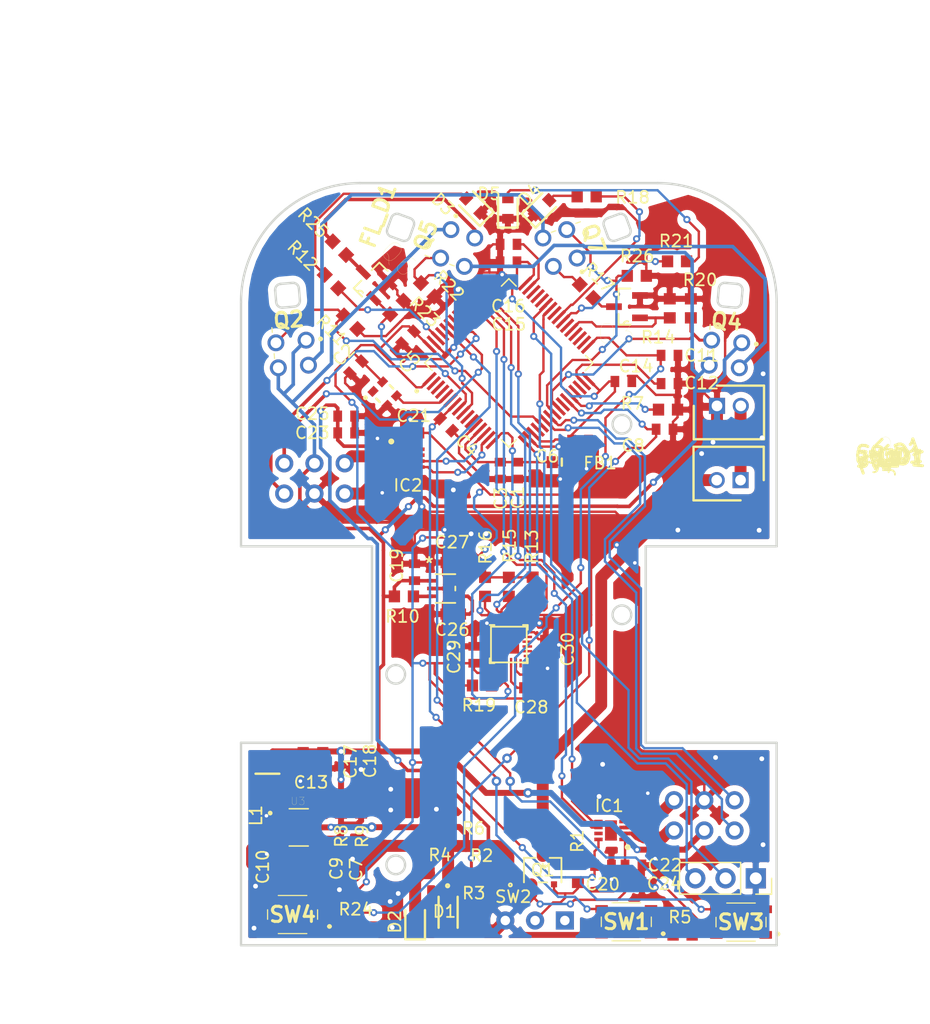
<source format=kicad_pcb>
(kicad_pcb (version 20171130) (host pcbnew "(5.1.9)-1")
  (layers (0 F.Cu signal) (31 B.Cu signal) (35 F.Paste user) (37 F.SilkS user) (38 B.Mask user) (39 F.Mask user) (44 Edge.Cuts user))
  (net 0 "")
  (net 1 USART-TX)
  (net 2 USART-RX)
  (net 3 GND)
  (net 4 ENC-R-A)
  (net 5 ENC-R-B)
  (net 6 EN_Reg)
  (net 7 AOUT2_MT)
  (net 8 AOUT1_MT)
  (net 9 ENC-L-A)
  (net 10 ENC-L-B)
  (net 11 BOUT2_MT)
  (net 12 BOUT1_MT)
  (net 13 "Net-(C1-Pad1)")
  (net 14 +3V3)
  (net 15 "Net-(C4-Pad1)")
  (net 16 EN)
  (net 17 BAT-VOL)
  (net 18 BUTTON)
  (net 19 "Net-(C12-Pad2)")
  (net 20 "Net-(C13-Pad1)")
  (net 21 "Net-(C13-Pad2)")
  (net 22 "Net-(C16-Pad2)")
  (net 23 "Net-(C26-Pad1)")
  (net 24 "Net-(C28-Pad1)")
  (net 25 "Net-(D3-Pad2)")
  (net 26 "Net-(D4-Pad2)")
  (net 27 "Net-(D5-Pad2)")
  (net 28 "Net-(FL_D1-Pad2)")
  (net 29 "Net-(FL_D1-Pad1)")
  (net 30 "Net-(FR_D1-Pad2)")
  (net 31 "Net-(FR_D1-Pad1)")
  (net 32 MT-A-ENBL)
  (net 33 MT-A-IN)
  (net 34 "Net-(IC1-Pad7)")
  (net 35 "Net-(IC1-Pad9)")
  (net 36 MT-B-ENBL)
  (net 37 MT-B-IN)
  (net 38 "Net-(IC2-Pad7)")
  (net 39 "Net-(IC2-Pad9)")
  (net 40 "Net-(J1-Pad1)")
  (net 41 "Net-(J1-Pad2)")
  (net 42 "Net-(Q1-Pad2)")
  (net 43 PR-RCV-SL)
  (net 44 PR-LED-SL-FR)
  (net 45 "Net-(Q3-Pad3)")
  (net 46 PR-RCV-SR)
  (net 47 PR-RCV-FL)
  (net 48 PR-LED-SR-FL)
  (net 49 "Net-(Q6-Pad3)")
  (net 50 PR-RCV-FR)
  (net 51 "Net-(D2-Pad2)")
  (net 52 USR3_BOOT)
  (net 53 "Net-(R6-Pad1)")
  (net 54 "Net-(R7-Pad1)")
  (net 55 "Net-(R10-Pad1)")
  (net 56 NCS)
  (net 57 LED_3)
  (net 58 SCLK)
  (net 59 SDIO_P)
  (net 60 LED_2)
  (net 61 SDIO_N)
  (net 62 LED_1)
  (net 63 "Net-(SW2-Pad1)")
  (net 64 "Net-(U1-Pad1)")
  (net 65 "Net-(U1-Pad3)")
  (net 66 "Net-(U2-Pad29)")
  (net 67 "Net-(U2-Pad30)")
  (net 68 "Net-(U2-Pad49)")
  (net 69 "Net-(U2-Pad2)")
  (net 70 "Net-(U2-Pad3)")
  (net 71 "Net-(U2-Pad4)")
  (net 72 "Net-(U2-Pad6)")
  (net 73 "Net-(U2-Pad44)")
  (net 74 "Net-(U2-Pad45)")
  (net 75 "Net-(U5-Pad12)")
  (net 76 "Net-(U5-Pad21)")
  (net 77 "Net-(U5-Pad7)")
  (net 78 "Net-(U5-Pad19)")
  (net 79 "Net-(U2-Pad10)")
  (net 80 "Net-(U2-Pad11)")
  (net 81 "Net-(R8-Pad2)")
  (net 82 "Net-(U2-Pad36)")
  (net 83 "Net-(U2-Pad38)")
  (net 84 "Net-(U2-Pad20)")
  (net 85 "Net-(U2-Pad56)")
  (net 86 "Net-(U2-Pad57)")
  (net 87 "Net-(U2-Pad26)")
  (net 88 "Net-(U2-Pad50)")
  (net 89 "Net-(U2-Pad55)")
  (net 90 "Net-(U2-Pad61)")
  (net 91 "Net-(U2-Pad46)")
  (net 92 "Net-(U2-Pad34)")
  (net 93 "Net-(U2-Pad35)")
  (net 94 "Net-(U2-Pad41)")
  (module Mouse_foot:QFP50P1200X1200X160-64N (layer F.Cu) (at 100 83.1 45)
    (fp_text reference U2 (at 16.817828 27.502211 45) (layer F.SilkS) (effects (font (size 1.575055 1.575055) (thickness 0.015))))
    (fp_text value STM32F405RGT6)
    (pad 48 smd rect (at 5.67 -3.75 45) (size 1.47 0.28) (layers F.Cu F.Paste F.Mask) (net 14 +3V3))
    (pad 47 smd rect (at 5.67 -3.25 45) (size 1.47 0.28) (layers F.Cu F.Paste F.Mask) (net 22 "Net-(C16-Pad2)"))
    (pad 46 smd rect (at 5.67 -2.75 45) (size 1.47 0.28) (layers F.Cu F.Paste F.Mask) (net 91 "Net-(U2-Pad46)"))
    (pad 45 smd rect (at 5.67 -2.25 45) (size 1.47 0.28) (layers F.Cu F.Paste F.Mask) (net 74 "Net-(U2-Pad45)"))
    (pad 44 smd rect (at 5.67 -1.75 45) (size 1.47 0.28) (layers F.Cu F.Paste F.Mask) (net 73 "Net-(U2-Pad44)"))
    (pad 43 smd rect (at 5.67 -1.25 45) (size 1.47 0.28) (layers F.Cu F.Paste F.Mask) (net 2 USART-RX))
    (pad 42 smd rect (at 5.67 -0.75 45) (size 1.47 0.28) (layers F.Cu F.Paste F.Mask) (net 1 USART-TX))
    (pad 41 smd rect (at 5.67 -0.25 45) (size 1.47 0.28) (layers F.Cu F.Paste F.Mask) (net 94 "Net-(U2-Pad41)"))
    (pad 40 smd rect (at 5.67 0.25 45) (size 1.47 0.28) (layers F.Cu F.Paste F.Mask) (net 60 LED_2))
    (pad 39 smd rect (at 5.67 0.75 45) (size 1.47 0.28) (layers F.Cu F.Paste F.Mask) (net 62 LED_1))
    (pad 38 smd rect (at 5.67 1.25 45) (size 1.47 0.28) (layers F.Cu F.Paste F.Mask) (net 83 "Net-(U2-Pad38)"))
    (pad 37 smd rect (at 5.67 1.75 45) (size 1.47 0.28) (layers F.Cu F.Paste F.Mask) (net 44 PR-LED-SL-FR))
    (pad 36 smd rect (at 5.67 2.25 45) (size 1.47 0.28) (layers F.Cu F.Paste F.Mask) (net 82 "Net-(U2-Pad36)"))
    (pad 35 smd rect (at 5.67 2.75 45) (size 1.47 0.28) (layers F.Cu F.Paste F.Mask) (net 93 "Net-(U2-Pad35)"))
    (pad 34 smd rect (at 5.67 3.25 45) (size 1.47 0.28) (layers F.Cu F.Paste F.Mask) (net 92 "Net-(U2-Pad34)"))
    (pad 33 smd rect (at 5.67 3.75 45) (size 1.47 0.28) (layers F.Cu F.Paste F.Mask) (net 18 BUTTON))
    (pad 16 smd rect (at -5.67 3.75 45) (size 1.47 0.28) (layers F.Cu F.Paste F.Mask) (net 33 MT-A-IN))
    (pad 15 smd rect (at -5.67 3.25 45) (size 1.47 0.28) (layers F.Cu F.Paste F.Mask) (net 36 MT-B-ENBL))
    (pad 14 smd rect (at -5.67 2.75 45) (size 1.47 0.28) (layers F.Cu F.Paste F.Mask) (net 37 MT-B-IN))
    (pad 13 smd rect (at -5.67 2.25 45) (size 1.47 0.28) (layers F.Cu F.Paste F.Mask) (net 13 "Net-(C1-Pad1)"))
    (pad 12 smd rect (at -5.67 1.75 45) (size 1.47 0.28) (layers F.Cu F.Paste F.Mask) (net 3 GND))
    (pad 11 smd rect (at -5.67 1.25 45) (size 1.47 0.28) (layers F.Cu F.Paste F.Mask) (net 80 "Net-(U2-Pad11)"))
    (pad 10 smd rect (at -5.67 0.75 45) (size 1.47 0.28) (layers F.Cu F.Paste F.Mask) (net 79 "Net-(U2-Pad10)"))
    (pad 9 smd rect (at -5.67 0.25 45) (size 1.47 0.28) (layers F.Cu F.Paste F.Mask) (net 47 PR-RCV-FL))
    (pad 8 smd rect (at -5.67 -0.25 45) (size 1.47 0.28) (layers F.Cu F.Paste F.Mask) (net 43 PR-RCV-SL))
    (pad 7 smd rect (at -5.67 -0.75 45) (size 1.47 0.28) (layers F.Cu F.Paste F.Mask) (net 15 "Net-(C4-Pad1)"))
    (pad 6 smd rect (at -5.67 -1.25 45) (size 1.47 0.28) (layers F.Cu F.Paste F.Mask) (net 72 "Net-(U2-Pad6)"))
    (pad 5 smd rect (at -5.67 -1.75 45) (size 1.47 0.28) (layers F.Cu F.Paste F.Mask) (net 65 "Net-(U1-Pad3)"))
    (pad 4 smd rect (at -5.67 -2.25 45) (size 1.47 0.28) (layers F.Cu F.Paste F.Mask) (net 71 "Net-(U2-Pad4)"))
    (pad 3 smd rect (at -5.67 -2.75 45) (size 1.47 0.28) (layers F.Cu F.Paste F.Mask) (net 70 "Net-(U2-Pad3)"))
    (pad 2 smd rect (at -5.67 -3.25 45) (size 1.47 0.28) (layers F.Cu F.Paste F.Mask) (net 69 "Net-(U2-Pad2)"))
    (pad 1 smd rect (at -5.67 -3.75 45) (size 1.47 0.28) (layers F.Cu F.Paste F.Mask) (net 14 +3V3))
    (pad 64 smd rect (at -3.75 -5.67 45) (size 0.28 1.47) (layers F.Cu F.Paste F.Mask) (net 14 +3V3))
    (pad 63 smd rect (at -3.25 -5.67 45) (size 0.28 1.47) (layers F.Cu F.Paste F.Mask) (net 3 GND))
    (pad 62 smd rect (at -2.75 -5.67 45) (size 0.28 1.47) (layers F.Cu F.Paste F.Mask) (net 57 LED_3))
    (pad 61 smd rect (at -2.25 -5.67 45) (size 0.28 1.47) (layers F.Cu F.Paste F.Mask) (net 90 "Net-(U2-Pad61)"))
    (pad 60 smd rect (at -1.75 -5.67 45) (size 0.28 1.47) (layers F.Cu F.Paste F.Mask) (net 52 USR3_BOOT))
    (pad 59 smd rect (at -1.25 -5.67 45) (size 0.28 1.47) (layers F.Cu F.Paste F.Mask) (net 9 ENC-L-A))
    (pad 58 smd rect (at -0.75 -5.67 45) (size 0.28 1.47) (layers F.Cu F.Paste F.Mask) (net 10 ENC-L-B))
    (pad 57 smd rect (at -0.25 -5.67 45) (size 0.28 1.47) (layers F.Cu F.Paste F.Mask) (net 86 "Net-(U2-Pad57)"))
    (pad 56 smd rect (at 0.25 -5.67 45) (size 0.28 1.47) (layers F.Cu F.Paste F.Mask) (net 85 "Net-(U2-Pad56)"))
    (pad 55 smd rect (at 0.75 -5.67 45) (size 0.28 1.47) (layers F.Cu F.Paste F.Mask) (net 89 "Net-(U2-Pad55)"))
    (pad 54 smd rect (at 1.25 -5.67 45) (size 0.28 1.47) (layers F.Cu F.Paste F.Mask) (net 56 NCS))
    (pad 53 smd rect (at 1.75 -5.67 45) (size 0.28 1.47) (layers F.Cu F.Paste F.Mask) (net 61 SDIO_N))
    (pad 52 smd rect (at 2.25 -5.67 45) (size 0.28 1.47) (layers F.Cu F.Paste F.Mask) (net 59 SDIO_P))
    (pad 51 smd rect (at 2.75 -5.67 45) (size 0.28 1.47) (layers F.Cu F.Paste F.Mask) (net 58 SCLK))
    (pad 50 smd rect (at 3.25 -5.67 45) (size 0.28 1.47) (layers F.Cu F.Paste F.Mask) (net 88 "Net-(U2-Pad50)"))
    (pad 49 smd rect (at 3.75 -5.67 45) (size 0.28 1.47) (layers F.Cu F.Paste F.Mask) (net 68 "Net-(U2-Pad49)"))
    (pad 32 smd rect (at 3.75 5.67 45) (size 0.28 1.47) (layers F.Cu F.Paste F.Mask) (net 14 +3V3))
    (pad 31 smd rect (at 3.25 5.67 45) (size 0.28 1.47) (layers F.Cu F.Paste F.Mask) (net 19 "Net-(C12-Pad2)"))
    (pad 30 smd rect (at 2.75 5.67 45) (size 0.28 1.47) (layers F.Cu F.Paste F.Mask) (net 67 "Net-(U2-Pad30)"))
    (pad 29 smd rect (at 2.25 5.67 45) (size 0.28 1.47) (layers F.Cu F.Paste F.Mask) (net 66 "Net-(U2-Pad29)"))
    (pad 28 smd rect (at 1.75 5.67 45) (size 0.28 1.47) (layers F.Cu F.Paste F.Mask) (net 54 "Net-(R7-Pad1)"))
    (pad 27 smd rect (at 1.25 5.67 45) (size 0.28 1.47) (layers F.Cu F.Paste F.Mask) (net 17 BAT-VOL))
    (pad 26 smd rect (at 0.75 5.67 45) (size 0.28 1.47) (layers F.Cu F.Paste F.Mask) (net 87 "Net-(U2-Pad26)"))
    (pad 25 smd rect (at 0.25 5.67 45) (size 0.28 1.47) (layers F.Cu F.Paste F.Mask) (net 46 PR-RCV-SR))
    (pad 24 smd rect (at -0.25 5.67 45) (size 0.28 1.47) (layers F.Cu F.Paste F.Mask) (net 50 PR-RCV-FR))
    (pad 23 smd rect (at -0.75 5.67 45) (size 0.28 1.47) (layers F.Cu F.Paste F.Mask) (net 5 ENC-R-B))
    (pad 22 smd rect (at -1.25 5.67 45) (size 0.28 1.47) (layers F.Cu F.Paste F.Mask) (net 4 ENC-R-A))
    (pad 21 smd rect (at -1.75 5.67 45) (size 0.28 1.47) (layers F.Cu F.Paste F.Mask) (net 48 PR-LED-SR-FL))
    (pad 20 smd rect (at -2.25 5.67 45) (size 0.28 1.47) (layers F.Cu F.Paste F.Mask) (net 84 "Net-(U2-Pad20)"))
    (pad 19 smd rect (at -2.75 5.67 45) (size 0.28 1.47) (layers F.Cu F.Paste F.Mask) (net 14 +3V3))
    (pad 18 smd rect (at -3.25 5.67 45) (size 0.28 1.47) (layers F.Cu F.Paste F.Mask) (net 3 GND))
    (pad 17 smd rect (at -3.75 5.67 45) (size 0.28 1.47) (layers F.Cu F.Paste F.Mask) (net 32 MT-A-ENBL))
  )
  (module Mouse_foot:SON50P200X200X80-9N (layer F.Cu) (at 108.58 122.363 180)
    (fp_text reference IC1 (at 0.15 2.07) (layer F.SilkS))
    (fp_text value DRV8838DSGT hide)
    (pad 9 smd rect (at 0 0 180) (size 1 1.7) (layers F.Cu F.Paste F.Mask) (net 35 "Net-(IC1-Pad9)"))
    (pad 8 smd rect (at 1.05 -0.75 270) (size 0.3 0.7) (layers F.Cu F.Paste F.Mask) (net 14 +3V3))
    (pad 7 smd rect (at 1.05 -0.25 270) (size 0.3 0.7) (layers F.Cu F.Paste F.Mask) (net 34 "Net-(IC1-Pad7)"))
    (pad 6 smd rect (at 1.05 0.25 270) (size 0.3 0.7) (layers F.Cu F.Paste F.Mask) (net 33 MT-A-IN))
    (pad 5 smd rect (at 1.05 0.75 270) (size 0.3 0.7) (layers F.Cu F.Paste F.Mask) (net 32 MT-A-ENBL))
    (pad 4 smd rect (at -1.05 0.75 270) (size 0.3 0.7) (layers F.Cu F.Paste F.Mask) (net 3 GND))
    (pad 3 smd rect (at -1.05 0.25 270) (size 0.3 0.7) (layers F.Cu F.Paste F.Mask) (net 8 AOUT1_MT))
    (pad 2 smd rect (at -1.05 -0.25 270) (size 0.3 0.7) (layers F.Cu F.Paste F.Mask) (net 7 AOUT2_MT))
    (pad 1 smd rect (at -1.05 -0.75 270) (size 0.3 0.7) (layers F.Cu F.Paste F.Mask) (net 16 EN))
  )
  (module Mouse_foot:SON50P200X200X80-9N (layer F.Cu) (at 91.523 91.097)
    (fp_text reference IC2 (at -0.001 2.287) (layer F.SilkS))
    (fp_text value DRV8838DSGT hide)
    (pad 9 smd rect (at 0 0) (size 1 1.7) (layers F.Cu F.Paste F.Mask) (net 39 "Net-(IC2-Pad9)"))
    (pad 8 smd rect (at 1.05 -0.75 90) (size 0.3 0.7) (layers F.Cu F.Paste F.Mask) (net 14 +3V3))
    (pad 7 smd rect (at 1.05 -0.25 90) (size 0.3 0.7) (layers F.Cu F.Paste F.Mask) (net 38 "Net-(IC2-Pad7)"))
    (pad 6 smd rect (at 1.05 0.25 90) (size 0.3 0.7) (layers F.Cu F.Paste F.Mask) (net 37 MT-B-IN))
    (pad 5 smd rect (at 1.05 0.75 90) (size 0.3 0.7) (layers F.Cu F.Paste F.Mask) (net 36 MT-B-ENBL))
    (pad 4 smd rect (at -1.05 0.75 90) (size 0.3 0.7) (layers F.Cu F.Paste F.Mask) (net 3 GND))
    (pad 3 smd rect (at -1.05 0.25 90) (size 0.3 0.7) (layers F.Cu F.Paste F.Mask) (net 12 BOUT1_MT))
    (pad 2 smd rect (at -1.05 -0.25 90) (size 0.3 0.7) (layers F.Cu F.Paste F.Mask) (net 11 BOUT2_MT))
    (pad 1 smd rect (at -1.05 -0.75 90) (size 0.3 0.7) (layers F.Cu F.Paste F.Mask) (net 16 EN))
  )
  (module Connector_PinSocket_2.54mm:PinSocket_1x03_P2.54mm_Vertical (layer F.Cu) (at 120.745 126.38 270)
    (fp_text reference J3 (at -34.61 -11.234 90) (layer F.SilkS))
    (fp_text value Conn_01x03_Male)
    (pad 3 thru_hole oval (at 0 5.08 270) (size 1.7 1.7) (drill 1) (layers *.Cu *.Mask) (net 1 USART-TX))
    (pad 2 thru_hole oval (at 0 2.54 270) (size 1.7 1.7) (drill 1) (layers *.Cu *.Mask) (net 2 USART-RX))
    (pad 1 thru_hole rect (at 0 0 270) (size 1.7 1.7) (drill 1) (layers *.Cu *.Mask) (net 3 GND))
  )
  (module Mouse_foot:SHDR2W50P0X200_1X2_590X450X600P (layer F.Cu) (at 117.488 86.708 180)
    (fp_text reference J2 (at -14.317 -4.485) (layer F.SilkS) (effects (font (size 1.27 1.27) (thickness 0.254))))
    (fp_text value PHR-2 hide)
    (pad 2 thru_hole circle (at -2 0 180) (size 1.35 1.35) (drill 0.9) (layers *.Cu *.Mask) (net 40 "Net-(J1-Pad1)"))
    (pad 1 thru_hole rect (at 0 0 180) (size 1.35 1.35) (drill 0.9) (layers *.Cu *.Mask) (net 3 GND))
  )
  (module Mouse_foot:IRFML8244 (layer F.Cu) (at 88.547 76.253 135)
    (fp_text reference Q6 (at -0.190919 2.889238 135) (layer F.SilkS) (effects (font (size 1.643016 1.643016) (thickness 0.015))))
    (fp_text value IRFML8244)
    (pad 3 smd rect (at 1.0922 0 135) (size 1.3208 0.5588) (layers F.Cu F.Paste F.Mask) (net 49 "Net-(Q6-Pad3)"))
    (pad 2 smd rect (at -1.0922 0.9398 135) (size 1.3208 0.5588) (layers F.Cu F.Paste F.Mask) (net 3 GND))
    (pad 1 smd rect (at -1.0922 -0.9398 135) (size 1.3208 0.5588) (layers F.Cu F.Paste F.Mask) (net 48 PR-LED-SR-FL))
  )
  (module Mouse_foot:SKRPABE010 (layer F.Cu) (at 109.869 130.03 180)
    (fp_text reference SW1 (at 0 0) (layer F.SilkS) (effects (font (size 1.27 1.27) (thickness 0.254))))
    (fp_text value SW_MEC_5G hide)
    (pad 4 smd rect (at 2.075 1.075 270) (size 0.65 1.05) (layers F.Cu F.Paste F.Mask) (net 15 "Net-(C4-Pad1)"))
    (pad 3 smd rect (at -2.075 1.075 270) (size 0.65 1.05) (layers F.Cu F.Paste F.Mask) (net 15 "Net-(C4-Pad1)"))
    (pad 2 smd rect (at 2.075 -1.075 270) (size 0.65 1.05) (layers F.Cu F.Paste F.Mask) (net 3 GND))
    (pad 1 smd rect (at -2.075 -1.075 270) (size 0.65 1.05) (layers F.Cu F.Paste F.Mask) (net 3 GND))
  )
  (module Mouse_foot:SKRPABE010 (layer F.Cu) (at 119.506 130.056 180)
    (fp_text reference SW3 (at 0 0) (layer F.SilkS) (effects (font (size 1.27 1.27) (thickness 0.254))))
    (fp_text value SW_MEC_5G hide)
    (pad 4 smd rect (at 2.075 1.075 270) (size 0.65 1.05) (layers F.Cu F.Paste F.Mask) (net 14 +3V3))
    (pad 3 smd rect (at -2.075 1.075 270) (size 0.65 1.05) (layers F.Cu F.Paste F.Mask) (net 14 +3V3))
    (pad 2 smd rect (at 2.075 -1.075 270) (size 0.65 1.05) (layers F.Cu F.Paste F.Mask) (net 52 USR3_BOOT))
    (pad 1 smd rect (at -2.075 -1.075 270) (size 0.65 1.05) (layers F.Cu F.Paste F.Mask) (net 52 USR3_BOOT))
  )
  (module Mouse_foot:SKRPABE010 (layer F.Cu) (at 81.831 129.42 180)
    (fp_text reference SW4 (at -0.008 -0.004 180) (layer F.SilkS) (effects (font (size 1.27 1.27) (thickness 0.254))))
    (fp_text value SW_MEC_5G hide)
    (pad 4 smd rect (at 2.075 1.075 270) (size 0.65 1.05) (layers F.Cu F.Paste F.Mask) (net 14 +3V3))
    (pad 3 smd rect (at -2.075 1.075 270) (size 0.65 1.05) (layers F.Cu F.Paste F.Mask) (net 14 +3V3))
    (pad 2 smd rect (at 2.075 -1.075 270) (size 0.65 1.05) (layers F.Cu F.Paste F.Mask) (net 18 BUTTON))
    (pad 1 smd rect (at -2.075 -1.075 270) (size 0.65 1.05) (layers F.Cu F.Paste F.Mask) (net 18 BUTTON))
  )
  (module Mouse_foot:TG2016SMN260000MMCGNNM (layer F.Cu) (at 89.574 85.674 135)
    (fp_text reference U1 (at -33.219169 26.12406 135) (layer F.SilkS) (effects (font (size 1.27 1.27) (thickness 0.254))))
    (fp_text value TG2016SMN hide)
    (pad 4 smd rect (at 0.825 0.565 135) (size 0.6 0.75) (layers F.Cu F.Paste F.Mask) (net 14 +3V3))
    (pad 3 smd rect (at -0.825 0.565 135) (size 0.6 0.75) (layers F.Cu F.Paste F.Mask) (net 65 "Net-(U1-Pad3)"))
    (pad 2 smd rect (at -0.825 -0.565 135) (size 0.6 0.75) (layers F.Cu F.Paste F.Mask) (net 3 GND))
    (pad 1 smd rect (at 0.825 -0.565 135) (size 0.6 0.75) (layers F.Cu F.Paste F.Mask) (net 64 "Net-(U1-Pad1)"))
  )
  (module Mouse_foot:SOT95P280X110-6N (layer F.Cu) (at 82.351 122.102)
    (fp_text reference U3 (at -0.068 -2.2064) (layer F.SilkS) (effects (font (size 0.64 0.64) (thickness 0.015))))
    (fp_text value TPS562200DDCR)
    (pad 6 smd rect (at 1.155 -0.95) (size 1.45 0.59) (layers F.Cu F.Paste F.Mask) (net 20 "Net-(C13-Pad1)"))
    (pad 5 smd rect (at 1.155 0) (size 1.45 0.59) (layers F.Cu F.Paste F.Mask) (net 53 "Net-(R6-Pad1)"))
    (pad 4 smd rect (at 1.155 0.95) (size 1.45 0.59) (layers F.Cu F.Paste F.Mask) (net 81 "Net-(R8-Pad2)"))
    (pad 3 smd rect (at -1.155 0.95) (size 1.45 0.59) (layers F.Cu F.Paste F.Mask) (net 16 EN))
    (pad 2 smd rect (at -1.155 0) (size 1.45 0.59) (layers F.Cu F.Paste F.Mask) (net 21 "Net-(C13-Pad2)"))
    (pad 1 smd rect (at -1.155 -0.95) (size 1.45 0.59) (layers F.Cu F.Paste F.Mask) (net 3 GND))
  )
  (module Mouse_foot:TPS71733DCKR (layer F.Cu) (at 94.6785 102.0445)
    (fp_text reference U4 (at 37.3005 -10.7405) (layer F.SilkS))
    (fp_text value TPS71733DCKR (at -61.3355 -0.3165) (layer F.SilkS))
    (fp_text user * (at -1.37515 -2.0978) (layer F.SilkS))
    (fp_text user * (at -1.37515 -2.0978) (layer F.SilkS))
    (pad 5 smd rect (at 1.121151 -0.649999) (size 0.845299 0.3048) (layers F.Cu F.Paste F.Mask) (net 14 +3V3))
    (pad 4 smd rect (at 1.121151 0.649999) (size 0.845299 0.3048) (layers F.Cu F.Paste F.Mask) (net 23 "Net-(C26-Pad1)"))
    (pad 3 smd rect (at -1.121151 0.649999) (size 0.845299 0.3048) (layers F.Cu F.Paste F.Mask) (net 55 "Net-(R10-Pad1)"))
    (pad 2 smd rect (at -1.121151 0) (size 0.845299 0.3048) (layers F.Cu F.Paste F.Mask) (net 3 GND))
    (pad 1 smd rect (at -1.121151 -0.649999) (size 0.845299 0.3048) (layers F.Cu F.Paste F.Mask) (net 6 EN_Reg))
  )
  (module Footprint:ICM20648 (layer F.Cu) (at 100 106.75)
    (fp_text reference U5 (at 30.049 -15.703) (layer F.SilkS))
    (fp_text value ICM-20648)
    (pad 23 smd rect (at -0.61 -1.6 90) (size 0.8 0.2) (layers F.Cu F.Paste F.Mask) (net 58 SCLK))
    (pad 9 smd rect (at -0.21 1.52 90) (size 0.8 0.2) (layers F.Cu F.Paste F.Mask) (net 61 SDIO_N))
    (pad "" smd rect (at -0.445 -0.44) (size 0.875 0.8) (layers F.Cu F.Paste F.Mask))
    (pad 16 smd rect (at 1.55 -0.24) (size 0.8 0.2) (layers F.Cu F.Paste F.Mask))
    (pad 11 smd rect (at 0.59 1.52 90) (size 0.8 0.2) (layers F.Cu F.Paste F.Mask) (net 3 GND))
    (pad 13 smd rect (at 1.6 0.96) (size 0.7 0.2) (layers F.Cu F.Paste F.Mask) (net 14 +3V3))
    (pad 1 smd rect (at -1.62 -1.04) (size 0.7 0.2) (layers F.Cu F.Paste F.Mask))
    (pad 6 smd rect (at -1.62 0.96) (size 0.7 0.2) (layers F.Cu F.Paste F.Mask))
    (pad 12 smd rect (at 0.99 1.57 90) (size 0.7 0.2) (layers F.Cu F.Paste F.Mask) (net 75 "Net-(U5-Pad12)"))
    (pad 5 smd rect (at -1.57 0.56) (size 0.8 0.2) (layers F.Cu F.Paste F.Mask))
    (pad 10 smd rect (at 0.19 1.52 90) (size 0.8 0.2) (layers F.Cu F.Paste F.Mask) (net 24 "Net-(C28-Pad1)"))
    (pad 17 smd rect (at 1.55 -0.64) (size 0.8 0.2) (layers F.Cu F.Paste F.Mask))
    (pad 24 smd rect (at -1.01 -1.65 90) (size 0.7 0.2) (layers F.Cu F.Paste F.Mask) (net 59 SDIO_P))
    (pad 4 smd rect (at -1.57 0.16) (size 0.8 0.2) (layers F.Cu F.Paste F.Mask))
    (pad 21 smd rect (at 0.19 -1.6 90) (size 0.8 0.2) (layers F.Cu F.Paste F.Mask) (net 76 "Net-(U5-Pad21)"))
    (pad 8 smd rect (at -0.61 1.52 90) (size 0.8 0.2) (layers F.Cu F.Paste F.Mask) (net 14 +3V3))
    (pad "" smd rect (at -0.445 0.36) (size 0.875 0.8) (layers F.Cu F.Paste F.Mask))
    (pad 2 smd rect (at -1.57 -0.64) (size 0.8 0.2) (layers F.Cu F.Paste F.Mask))
    (pad 7 smd rect (at -1.01 1.57 90) (size 0.7 0.2) (layers F.Cu F.Paste F.Mask) (net 77 "Net-(U5-Pad7)"))
    (pad 20 smd rect (at 0.59 -1.6 90) (size 0.8 0.2) (layers F.Cu F.Paste F.Mask) (net 3 GND))
    (pad 15 smd rect (at 1.55 0.16) (size 0.8 0.2) (layers F.Cu F.Paste F.Mask))
    (pad 14 smd rect (at 1.55 0.56) (size 0.8 0.2) (layers F.Cu F.Paste F.Mask))
    (pad 18 smd rect (at 1.6 -1.04) (size 0.7 0.2) (layers F.Cu F.Paste F.Mask) (net 3 GND))
    (pad 22 smd rect (at -0.21 -1.6 90) (size 0.8 0.2) (layers F.Cu F.Paste F.Mask) (net 56 NCS))
    (pad 3 smd rect (at -1.57 -0.24) (size 0.8 0.2) (layers F.Cu F.Paste F.Mask))
    (pad 19 smd rect (at 0.99 -1.65 90) (size 0.7 0.2) (layers F.Cu F.Paste F.Mask) (net 78 "Net-(U5-Pad19)"))
    (pad "" smd rect (at 0.425 -0.44) (size 0.875 0.8) (layers F.Cu F.Paste F.Mask))
    (pad "" smd rect (at 0.425 0.36) (size 0.875 0.8) (layers F.Cu F.Paste F.Mask))
  )
  (module Mouse_foot:SW_SS12D01G4 (layer F.Cu) (at 102.206 129.921 180)
    (fp_text reference SW2 (at 1.838 1.997) (layer F.SilkS))
    (fp_text value SS12D01G4)
    (pad 1 thru_hole rect (at -2.5 0 180) (size 1.524 1.524) (drill 0.8) (layers *.Cu *.Mask) (net 63 "Net-(SW2-Pad1)"))
    (pad 2 thru_hole circle (at 0 0 180) (size 1.524 1.524) (drill 0.8) (layers *.Cu *.Mask) (net 42 "Net-(Q1-Pad2)"))
    (pad 3 thru_hole circle (at 2.5 0 180) (size 1.524 1.524) (drill 0.8) (layers *.Cu *.Mask) (net 3 GND))
  )
  (module Mouse_foot:Motor_Connecter (layer F.Cu) (at 116.42 122.364 180)
    (fp_text reference J4 (at -14.915 30.545) (layer F.SilkS))
    (fp_text value Conn_02x03_Odd_Even)
    (pad 4 thru_hole circle (at 0 0 180) (size 1.524 1.524) (drill 0.91) (layers *.Cu *.Mask) (net 6 EN_Reg))
    (pad 2 thru_hole circle (at 2.54 0 180) (size 1.524 1.524) (drill 0.91) (layers *.Cu *.Mask) (net 7 AOUT2_MT))
    (pad 6 thru_hole circle (at -2.54 0 180) (size 1.524 1.524) (drill 0.91) (layers *.Cu *.Mask) (net 4 ENC-R-A))
    (pad 5 thru_hole circle (at -2.54 2.54 180) (size 1.524 1.524) (drill 0.91) (layers *.Cu *.Mask) (net 5 ENC-R-B))
    (pad 3 thru_hole circle (at 0 2.54 180) (size 1.524 1.524) (drill 0.91) (layers *.Cu *.Mask) (net 3 GND))
    (pad 1 thru_hole circle (at 2.54 2.54 180) (size 1.524 1.524) (drill 0.91) (layers *.Cu *.Mask) (net 8 AOUT1_MT))
  )
  (module Mouse_foot:SHDR2W50P0X200_1X2_590X450X600P (layer F.Cu) (at 119.466 92.941)
    (fp_text reference J1 (at 12.124 -1.82) (layer F.SilkS) (effects (font (size 1.27 1.27) (thickness 0.254))))
    (fp_text value PHR-2 hide)
    (pad 2 thru_hole circle (at -2 0) (size 1.35 1.35) (drill 0.9) (layers *.Cu *.Mask) (net 41 "Net-(J1-Pad2)"))
    (pad 1 thru_hole rect (at 0 0) (size 1.35 1.35) (drill 0.9) (layers *.Cu *.Mask) (net 40 "Net-(J1-Pad1)"))
  )
  (module Mouse_foot:IRFML8244 (layer F.Cu) (at 109.925 78.377 180)
    (fp_text reference Q3 (at 0.897 -2.296) (layer F.SilkS) (effects (font (size 1.643016 1.643016) (thickness 0.015))))
    (fp_text value IRFML8244)
    (pad 3 smd rect (at 1.0922 0 180) (size 1.3208 0.5588) (layers F.Cu F.Paste F.Mask) (net 45 "Net-(Q3-Pad3)"))
    (pad 2 smd rect (at -1.0922 0.9398 180) (size 1.3208 0.5588) (layers F.Cu F.Paste F.Mask) (net 3 GND))
    (pad 1 smd rect (at -1.0922 -0.9398 180) (size 1.3208 0.5588) (layers F.Cu F.Paste F.Mask) (net 44 PR-LED-SL-FR))
  )
  (module Mouse_foot:SSM3J332R_LFT (layer F.Cu) (at 102.845 125.691)
    (fp_text reference Q1 (at 0 0) (layer F.SilkS))
    (fp_text value SSM3J332R (at -64.128 -18.97) (layer F.SilkS))
    (fp_text user * (at 0 0) (layer F.SilkS))
    (pad 3 smd rect (at 0 -1.1922) (size 0.508 0.5048) (layers F.Cu F.Paste F.Mask) (net 41 "Net-(J1-Pad2)"))
    (pad 2 smd rect (at 0.950001 1.1922) (size 0.508 0.5048) (layers F.Cu F.Paste F.Mask) (net 42 "Net-(Q1-Pad2)"))
    (pad 1 smd rect (at -0.950001 1.1922) (size 0.508 0.5048) (layers F.Cu F.Paste F.Mask) (net 16 EN))
  )
  (module Mouse_foot:Motor_Connecter (layer F.Cu) (at 83.67 91.53)
    (fp_text reference J5 (at 47.92 -0.642) (layer F.SilkS))
    (fp_text value Conn_02x03_Odd_Even)
    (pad 4 thru_hole circle (at 0 0) (size 1.524 1.524) (drill 0.91) (layers *.Cu *.Mask) (net 6 EN_Reg))
    (pad 2 thru_hole circle (at 2.54 0) (size 1.524 1.524) (drill 0.91) (layers *.Cu *.Mask) (net 11 BOUT2_MT))
    (pad 6 thru_hole circle (at -2.54 0) (size 1.524 1.524) (drill 0.91) (layers *.Cu *.Mask) (net 9 ENC-L-A))
    (pad 5 thru_hole circle (at -2.54 2.54) (size 1.524 1.524) (drill 0.91) (layers *.Cu *.Mask) (net 10 ENC-L-B))
    (pad 3 thru_hole circle (at 0 2.54) (size 1.524 1.524) (drill 0.91) (layers *.Cu *.Mask) (net 3 GND))
    (pad 1 thru_hole circle (at 2.54 2.54) (size 1.524 1.524) (drill 0.91) (layers *.Cu *.Mask) (net 12 BOUT1_MT))
  )
  (module Mouse_foot:LTE209 (layer F.Cu) (at 96.7 73.8 250)
    (fp_text reference FL_D1 (at -0.275056 8.272998 70) (layer F.SilkS) (effects (font (size 1.27 1.27) (thickness 0.254))))
    (fp_text value LTE-209 hide)
    (pad 2 thru_hole circle (at 1.27 0 250) (size 1.416 1.416) (drill 0.91) (layers *.Cu *.Mask) (net 28 "Net-(FL_D1-Pad2)"))
    (pad 1 thru_hole circle (at -1.27 0 250) (size 1.416 1.416) (drill 0.91) (layers *.Cu *.Mask) (net 29 "Net-(FL_D1-Pad1)"))
  )
  (module Mouse_foot:LTE209 (layer F.Cu) (at 103.3 73.8 110)
    (fp_text reference FR_D1 (at -25.914115 21.131219 200) (layer F.SilkS) (effects (font (size 1.27 1.27) (thickness 0.254))))
    (fp_text value LTE-209 hide)
    (pad 2 thru_hole circle (at 1.27 0 110) (size 1.416 1.416) (drill 0.91) (layers *.Cu *.Mask) (net 30 "Net-(FR_D1-Pad2)"))
    (pad 1 thru_hole circle (at -1.27 0 110) (size 1.416 1.416) (drill 0.91) (layers *.Cu *.Mask) (net 31 "Net-(FR_D1-Pad1)"))
  )
  (module Mouse_foot:LTE209 (layer F.Cu) (at 81.9 83.4 185)
    (fp_text reference SL_D1 (at -49.174448 -11.96336 5) (layer F.SilkS) (effects (font (size 1.27 1.27) (thickness 0.254))))
    (fp_text value LTE-209 hide)
    (pad 2 thru_hole circle (at 1.27 0 185) (size 1.416 1.416) (drill 0.91) (layers *.Cu *.Mask) (net 6 EN_Reg))
    (pad 1 thru_hole circle (at -1.27 0 185) (size 1.416 1.416) (drill 0.91) (layers *.Cu *.Mask) (net 30 "Net-(FR_D1-Pad2)"))
  )
  (module Mouse_foot:LTE209 (layer F.Cu) (at 118.1 83.4 175)
    (fp_text reference SR_D1 (at -14.59352 -6.275973 175) (layer F.SilkS) (effects (font (size 1.27 1.27) (thickness 0.254))))
    (fp_text value LTE-209 hide)
    (pad 2 thru_hole circle (at 1.27 0 175) (size 1.416 1.416) (drill 0.91) (layers *.Cu *.Mask) (net 6 EN_Reg))
    (pad 1 thru_hole circle (at -1.27 0 175) (size 1.416 1.416) (drill 0.91) (layers *.Cu *.Mask) (net 28 "Net-(FL_D1-Pad2)"))
  )
  (module Mouse_foot:LTR4206E (layer F.Cu) (at 81.7 81.3 185)
    (fp_text reference Q2 (at 0.033517 1.819846 5) (layer F.SilkS) (effects (font (size 1.27 1.27) (thickness 0.254))))
    (fp_text value LTR-4206-SL hide)
    (pad 1 thru_hole circle (at -1.27 0 185) (size 1.416 1.416) (drill 0.91) (layers *.Cu *.Mask) (net 6 EN_Reg))
    (pad 2 thru_hole circle (at 1.27 0 185) (size 1.416 1.416) (drill 0.91) (layers *.Cu *.Mask) (net 43 PR-RCV-SL))
  )
  (module Mouse_foot:LTR4206E (layer F.Cu) (at 118.3 81.3 175)
    (fp_text reference Q4 (at 0.156085 1.680792 175) (layer F.SilkS) (effects (font (size 1.27 1.27) (thickness 0.254))))
    (fp_text value LTR-4206-SR hide)
    (pad 1 thru_hole circle (at -1.27 0 175) (size 1.416 1.416) (drill 0.91) (layers *.Cu *.Mask) (net 6 EN_Reg))
    (pad 2 thru_hole circle (at 1.27 0 175) (size 1.416 1.416) (drill 0.91) (layers *.Cu *.Mask) (net 46 PR-RCV-SR))
  )
  (module Mouse_foot:LTR4206E (layer F.Cu) (at 105.3 73.1 110)
    (fp_text reference Q7 (at -0.232497 1.82877 110) (layer F.SilkS) (effects (font (size 1.27 1.27) (thickness 0.254))))
    (fp_text value LTR-4206-FR hide)
    (pad 1 thru_hole circle (at -1.27 0 110) (size 1.416 1.416) (drill 0.91) (layers *.Cu *.Mask) (net 6 EN_Reg))
    (pad 2 thru_hole circle (at 1.27 0 110) (size 1.416 1.416) (drill 0.91) (layers *.Cu *.Mask) (net 50 PR-RCV-FR))
  )
  (module Mouse_foot:LTR4206E (layer F.Cu) (at 94.7 73.1 250)
    (fp_text reference Q5 (at -0.076357 1.813482 70) (layer F.SilkS) (effects (font (size 1.27 1.27) (thickness 0.254))))
    (fp_text value LTR-4206-FL hide)
    (pad 1 thru_hole circle (at -1.27 0 250) (size 1.416 1.416) (drill 0.91) (layers *.Cu *.Mask) (net 6 EN_Reg))
    (pad 2 thru_hole circle (at 1.27 0 250) (size 1.416 1.416) (drill 0.91) (layers *.Cu *.Mask) (net 47 PR-RCV-FL))
  )
  (module Mouse_foot:CAPC1608X90N (layer F.Cu) (at 100.728 92.141 270)
    (fp_text reference C1 (at 2.262 -0.031 90) (layer F.SilkS))
    (fp_text value 1μ hide)
    (pad 2 smd rect (at 0.71 0 270) (size 0.73 0.94) (layers F.Cu F.Paste F.Mask) (net 3 GND))
    (pad 1 smd rect (at -0.71 0 270) (size 0.73 0.94) (layers F.Cu F.Paste F.Mask) (net 13 "Net-(C1-Pad1)"))
  )
  (module Mouse_foot:CAPC1608X90N (layer F.Cu) (at 87.153954 83.460046 225)
    (fp_text reference C2 (at -0.007136 1.453812 45) (layer F.SilkS))
    (fp_text value 0.1μ hide)
    (pad 2 smd rect (at 0.71 0 225) (size 0.73 0.94) (layers F.Cu F.Paste F.Mask) (net 3 GND))
    (pad 1 smd rect (at -0.71 0 225) (size 0.73 0.94) (layers F.Cu F.Paste F.Mask) (net 14 +3V3))
  )
  (module Mouse_foot:CAPC1608X90N (layer F.Cu) (at 99.285 92.141 270)
    (fp_text reference C3 (at 2.342 -0.036 90) (layer F.SilkS))
    (fp_text value 0.1μ hide)
    (pad 2 smd rect (at 0.71 0 270) (size 0.73 0.94) (layers F.Cu F.Paste F.Mask) (net 3 GND))
    (pad 1 smd rect (at -0.71 0 270) (size 0.73 0.94) (layers F.Cu F.Paste F.Mask) (net 13 "Net-(C1-Pad1)"))
  )
  (module Mouse_foot:CAPC1608X90N (layer F.Cu) (at 91.53 80.946 225)
    (fp_text reference C5 (at 1.36613 -1.575434 45) (layer F.SilkS))
    (fp_text value 0.1μ hide)
    (pad 2 smd rect (at 0.71 0 225) (size 0.73 0.94) (layers F.Cu F.Paste F.Mask) (net 3 GND))
    (pad 1 smd rect (at -0.71 0 225) (size 0.73 0.94) (layers F.Cu F.Paste F.Mask) (net 14 +3V3))
  )
  (module Mouse_foot:CAPC1608X90N (layer F.Cu) (at 105.983 89.6)
    (fp_text reference C6 (at -2.762 1.345) (layer F.SilkS))
    (fp_text value 0.1μ hide)
    (pad 2 smd rect (at 0.71 0) (size 0.73 0.94) (layers F.Cu F.Paste F.Mask) (net 3 GND))
    (pad 1 smd rect (at -0.71 0) (size 0.73 0.94) (layers F.Cu F.Paste F.Mask) (net 14 +3V3))
  )
  (module Mouse_foot:CAPC1608X90N (layer F.Cu) (at 83.955 125.47 90)
    (fp_text reference C7 (at -0.17 3.214 90) (layer F.SilkS))
    (fp_text value 10μ hide)
    (pad 2 smd rect (at 0.71 0 90) (size 0.73 0.94) (layers F.Cu F.Paste F.Mask) (net 3 GND))
    (pad 1 smd rect (at -0.71 0 90) (size 0.73 0.94) (layers F.Cu F.Paste F.Mask) (net 16 EN))
  )
  (module Mouse_foot:CAPC1608X90N (layer F.Cu) (at 113.083 88.668)
    (fp_text reference C8 (at -2.647 1.368) (layer F.SilkS))
    (fp_text value 0.1μ hide)
    (pad 2 smd rect (at 0.71 0) (size 0.73 0.94) (layers F.Cu F.Paste F.Mask) (net 3 GND))
    (pad 1 smd rect (at -0.71 0) (size 0.73 0.94) (layers F.Cu F.Paste F.Mask) (net 17 BAT-VOL))
  )
  (module Mouse_foot:CAPC1608X90N (layer F.Cu) (at 82.408 125.446 90)
    (fp_text reference C9 (at -0.112 3.104 90) (layer F.SilkS))
    (fp_text value 10μ hide)
    (pad 2 smd rect (at 0.71 0 90) (size 0.73 0.94) (layers F.Cu F.Paste F.Mask) (net 3 GND))
    (pad 1 smd rect (at -0.71 0 90) (size 0.73 0.94) (layers F.Cu F.Paste F.Mask) (net 16 EN))
  )
  (module Mouse_foot:CAPC1608X90N (layer F.Cu) (at 80.911 125.446 90)
    (fp_text reference C10 (at 0.026 -1.585 90) (layer F.SilkS))
    (fp_text value 0.1μ hide)
    (pad 2 smd rect (at 0.71 0 90) (size 0.73 0.94) (layers F.Cu F.Paste F.Mask) (net 3 GND))
    (pad 1 smd rect (at -0.71 0 90) (size 0.73 0.94) (layers F.Cu F.Paste F.Mask) (net 16 EN))
  )
  (module Mouse_foot:CAPC1608X90N (layer F.Cu) (at 113.5 82.463)
    (fp_text reference C11 (at 2.701 0.01) (layer F.SilkS))
    (fp_text value 0.1μ hide)
    (pad 2 smd rect (at 0.71 0) (size 0.73 0.94) (layers F.Cu F.Paste F.Mask) (net 3 GND))
    (pad 1 smd rect (at -0.71 0) (size 0.73 0.94) (layers F.Cu F.Paste F.Mask) (net 18 BUTTON))
  )
  (module Mouse_foot:CAPC1608X90N (layer F.Cu) (at 113.5 84.838 180)
    (fp_text reference C12 (at -2.705 0.044) (layer F.SilkS))
    (fp_text value 2.2μ hide)
    (pad 2 smd rect (at 0.71 0 180) (size 0.73 0.94) (layers F.Cu F.Paste F.Mask) (net 19 "Net-(C12-Pad2)"))
    (pad 1 smd rect (at -0.71 0 180) (size 0.73 0.94) (layers F.Cu F.Paste F.Mask) (net 3 GND))
  )
  (module Mouse_foot:CAPC1608X90N (layer F.Cu) (at 83.222 119.613 180)
    (fp_text reference C13 (at -0.164 1.291) (layer F.SilkS))
    (fp_text value 0.1μ hide)
    (pad 2 smd rect (at 0.71 0 180) (size 0.73 0.94) (layers F.Cu F.Paste F.Mask) (net 21 "Net-(C13-Pad2)"))
    (pad 1 smd rect (at -0.71 0 180) (size 0.73 0.94) (layers F.Cu F.Paste F.Mask) (net 20 "Net-(C13-Pad1)"))
  )
  (module Mouse_foot:CAPC1608X90N (layer F.Cu) (at 99.977 73.142)
    (fp_text reference C16 (at -0.019 5.189) (layer F.SilkS))
    (fp_text value 2.2μ hide)
    (pad 2 smd rect (at 0.71 0) (size 0.73 0.94) (layers F.Cu F.Paste F.Mask) (net 22 "Net-(C16-Pad2)"))
    (pad 1 smd rect (at -0.71 0) (size 0.73 0.94) (layers F.Cu F.Paste F.Mask) (net 3 GND))
  )
  (module Mouse_foot:CAPC1608X90N (layer F.Cu) (at 82.721 116.429 270)
    (fp_text reference C17 (at 0.153 -3.979 90) (layer F.SilkS))
    (fp_text value 22μ hide)
    (pad 2 smd rect (at 0.71 0 270) (size 0.73 0.94) (layers F.Cu F.Paste F.Mask) (net 3 GND))
    (pad 1 smd rect (at -0.71 0 270) (size 0.73 0.94) (layers F.Cu F.Paste F.Mask) (net 6 EN_Reg))
  )
  (module Mouse_foot:CAPC1608X90N (layer F.Cu) (at 84.373 116.429 270)
    (fp_text reference C18 (at 0.098 -3.956 90) (layer F.SilkS))
    (fp_text value 22μ hide)
    (pad 2 smd rect (at 0.71 0 270) (size 0.73 0.94) (layers F.Cu F.Paste F.Mask) (net 3 GND))
    (pad 1 smd rect (at -0.71 0 270) (size 0.73 0.94) (layers F.Cu F.Paste F.Mask) (net 6 EN_Reg))
  )
  (module Mouse_foot:CAPC1608X90N (layer F.Cu) (at 92.075 100.6729 90)
    (fp_text reference C19 (at 0.5579 -1.49 90) (layer F.SilkS))
    (fp_text value 1μ hide)
    (pad 2 smd rect (at 0.71 0 90) (size 0.73 0.94) (layers F.Cu F.Paste F.Mask) (net 3 GND))
    (pad 1 smd rect (at -0.71 0 90) (size 0.73 0.94) (layers F.Cu F.Paste F.Mask) (net 6 EN_Reg))
  )
  (module Mouse_foot:CAPC1608X90N (layer F.Cu) (at 107.911 125.285)
    (fp_text reference C20 (at -0.029 1.595) (layer F.SilkS))
    (fp_text value 0.1μ hide)
    (pad 2 smd rect (at 0.71 0) (size 0.73 0.94) (layers F.Cu F.Paste F.Mask) (net 3 GND))
    (pad 1 smd rect (at -0.71 0) (size 0.73 0.94) (layers F.Cu F.Paste F.Mask) (net 14 +3V3))
  )
  (module Mouse_foot:CAPC1608X90N (layer F.Cu) (at 91.823 88.977 180)
    (fp_text reference C21 (at -0.186 1.442) (layer F.SilkS))
    (fp_text value 0.1μ hide)
    (pad 2 smd rect (at 0.71 0 180) (size 0.73 0.94) (layers F.Cu F.Paste F.Mask) (net 3 GND))
    (pad 1 smd rect (at -0.71 0 180) (size 0.73 0.94) (layers F.Cu F.Paste F.Mask) (net 14 +3V3))
  )
  (module Mouse_foot:CAPC1608X90N (layer F.Cu) (at 110.473 125.276)
    (fp_text reference C22 (at 2.629 0.003) (layer F.SilkS))
    (fp_text value 0.1μ hide)
    (pad 2 smd rect (at 0.71 0) (size 0.73 0.94) (layers F.Cu F.Paste F.Mask) (net 3 GND))
    (pad 1 smd rect (at -0.71 0) (size 0.73 0.94) (layers F.Cu F.Paste F.Mask) (net 16 EN))
  )
  (module Mouse_foot:CAPC1608X90N (layer F.Cu) (at 86.334 88.977)
    (fp_text reference C23 (at -2.846 -0.008) (layer F.SilkS))
    (fp_text value 0.1μ hide)
    (pad 2 smd rect (at 0.71 0) (size 0.73 0.94) (layers F.Cu F.Paste F.Mask) (net 3 GND))
    (pad 1 smd rect (at -0.71 0) (size 0.73 0.94) (layers F.Cu F.Paste F.Mask) (net 16 EN))
  )
  (module Mouse_foot:CAPC1608X90N (layer F.Cu) (at 110.473 126.727)
    (fp_text reference C24 (at 2.573 0.098) (layer F.SilkS))
    (fp_text value 10μ hide)
    (pad 2 smd rect (at 0.71 0) (size 0.73 0.94) (layers F.Cu F.Paste F.Mask) (net 3 GND))
    (pad 1 smd rect (at -0.71 0) (size 0.73 0.94) (layers F.Cu F.Paste F.Mask) (net 16 EN))
  )
  (module Mouse_foot:CAPC1608X90N (layer F.Cu) (at 86.334 87.569)
    (fp_text reference C25 (at -2.846 -0.201) (layer F.SilkS))
    (fp_text value 10μ hide)
    (pad 2 smd rect (at 0.71 0) (size 0.73 0.94) (layers F.Cu F.Paste F.Mask) (net 3 GND))
    (pad 1 smd rect (at -0.71 0) (size 0.73 0.94) (layers F.Cu F.Paste F.Mask) (net 16 EN))
  )
  (module Mouse_foot:CAPC1608X90N (layer F.Cu) (at 95.3262 104.1908 180)
    (fp_text reference C26 (at 0.0692 -1.3092) (layer F.SilkS))
    (fp_text value 0.01μ hide)
    (pad 2 smd rect (at 0.71 0 180) (size 0.73 0.94) (layers F.Cu F.Paste F.Mask) (net 3 GND))
    (pad 1 smd rect (at -0.71 0 180) (size 0.73 0.94) (layers F.Cu F.Paste F.Mask) (net 23 "Net-(C26-Pad1)"))
  )
  (module Mouse_foot:CAPC1608X90N (layer F.Cu) (at 95.3389 99.8601 180)
    (fp_text reference C27 (at 0.1049 1.7011) (layer F.SilkS))
    (fp_text value 1μ hide)
    (pad 2 smd rect (at 0.71 0 180) (size 0.73 0.94) (layers F.Cu F.Paste F.Mask) (net 3 GND))
    (pad 1 smd rect (at -0.71 0 180) (size 0.73 0.94) (layers F.Cu F.Paste F.Mask) (net 14 +3V3))
  )
  (module Mouse_foot:CAPC1608X90N (layer F.Cu) (at 101.944 110.38)
    (fp_text reference C28 (at -0.059 1.633) (layer F.SilkS))
    (fp_text value 0.1μ hide)
    (pad 2 smd rect (at 0.71 0) (size 0.73 0.94) (layers F.Cu F.Paste F.Mask) (net 3 GND))
    (pad 1 smd rect (at -0.71 0) (size 0.73 0.94) (layers F.Cu F.Paste F.Mask) (net 24 "Net-(C28-Pad1)"))
  )
  (module Mouse_foot:CAPC1608X90N (layer F.Cu) (at 97.075 107.608 90)
    (fp_text reference C29 (at -0.171 -1.68 90) (layer F.SilkS))
    (fp_text value 0.1μ hide)
    (pad 2 smd rect (at 0.71 0 90) (size 0.73 0.94) (layers F.Cu F.Paste F.Mask) (net 3 GND))
    (pad 1 smd rect (at -0.71 0 90) (size 0.73 0.94) (layers F.Cu F.Paste F.Mask) (net 14 +3V3))
  )
  (module Mouse_foot:CAPC1608X90N (layer F.Cu) (at 103.0986 107.0102 90)
    (fp_text reference C30 (at -0.1238 1.8474 90) (layer F.SilkS))
    (fp_text value 0.1μ hide)
    (pad 2 smd rect (at 0.71 0 90) (size 0.73 0.94) (layers F.Cu F.Paste F.Mask) (net 3 GND))
    (pad 1 smd rect (at -0.71 0 90) (size 0.73 0.94) (layers F.Cu F.Paste F.Mask) (net 14 +3V3))
  )
  (module Mouse_foot:CAPC1608X90N (layer F.Cu) (at 109.621 84.659)
    (fp_text reference C14 (at 1.06 -1.29) (layer F.SilkS))
    (fp_text value 0.1μ hide)
    (pad 2 smd rect (at 0.71 0) (size 0.73 0.94) (layers F.Cu F.Paste F.Mask) (net 3 GND))
    (pad 1 smd rect (at -0.71 0) (size 0.73 0.94) (layers F.Cu F.Paste F.Mask) (net 14 +3V3))
  )
  (module Mouse_foot:CAPC1608X90N (layer F.Cu) (at 94.733 88.287 315)
    (fp_text reference C4 (at 2.44164 -0.006364 135) (layer F.SilkS))
    (fp_text value 0.1μ hide)
    (pad 2 smd rect (at 0.71 0 315) (size 0.73 0.94) (layers F.Cu F.Paste F.Mask) (net 3 GND))
    (pad 1 smd rect (at -0.71 0 315) (size 0.73 0.94) (layers F.Cu F.Paste F.Mask) (net 15 "Net-(C4-Pad1)"))
  )
  (module Mouse_foot:CAPC1608X90N (layer F.Cu) (at 99.974 74.625 180)
    (fp_text reference C15 (at -0.029 -5.236) (layer F.SilkS))
    (fp_text value 0.1μ hide)
    (pad 2 smd rect (at 0.71 0 180) (size 0.73 0.94) (layers F.Cu F.Paste F.Mask) (net 3 GND))
    (pad 1 smd rect (at -0.71 0 180) (size 0.73 0.94) (layers F.Cu F.Paste F.Mask) (net 14 +3V3))
  )
  (module Mouse_foot:RESC1608X55N (layer F.Cu) (at 105.804 125.923 270)
    (fp_text reference R1 (at -2.66 0.049 90) (layer F.SilkS))
    (fp_text value 10k hide)
    (pad 2 smd rect (at 0.8 0 270) (size 0.95 1) (layers F.Cu F.Paste F.Mask) (net 42 "Net-(Q1-Pad2)"))
    (pad 1 smd rect (at -0.8 0 270) (size 0.95 1) (layers F.Cu F.Paste F.Mask) (net 41 "Net-(J1-Pad2)"))
  )
  (module Mouse_foot:RESC1608X55N (layer F.Cu) (at 97.675 125.995 180)
    (fp_text reference R2 (at -0.044 1.517) (layer F.SilkS))
    (fp_text value 20k hide)
    (pad 2 smd rect (at 0.8 0 180) (size 0.95 1) (layers F.Cu F.Paste F.Mask) (net 17 BAT-VOL))
    (pad 1 smd rect (at -0.8 0 180) (size 0.95 1) (layers F.Cu F.Paste F.Mask) (net 16 EN))
  )
  (module Mouse_foot:RESC1608X55N (layer F.Cu) (at 96.87 129.95 270)
    (fp_text reference R3 (at -2.321 -0.186 180) (layer F.SilkS))
    (fp_text value 10k hide)
    (pad 2 smd rect (at 0.8 0 270) (size 0.95 1) (layers F.Cu F.Paste F.Mask) (net 3 GND))
    (pad 1 smd rect (at -0.8 0 270) (size 0.95 1) (layers F.Cu F.Paste F.Mask) (net 17 BAT-VOL))
  )
  (module Mouse_foot:RESC1608X55N (layer F.Cu) (at 94.1 125.948 180)
    (fp_text reference R4 (at -0.112 1.525) (layer F.SilkS))
    (fp_text value 1k hide)
    (pad 2 smd rect (at 0.8 0 180) (size 0.95 1) (layers F.Cu F.Paste F.Mask) (net 51 "Net-(D2-Pad2)"))
    (pad 1 smd rect (at -0.8 0 180) (size 0.95 1) (layers F.Cu F.Paste F.Mask) (net 16 EN))
  )
  (module Mouse_foot:RESC1608X55N (layer F.Cu) (at 114.598 131.112)
    (fp_text reference R5 (at -0.226 -1.47) (layer F.SilkS))
    (fp_text value 10k hide)
    (pad 2 smd rect (at 0.8 0) (size 0.95 1) (layers F.Cu F.Paste F.Mask) (net 52 USR3_BOOT))
    (pad 1 smd rect (at -0.8 0) (size 0.95 1) (layers F.Cu F.Paste F.Mask) (net 3 GND))
  )
  (module Mouse_foot:RESC1608X55N (layer F.Cu) (at 94.11 122.07)
    (fp_text reference R6 (at 2.919 0.116) (layer F.SilkS))
    (fp_text value 10k hide)
    (pad 2 smd rect (at 0.8 0) (size 0.95 1) (layers F.Cu F.Paste F.Mask) (net 16 EN))
    (pad 1 smd rect (at -0.8 0) (size 0.95 1) (layers F.Cu F.Paste F.Mask) (net 53 "Net-(R6-Pad1)"))
  )
  (module Mouse_foot:RESC1608X55N (layer F.Cu) (at 113.374 87.021)
    (fp_text reference R7 (at -2.993 -0.522) (layer F.SilkS))
    (fp_text value 10k hide)
    (pad 2 smd rect (at 0.8 0) (size 0.95 1) (layers F.Cu F.Paste F.Mask) (net 3 GND))
    (pad 1 smd rect (at -0.8 0) (size 0.95 1) (layers F.Cu F.Paste F.Mask) (net 54 "Net-(R7-Pad1)"))
  )
  (module Mouse_foot:RESC1608X55N (layer F.Cu) (at 85.903 120.103 270)
    (fp_text reference R8 (at 2.721 -0.024 90) (layer F.SilkS))
    (fp_text value 54.9k_1% hide)
    (pad 2 smd rect (at 0.8 0 270) (size 0.95 1) (layers F.Cu F.Paste F.Mask) (net 81 "Net-(R8-Pad2)"))
    (pad 1 smd rect (at -0.8 0 270) (size 0.95 1) (layers F.Cu F.Paste F.Mask) (net 6 EN_Reg))
  )
  (module Mouse_foot:RESC1608X55N (layer F.Cu) (at 87.59 120.091 90)
    (fp_text reference R9 (at -2.76 0.077 90) (layer F.SilkS))
    (fp_text value 10k_1% hide)
    (pad 2 smd rect (at 0.8 0 90) (size 0.95 1) (layers F.Cu F.Paste F.Mask) (net 3 GND))
    (pad 1 smd rect (at -0.8 0 90) (size 0.95 1) (layers F.Cu F.Paste F.Mask) (net 81 "Net-(R8-Pad2)"))
  )
  (module Mouse_foot:RESC1608X55N (layer F.Cu) (at 91.186 102.7049 180)
    (fp_text reference R10 (at 0.118 -1.6911) (layer F.SilkS))
    (fp_text value 10k hide)
    (pad 2 smd rect (at 0.8 0 180) (size 0.95 1) (layers F.Cu F.Paste F.Mask) (net 6 EN_Reg))
    (pad 1 smd rect (at -0.8 0 180) (size 0.95 1) (layers F.Cu F.Paste F.Mask) (net 55 "Net-(R10-Pad1)"))
  )
  (module Mouse_foot:RESC1608X55N (layer F.Cu) (at 85.1 76.268 315)
    (fp_text reference R12 (at -3.254105 0.181019 135) (layer F.SilkS))
    (fp_text value 330 hide)
    (pad 2 smd rect (at 0.8 0 315) (size 0.95 1) (layers F.Cu F.Paste F.Mask) (net 57 LED_3))
    (pad 1 smd rect (at -0.8 0 315) (size 0.95 1) (layers F.Cu F.Paste F.Mask) (net 25 "Net-(D3-Pad2)"))
  )
  (module Mouse_foot:RESC1608X55N (layer F.Cu) (at 86.704 79.687 135)
    (fp_text reference R11 (at 0.678115 -1.59594 135) (layer F.SilkS))
    (fp_text value 698 hide)
    (pad 2 smd rect (at 0.8 0 135) (size 0.95 1) (layers F.Cu F.Paste F.Mask) (net 43 PR-RCV-SL))
    (pad 1 smd rect (at -0.8 0 135) (size 0.95 1) (layers F.Cu F.Paste F.Mask) (net 3 GND))
  )
  (module Mouse_foot:RESC1608X55N (layer F.Cu) (at 102 101.8923 90)
    (fp_text reference R13 (at 3.3653 -0.069 90) (layer F.SilkS))
    (fp_text value 4.7k hide)
    (pad 2 smd rect (at 0.8 0 90) (size 0.95 1) (layers F.Cu F.Paste F.Mask) (net 14 +3V3))
    (pad 1 smd rect (at -0.8 0 90) (size 0.95 1) (layers F.Cu F.Paste F.Mask) (net 56 NCS))
  )
  (module Mouse_foot:RESC1608X55N (layer F.Cu) (at 113.519 78.516 90)
    (fp_text reference R14 (at -2.424 -0.965 180) (layer F.SilkS))
    (fp_text value 10k hide)
    (pad 2 smd rect (at 0.8 0 90) (size 0.95 1) (layers F.Cu F.Paste F.Mask) (net 3 GND))
    (pad 1 smd rect (at -0.8 0 90) (size 0.95 1) (layers F.Cu F.Paste F.Mask) (net 44 PR-LED-SL-FR))
  )
  (module Mouse_foot:RESC1608X55N (layer F.Cu) (at 100 101.905 90)
    (fp_text reference R15 (at 3.447 0.067 90) (layer F.SilkS))
    (fp_text value 4.7k hide)
    (pad 2 smd rect (at 0.8 0 90) (size 0.95 1) (layers F.Cu F.Paste F.Mask) (net 14 +3V3))
    (pad 1 smd rect (at -0.8 0 90) (size 0.95 1) (layers F.Cu F.Paste F.Mask) (net 58 SCLK))
  )
  (module Mouse_foot:RESC1608X55N (layer F.Cu) (at 98 101.905 90)
    (fp_text reference R16 (at 3.332 0.042 90) (layer F.SilkS))
    (fp_text value 4.7k hide)
    (pad 2 smd rect (at 0.8 0 90) (size 0.95 1) (layers F.Cu F.Paste F.Mask) (net 14 +3V3))
    (pad 1 smd rect (at -0.8 0 90) (size 0.95 1) (layers F.Cu F.Paste F.Mask) (net 59 SDIO_P))
  )
  (module Mouse_foot:RESC1608X55N (layer F.Cu) (at 106.527685 77.082685 135)
    (fp_text reference R17 (at 0.104913 1.533715 135) (layer F.SilkS))
    (fp_text value 130 hide)
    (pad 2 smd rect (at 0.8 0 135) (size 0.95 1) (layers F.Cu F.Paste F.Mask) (net 31 "Net-(FR_D1-Pad1)"))
    (pad 1 smd rect (at -0.8 0 135) (size 0.95 1) (layers F.Cu F.Paste F.Mask) (net 45 "Net-(Q3-Pad3)"))
  )
  (module Mouse_foot:RESC1608X55N (layer F.Cu) (at 106.541 69.12)
    (fp_text reference R18 (at 3.854 0.079) (layer F.SilkS))
    (fp_text value 330 hide)
    (pad 2 smd rect (at 0.8 0) (size 0.95 1) (layers F.Cu F.Paste F.Mask) (net 60 LED_2))
    (pad 1 smd rect (at -0.8 0) (size 0.95 1) (layers F.Cu F.Paste F.Mask) (net 26 "Net-(D4-Pad2)"))
  )
  (module Mouse_foot:RESC1608X55N (layer F.Cu) (at 97.746 110.188 180)
    (fp_text reference R19 (at 0.257 -1.664) (layer F.SilkS))
    (fp_text value 4.7k hide)
    (pad 2 smd rect (at 0.8 0 180) (size 0.95 1) (layers F.Cu F.Paste F.Mask) (net 14 +3V3))
    (pad 1 smd rect (at -0.8 0 180) (size 0.95 1) (layers F.Cu F.Paste F.Mask) (net 61 SDIO_N))
  )
  (module Mouse_foot:RESC1608X55N (layer F.Cu) (at 115.293 78.516 270)
    (fp_text reference R20 (at -2.389 -0.77 180) (layer F.SilkS))
    (fp_text value 698 hide)
    (pad 2 smd rect (at 0.8 0 270) (size 0.95 1) (layers F.Cu F.Paste F.Mask) (net 46 PR-RCV-SR))
    (pad 1 smd rect (at -0.8 0 270) (size 0.95 1) (layers F.Cu F.Paste F.Mask) (net 3 GND))
  )
  (module Mouse_foot:RESC1608X55N (layer F.Cu) (at 114.134 74.57 180)
    (fp_text reference R21 (at 0.073 1.705) (layer F.SilkS))
    (fp_text value 330 hide)
    (pad 2 smd rect (at 0.8 0 180) (size 0.95 1) (layers F.Cu F.Paste F.Mask) (net 62 LED_1))
    (pad 1 smd rect (at -0.8 0 180) (size 0.95 1) (layers F.Cu F.Paste F.Mask) (net 27 "Net-(D5-Pad2)"))
  )
  (module Mouse_foot:RESC1608X55N (layer F.Cu) (at 93.184 76.965 135)
    (fp_text reference R22 (at -1.004092 1.525936 135) (layer F.SilkS))
    (fp_text value 698 hide)
    (pad 2 smd rect (at 0.8 0 135) (size 0.95 1) (layers F.Cu F.Paste F.Mask) (net 47 PR-RCV-FL))
    (pad 1 smd rect (at -0.8 0 135) (size 0.95 1) (layers F.Cu F.Paste F.Mask) (net 3 GND))
  )
  (module Mouse_foot:RESC1608X55N (layer F.Cu) (at 90.593 78.453 45)
    (fp_text reference R23 (at 1.383101 1.902117 135) (layer F.SilkS))
    (fp_text value 10k hide)
    (pad 2 smd rect (at 0.8 0 45) (size 0.95 1) (layers F.Cu F.Paste F.Mask) (net 3 GND))
    (pad 1 smd rect (at -0.8 0 45) (size 0.95 1) (layers F.Cu F.Paste F.Mask) (net 48 PR-LED-SR-FL))
  )
  (module Mouse_foot:RESC1608X55N (layer F.Cu) (at 87.238 130.498 180)
    (fp_text reference R24 (at 0.096 1.516) (layer F.SilkS))
    (fp_text value 10k hide)
    (pad 2 smd rect (at 0.8 0 180) (size 0.95 1) (layers F.Cu F.Paste F.Mask) (net 18 BUTTON))
    (pad 1 smd rect (at -0.8 0 180) (size 0.95 1) (layers F.Cu F.Paste F.Mask) (net 3 GND))
  )
  (module Mouse_foot:RESC1608X55N (layer F.Cu) (at 85.763 73.469 135)
    (fp_text reference R25 (at 3.070965 -0.060104 135) (layer F.SilkS))
    (fp_text value 130 hide)
    (pad 2 smd rect (at 0.8 0 135) (size 0.95 1) (layers F.Cu F.Paste F.Mask) (net 29 "Net-(FL_D1-Pad1)"))
    (pad 1 smd rect (at -0.8 0 135) (size 0.95 1) (layers F.Cu F.Paste F.Mask) (net 49 "Net-(Q6-Pad3)"))
  )
  (module Mouse_foot:RESC1608X55N (layer F.Cu) (at 110.75 75.787 180)
    (fp_text reference R26 (at -0.027 1.662) (layer F.SilkS))
    (fp_text value 698 hide)
    (pad 2 smd rect (at 0.8 0 180) (size 0.95 1) (layers F.Cu F.Paste F.Mask) (net 50 PR-RCV-FR))
    (pad 1 smd rect (at -0.8 0 180) (size 0.95 1) (layers F.Cu F.Paste F.Mask) (net 3 GND))
  )
  (module Mouse_foot:LEDC1608X45N (layer F.Cu) (at 97.016 69.891 135)
    (fp_text reference D3 (at 1.903531 -1.725341 135) (layer F.SilkS))
    (fp_text value LED_OSWT1608 hide)
    (pad 2 smd rect (at 0.85 0 135) (size 0.8 0.95) (layers F.Cu F.Paste F.Mask) (net 25 "Net-(D3-Pad2)"))
    (pad 1 smd rect (at -0.85 0 135) (size 0.8 0.95) (layers F.Cu F.Paste F.Mask) (net 3 GND))
  )
  (module Mouse_foot:LEDC1608X45N (layer F.Cu) (at 102.795 70.029 45)
    (fp_text reference D4 (at 0.043134 -1.485631 225) (layer F.SilkS))
    (fp_text value LED_OSHR1608 hide)
    (pad 2 smd rect (at 0.85 0 45) (size 0.8 0.95) (layers F.Cu F.Paste F.Mask) (net 26 "Net-(D4-Pad2)"))
    (pad 1 smd rect (at -0.85 0 45) (size 0.8 0.95) (layers F.Cu F.Paste F.Mask) (net 3 GND))
  )
  (module Mouse_foot:LEDC1608X45N (layer F.Cu) (at 99.919 70.14 90)
    (fp_text reference D5 (at 1.234 -1.58 180) (layer F.SilkS))
    (fp_text value LED_OSBL1608 hide)
    (pad 2 smd rect (at 0.85 0 90) (size 0.8 0.95) (layers F.Cu F.Paste F.Mask) (net 27 "Net-(D5-Pad2)"))
    (pad 1 smd rect (at -0.85 0 90) (size 0.8 0.95) (layers F.Cu F.Paste F.Mask) (net 3 GND))
  )
  (module Mouse_foot:LEDC1608X45N (layer F.Cu) (at 92.13 129.9 90)
    (fp_text reference D2 (at -0.132 -1.702 90) (layer F.SilkS))
    (fp_text value OSO50402C1C hide)
    (pad 2 smd rect (at 0.85 0 90) (size 0.8 0.95) (layers F.Cu F.Paste F.Mask) (net 51 "Net-(D2-Pad2)"))
    (pad 1 smd rect (at -0.85 0 90) (size 0.8 0.95) (layers F.Cu F.Paste F.Mask) (net 3 GND))
  )
  (module Mouse_foot:BEADC1608X100N (layer F.Cu) (at 104.45 91.432 180)
    (fp_text reference FB1 (at -3.213 -0.078) (layer F.SilkS))
    (fp_text value Ferrite_Bead hide)
    (pad 2 smd rect (at 0.8 0 180) (size 0.95 1) (layers F.Cu F.Paste F.Mask) (net 13 "Net-(C1-Pad1)"))
    (pad 1 smd rect (at -0.8 0 180) (size 0.95 1) (layers F.Cu F.Paste F.Mask) (net 14 +3V3))
  )
  (module Mouse_foot:DFE2HCAH1R0MJ0L (layer F.Cu) (at 79.722 117.596 90)
    (fp_text reference L1 (at -3.515 -0.963 90) (layer F.SilkS))
    (fp_text value 10μ hide)
    (pad 1 smd rect (at -1.025 0 90) (size 0.85 2.2) (layers F.Cu F.Paste F.Mask) (net 21 "Net-(C13-Pad2)"))
    (pad 2 smd rect (at 1.025 0 90) (size 0.85 2.2) (layers F.Cu F.Paste F.Mask) (net 6 EN_Reg))
  )
  (module Mouse_foot:PMDU (layer F.Cu) (at 94.9 129.23)
    (fp_text reference D1 (at -0.311 -0.064) (layer F.SilkS))
    (fp_text value KDZVTR9.1B hide)
    (pad 2 smd rect (at 0 1.525 90) (size 0.85 1.2) (layers F.Cu F.Paste F.Mask) (net 3 GND))
    (pad 1 smd rect (at 0 -1.525 90) (size 0.85 1.2) (layers F.Cu F.Paste F.Mask) (net 16 EN))
  )
  (gr_circle (center 109.5 104.25) (end 109.5 103.466501) (layer Edge.Cuts) (width 0.2))
  (gr_circle (center 90.5 125.25) (end 90.5 124.4665) (layer Edge.Cuts) (width 0.2))
  (gr_circle (center 90.499999 109.25) (end 90.499999 108.4665) (layer Edge.Cuts) (width 0.2))
  (gr_circle (center 109.499999 88.250001) (end 109.499999 87.466501) (layer Edge.Cuts) (width 0.2))
  (gr_line (start 112.5 68) (end 87.5 68) (layer Edge.Cuts) (width 0.2))
  (gr_arc (start 112.5 78) (end 122.5 78) (angle -90) (layer Edge.Cuts) (width 0.2))
  (gr_line (start 122.5 98.500001) (end 122.5 78) (layer Edge.Cuts) (width 0.2))
  (gr_line (start 111.5 98.500001) (end 122.5 98.500001) (layer Edge.Cuts) (width 0.2))
  (gr_line (start 111.5 115.000001) (end 111.5 98.500001) (layer Edge.Cuts) (width 0.2))
  (gr_line (start 122.5 115.000001) (end 111.5 115.000001) (layer Edge.Cuts) (width 0.2))
  (gr_line (start 122.5 132) (end 122.5 115.000001) (layer Edge.Cuts) (width 0.2))
  (gr_line (start 77.5 132) (end 122.5 132) (layer Edge.Cuts) (width 0.2))
  (gr_line (start 77.5 115) (end 77.5 132) (layer Edge.Cuts) (width 0.2))
  (gr_line (start 88.5 115) (end 77.5 115) (layer Edge.Cuts) (width 0.2))
  (gr_line (start 88.5 98.5) (end 88.5 115) (layer Edge.Cuts) (width 0.2))
  (gr_line (start 77.5 98.5) (end 88.5 98.5) (layer Edge.Cuts) (width 0.2))
  (gr_line (start 77.5 78) (end 77.5 98.5) (layer Edge.Cuts) (width 0.2))
  (gr_arc (start 87.5 78) (end 87.5 68) (angle -90) (layer Edge.Cuts) (width 0.2))
  (gr_arc (start 90.603491 71.077431) (end 90.774501 70.607585) (angle -90) (layer Edge.Cuts) (width 0.2))
  (gr_line (start 89.791624 71.846114) (end 90.133644 70.906421) (layer Edge.Cuts) (width 0.2))
  (gr_arc (start 90.261471 72.017124) (end 89.791624 71.846114) (angle -90) (layer Edge.Cuts) (width 0.2))
  (gr_line (start 91.030153 72.82899) (end 90.090461 72.48697) (layer Edge.Cuts) (width 0.2))
  (gr_arc (start 91.201163 72.359144) (end 91.030153 72.82899) (angle -90) (layer Edge.Cuts) (width 0.2))
  (gr_line (start 92.01303 71.590462) (end 91.67101 72.530154) (layer Edge.Cuts) (width 0.2))
  (gr_arc (start 91.543183 71.419451) (end 92.01303 71.590462) (angle -90) (layer Edge.Cuts) (width 0.2))
  (gr_line (start 90.774501 70.607585) (end 91.714193 70.949605) (layer Edge.Cuts) (width 0.2))
  (gr_arc (start 118.136441 76.874975) (end 118.180019 76.376877) (angle -90) (layer Edge.Cuts) (width 0.2))
  (gr_line (start 117.551188 77.827592) (end 117.638344 76.831397) (layer Edge.Cuts) (width 0.2))
  (gr_arc (start 118.049285 77.87117) (end 117.551188 77.827592) (angle -90) (layer Edge.Cuts) (width 0.2))
  (gr_line (start 119.001902 78.456423) (end 118.005707 78.369267) (layer Edge.Cuts) (width 0.2))
  (gr_arc (start 119.04548 77.958325) (end 119.001902 78.456423) (angle -90) (layer Edge.Cuts) (width 0.2))
  (gr_line (start 119.630733 77.005708) (end 119.543577 78.001903) (layer Edge.Cuts) (width 0.2))
  (gr_arc (start 119.132636 76.962131) (end 119.630733 77.005708) (angle -90) (layer Edge.Cuts) (width 0.2))
  (gr_line (start 118.180019 76.376877) (end 119.176214 76.464033) (layer Edge.Cuts) (width 0.2))
  (gr_arc (start 80.954519 77.958325) (end 80.456422 78.001903) (angle -90) (layer Edge.Cuts) (width 0.2))
  (gr_line (start 81.994292 78.369267) (end 80.998097 78.456423) (layer Edge.Cuts) (width 0.2))
  (gr_arc (start 81.950714 77.87117) (end 81.994292 78.369267) (angle -90) (layer Edge.Cuts) (width 0.2))
  (gr_line (start 82.361655 76.831397) (end 82.448811 77.827592) (layer Edge.Cuts) (width 0.2))
  (gr_arc (start 81.863558 76.874975) (end 82.361655 76.831397) (angle -90) (layer Edge.Cuts) (width 0.2))
  (gr_line (start 80.823785 76.464033) (end 81.81998 76.376877) (layer Edge.Cuts) (width 0.2))
  (gr_arc (start 80.867363 76.962131) (end 80.823785 76.464033) (angle -90) (layer Edge.Cuts) (width 0.2))
  (gr_line (start 80.456422 78.001903) (end 80.369266 77.005708) (layer Edge.Cuts) (width 0.2))
  (gr_arc (start 109.738528 72.017124) (end 109.909538 72.48697) (angle -90) (layer Edge.Cuts) (width 0.2))
  (gr_line (start 109.866355 70.906421) (end 110.208375 71.846114) (layer Edge.Cuts) (width 0.2))
  (gr_arc (start 109.396508 71.077431) (end 109.866355 70.906421) (angle -90) (layer Edge.Cuts) (width 0.2))
  (gr_line (start 108.285806 70.949605) (end 109.225498 70.607585) (layer Edge.Cuts) (width 0.2))
  (gr_arc (start 108.456816 71.419451) (end 108.285806 70.949605) (angle -90) (layer Edge.Cuts) (width 0.2))
  (gr_line (start 108.328989 72.530154) (end 107.986969 71.590462) (layer Edge.Cuts) (width 0.2))
  (gr_arc (start 108.798836 72.359144) (end 108.328989 72.530154) (angle -90) (layer Edge.Cuts) (width 0.2))
  (gr_line (start 109.909538 72.48697) (end 108.969846 72.82899) (layer Edge.Cuts) (width 0.2))
  (via (at 102.603 86.538) (size 0.6) (drill 0.3) (layers F.Cu B.Cu) (net 1))
  (segment (start 102.913791 79.125548) (end 103.478965 78.560374) (width 0.2) (layer F.Cu) (net 1))
  (segment (start 102.913791 79.445209) (end 102.913791 79.125548) (width 0.2) (layer F.Cu) (net 1))
  (segment (start 102.908002 79.450998) (end 102.913791 79.445209) (width 0.2) (layer F.Cu) (net 1))
  (segment (start 102.908002 83.803002) (end 102.908002 79.450998) (width 0.2) (layer F.Cu) (net 1))
  (segment (start 102.603 84.108004) (end 102.908002 83.803002) (width 0.2) (layer F.Cu) (net 1))
  (segment (start 102.603 86.538) (end 102.603 84.108004) (width 0.2) (layer F.Cu) (net 1))
  (segment (start 114.942001 125.657001) (end 115.665 126.38) (width 0.2) (layer B.Cu) (net 1))
  (segment (start 113.17901 116.72901) (end 114.942001 118.492001) (width 0.2) (layer B.Cu) (net 1))
  (segment (start 105.714 111.632397) (end 110.810613 116.72901) (width 0.2) (layer B.Cu) (net 1))
  (segment (start 105.714 102.754699) (end 105.714 111.632397) (width 0.2) (layer B.Cu) (net 1))
  (segment (start 114.942001 118.492001) (end 114.942001 125.657001) (width 0.2) (layer B.Cu) (net 1))
  (segment (start 102.975 100.015699) (end 105.714 102.754699) (width 0.2) (layer B.Cu) (net 1))
  (segment (start 110.810613 116.72901) (end 113.17901 116.72901) (width 0.2) (layer B.Cu) (net 1))
  (segment (start 102.975 90.52023) (end 102.975 100.015699) (width 0.2) (layer B.Cu) (net 1))
  (segment (start 102.603 90.14823) (end 102.975 90.52023) (width 0.2) (layer B.Cu) (net 1))
  (segment (start 102.603 86.538) (end 102.603 90.14823) (width 0.2) (layer B.Cu) (net 1))
  (via (at 102.094 80.872) (size 0.6) (drill 0.3) (layers F.Cu B.Cu) (net 2))
  (segment (start 102.094 79.945339) (end 102.094 80.872) (width 0.2) (layer F.Cu) (net 2))
  (segment (start 102.094 79.323071) (end 102.094 79.945339) (width 0.2) (layer F.Cu) (net 2))
  (segment (start 103.125412 78.291659) (end 102.094 79.323071) (width 0.2) (layer F.Cu) (net 2))
  (segment (start 103.125412 78.206821) (end 103.125412 78.291659) (width 0.2) (layer F.Cu) (net 2))
  (segment (start 115.342011 123.517011) (end 118.205 126.38) (width 0.2) (layer B.Cu) (net 2))
  (segment (start 115.342011 118.266011) (end 115.342011 123.517011) (width 0.2) (layer B.Cu) (net 2))
  (segment (start 113.405 116.329) (end 115.342011 118.266011) (width 0.2) (layer B.Cu) (net 2))
  (segment (start 110.976302 116.329) (end 113.405 116.329) (width 0.2) (layer B.Cu) (net 2))
  (segment (start 110.055 110.577002) (end 110.055 115.407698) (width 0.2) (layer B.Cu) (net 2))
  (segment (start 106.151999 106.674001) (end 110.055 110.577002) (width 0.2) (layer B.Cu) (net 2))
  (segment (start 106.151999 102.627) (end 106.151999 106.674001) (width 0.2) (layer B.Cu) (net 2))
  (segment (start 110.055 115.407698) (end 110.976302 116.329) (width 0.2) (layer B.Cu) (net 2))
  (segment (start 103.556 100.031001) (end 106.151999 102.627) (width 0.2) (layer B.Cu) (net 2))
  (segment (start 103.556 82.334) (end 103.556 100.031001) (width 0.2) (layer B.Cu) (net 2))
  (segment (start 102.094 80.872) (end 103.556 82.334) (width 0.2) (layer B.Cu) (net 2))
  (segment (start 86.076 96.476) (end 89.746 96.476) (width 0.25) (layer F.Cu) (net 3))
  (segment (start 94.36 99.003) (end 92.098 99.003) (width 0.25) (layer F.Cu) (net 3))
  (segment (start 92.098 99.003) (end 92.075 99.026) (width 0.25) (layer F.Cu) (net 3))
  (segment (start 83.67 94.07) (end 86.076 96.476) (width 0.25) (layer F.Cu) (net 3))
  (segment (start 89.746 96.476) (end 92.139 96.476) (width 0.25) (layer F.Cu) (net 3))
  (segment (start 92.075 96.54) (end 92.139 96.476) (width 0.25) (layer F.Cu) (net 3))
  (segment (start 102.371 105.956) (end 102.371 106.175) (width 0.2) (layer F.Cu) (net 3))
  (segment (start 102.125 105.71) (end 102.371 105.956) (width 0.2) (layer F.Cu) (net 3))
  (segment (start 101.6 105.71) (end 102.125 105.71) (width 0.2) (layer F.Cu) (net 3))
  (segment (start 94.6289 99.8601) (end 94.6289 99.2719) (width 0.25) (layer F.Cu) (net 3))
  (segment (start 106.903 104.27) (end 106.911 104.262) (width 0.2) (layer F.Cu) (net 3))
  (segment (start 94.6289 99.2719) (end 94.36 99.003) (width 0.25) (layer F.Cu) (net 3))
  (segment (start 105.7388 106.3002) (end 106.911 105.128) (width 0.2) (layer F.Cu) (net 3))
  (segment (start 106.911 105.128) (end 106.911 104.262) (width 0.2) (layer F.Cu) (net 3))
  (segment (start 105.0163 106.3002) (end 105.7388 106.3002) (width 0.2) (layer F.Cu) (net 3))
  (segment (start 100.829998 104.27) (end 102.366 104.27) (width 0.2) (layer F.Cu) (net 3))
  (segment (start 102.354 104.282) (end 102.366 104.27) (width 0.2) (layer F.Cu) (net 3))
  (segment (start 94.6023 102.0445) (end 94.6162 102.0306) (width 0.3) (layer F.Cu) (net 3))
  (segment (start 94.6162 99.8728) (end 94.6289 99.8601) (width 0.3) (layer F.Cu) (net 3))
  (segment (start 94.6162 104.1908) (end 94.6162 102.0306) (width 0.3) (layer F.Cu) (net 3))
  (segment (start 100.89 131.105) (end 99.706 129.921) (width 0.2) (layer F.Cu) (net 3))
  (segment (start 93.557349 102.0445) (end 94.6023 102.0445) (width 0.3) (layer F.Cu) (net 3))
  (segment (start 94.6162 102.0306) (end 94.6162 99.8728) (width 0.3) (layer F.Cu) (net 3))
  (segment (start 93.542348 102.029499) (end 93.557349 102.0445) (width 0.3) (layer F.Cu) (net 3))
  (segment (start 102.371 106.175) (end 102.4962 106.3002) (width 0.2) (layer F.Cu) (net 3))
  (segment (start 102.4962 106.3002) (end 103.0986 106.3002) (width 0.2) (layer F.Cu) (net 3))
  (segment (start 96.865 130.755) (end 96.87 130.75) (width 1) (layer F.Cu) (net 3))
  (segment (start 111.944 131.105) (end 107.794 131.105) (width 0.2) (layer F.Cu) (net 3))
  (segment (start 82.408 124.736) (end 80.911 124.736) (width 0.5) (layer F.Cu) (net 3))
  (segment (start 94.9 130.755) (end 96.865 130.755) (width 1) (layer F.Cu) (net 3))
  (segment (start 96.87 130.75) (end 98.877 130.75) (width 1) (layer F.Cu) (net 3))
  (segment (start 98.877 130.75) (end 99.706 129.921) (width 1) (layer F.Cu) (net 3))
  (segment (start 84.373 117.139) (end 87.593 117.139) (width 0.5) (layer F.Cu) (net 3))
  (segment (start 83.955 124.76) (end 82.432 124.76) (width 0.5) (layer F.Cu) (net 3))
  (segment (start 80.057 124.736) (end 79.658 124.337) (width 0.5) (layer F.Cu) (net 3))
  (segment (start 83.955 124.76) (end 84.996 124.76) (width 0.5) (layer F.Cu) (net 3))
  (segment (start 87.59 119.291) (end 87.59 117.241) (width 0.5) (layer F.Cu) (net 3))
  (segment (start 79.635 121.126) (end 79.635 121.074) (width 0.5) (layer B.Cu) (net 3))
  (segment (start 82.721 117.988) (end 82.491 118.218) (width 0.5) (layer F.Cu) (net 3))
  (segment (start 80.911 124.736) (end 80.057 124.736) (width 0.5) (layer F.Cu) (net 3))
  (segment (start 82.432 124.76) (end 82.408 124.736) (width 0.5) (layer F.Cu) (net 3))
  (segment (start 113.798 131.112) (end 111.951 131.112) (width 0.2) (layer F.Cu) (net 3))
  (segment (start 82.721 117.139) (end 82.721 117.988) (width 0.5) (layer F.Cu) (net 3))
  (segment (start 94.895 130.75) (end 94.9 130.755) (width 1) (layer F.Cu) (net 3))
  (segment (start 111.951 131.112) (end 111.944 131.105) (width 0.2) (layer F.Cu) (net 3))
  (segment (start 81.196 121.152) (end 79.661 121.152) (width 0.5) (layer F.Cu) (net 3))
  (segment (start 94.809 130.75) (end 94.814 130.755) (width 1) (layer F.Cu) (net 3))
  (segment (start 79.635 121.126) (end 79.635 124.314) (width 0.5) (layer B.Cu) (net 3))
  (segment (start 87.59 117.142) (end 87.593 117.139) (width 0.5) (layer F.Cu) (net 3))
  (segment (start 79.635 121.074) (end 82.491 118.218) (width 0.5) (layer B.Cu) (net 3))
  (segment (start 82.721 117.139) (end 84.373 117.139) (width 0.5) (layer F.Cu) (net 3))
  (segment (start 79.635 124.314) (end 79.658 124.337) (width 0.5) (layer B.Cu) (net 3))
  (segment (start 92.13 130.75) (end 94.895 130.75) (width 1) (layer F.Cu) (net 3))
  (segment (start 79.661 121.152) (end 79.635 121.126) (width 0.5) (layer F.Cu) (net 3))
  (via (at 82.491 118.218) (size 0.6) (drill 0.3) (layers F.Cu B.Cu) (net 3))
  (via (at 79.635 121.126) (size 0.6) (drill 0.3) (layers F.Cu B.Cu) (net 3))
  (via (at 79.658 124.337) (size 0.6) (drill 0.3) (layers F.Cu B.Cu) (net 3))
  (segment (start 89.757848 86.656878) (end 89.780878 86.656878) (width 0.3) (layer F.Cu) (net 3))
  (via (at 91.704 87.837) (size 0.6) (drill 0.3) (layers F.Cu B.Cu) (net 3))
  (segment (start 91.688 87.853) (end 91.704 87.837) (width 0.2) (layer F.Cu) (net 3))
  (segment (start 90.95397 87.853) (end 91.688 87.853) (width 0.2) (layer F.Cu) (net 3))
  (segment (start 86.651908 83.962092) (end 86.251 84.363) (width 0.2) (layer F.Cu) (net 3))
  (segment (start 86.251 84.363) (end 86.251 84.799) (width 0.2) (layer F.Cu) (net 3))
  (segment (start 86.251 84.799) (end 89.289 87.837) (width 0.2) (layer F.Cu) (net 3))
  (segment (start 89.289 87.837) (end 90.065 87.837) (width 0.2) (layer F.Cu) (net 3))
  (segment (start 90.501485 87.400515) (end 90.95397 87.853) (width 0.2) (layer F.Cu) (net 3))
  (segment (start 90.065 87.837) (end 90.501485 87.400515) (width 0.2) (layer F.Cu) (net 3))
  (segment (start 89.757848 86.656878) (end 90.501485 87.400515) (width 0.2) (layer F.Cu) (net 3))
  (segment (start 99.285 92.851) (end 100.728 92.851) (width 0.2) (layer F.Cu) (net 3))
  (segment (start 100.59 108.27) (end 100.59 108.925) (width 0.2) (layer F.Cu) (net 3))
  (segment (start 100.59 108.925) (end 100.94 109.275) (width 0.2) (layer F.Cu) (net 3))
  (via (at 103.252 108.749) (size 0.6) (drill 0.3) (layers F.Cu B.Cu) (net 3))
  (segment (start 100.94 109.275) (end 102.726 109.275) (width 0.2) (layer F.Cu) (net 3))
  (via (at 104.201 106.778) (size 0.6) (drill 0.3) (layers F.Cu B.Cu) (net 3))
  (segment (start 104.201 107.8) (end 104.201 106.778) (width 0.2) (layer B.Cu) (net 3))
  (segment (start 103.252 108.749) (end 104.201 107.8) (width 0.2) (layer B.Cu) (net 3))
  (segment (start 104.201 106.308) (end 104.2088 106.3002) (width 0.2) (layer F.Cu) (net 3))
  (segment (start 104.2088 106.3002) (end 103.0986 106.3002) (width 0.2) (layer F.Cu) (net 3))
  (segment (start 104.201 106.778) (end 104.201 106.308) (width 0.2) (layer F.Cu) (net 3))
  (segment (start 105.0163 106.3002) (end 104.2088 106.3002) (width 0.2) (layer F.Cu) (net 3))
  (segment (start 103.46049 109.71349) (end 102.874 109.127) (width 0.2) (layer F.Cu) (net 3))
  (segment (start 103.308 110.38) (end 103.46049 110.22751) (width 0.2) (layer F.Cu) (net 3))
  (segment (start 102.654 110.38) (end 103.308 110.38) (width 0.2) (layer F.Cu) (net 3))
  (segment (start 103.46049 110.22751) (end 103.46049 109.71349) (width 0.2) (layer F.Cu) (net 3))
  (segment (start 102.874 109.127) (end 103.252 108.749) (width 0.2) (layer F.Cu) (net 3))
  (segment (start 102.726 109.275) (end 102.874 109.127) (width 0.2) (layer F.Cu) (net 3))
  (via (at 98.157 104.954) (size 0.6) (drill 0.3) (layers F.Cu B.Cu) (net 3))
  (segment (start 98.145998 104.954) (end 98.157 104.954) (width 0.2) (layer F.Cu) (net 3))
  (segment (start 97.075 106.024998) (end 98.145998 104.954) (width 0.2) (layer F.Cu) (net 3))
  (segment (start 97.075 106.898) (end 97.075 106.024998) (width 0.2) (layer F.Cu) (net 3))
  (via (at 102.561 104.954) (size 0.6) (drill 0.3) (layers F.Cu B.Cu) (net 3))
  (segment (start 98.157 104.954) (end 102.561 104.954) (width 0.2) (layer B.Cu) (net 3))
  (segment (start 102.978 104.537) (end 102.978 104.27) (width 0.2) (layer F.Cu) (net 3))
  (segment (start 102.561 104.954) (end 102.978 104.537) (width 0.2) (layer F.Cu) (net 3))
  (segment (start 102.978 104.27) (end 106.903 104.27) (width 0.2) (layer F.Cu) (net 3))
  (segment (start 102.366 104.27) (end 102.978 104.27) (width 0.2) (layer F.Cu) (net 3))
  (segment (start 100.728 92.851) (end 102.866 92.851) (width 0.2) (layer F.Cu) (net 3))
  (segment (start 91.158685 77.887315) (end 91.158685 77.535607) (width 0.3) (layer F.Cu) (net 3))
  (segment (start 111.0172 77.4372) (end 112.0262 77.4372) (width 0.25) (layer F.Cu) (net 3))
  (segment (start 112.305 77.716) (end 113.519 77.716) (width 0.25) (layer F.Cu) (net 3))
  (segment (start 112.0262 77.4372) (end 112.305 77.716) (width 0.25) (layer F.Cu) (net 3))
  (segment (start 103.264 92.851) (end 103.268 92.847) (width 0.2) (layer F.Cu) (net 3))
  (segment (start 102.866 92.851) (end 103.264 92.851) (width 0.2) (layer F.Cu) (net 3))
  (segment (start 89.983841 76.360763) (end 90.633 77.009922) (width 0.2) (layer F.Cu) (net 3))
  (segment (start 90.633 77.36163) (end 91.158685 77.887315) (width 0.2) (layer F.Cu) (net 3))
  (segment (start 90.633 77.009922) (end 90.633 77.36163) (width 0.2) (layer F.Cu) (net 3))
  (segment (start 103.268 92.847) (end 103.268 92.847) (width 0.2) (layer F.Cu) (net 3))
  (segment (start 105.0775 91.0375) (end 105.0775 91.0055) (width 0.2) (layer B.Cu) (net 3))
  (segment (start 105.0775 91.0055) (end 105.61 91.538) (width 0.2) (layer B.Cu) (net 3))
  (via (at 106.53 91.98) (size 0.6) (drill 0.3) (layers F.Cu B.Cu) (net 3))
  (segment (start 106.528 91.982) (end 106.53 91.98) (width 0.2) (layer B.Cu) (net 3))
  (segment (start 106.054 91.982) (end 106.528 91.982) (width 0.2) (layer B.Cu) (net 3))
  (segment (start 113.856 91.605) (end 113.856 90.856) (width 0.2) (layer F.Cu) (net 3))
  (segment (start 113.481 91.98) (end 113.856 91.605) (width 0.2) (layer F.Cu) (net 3))
  (segment (start 96.831 97.45) (end 97.882 97.45) (width 1) (layer B.Cu) (net 3))
  (via (at 96.831 97.45) (size 0.8) (drill 0.4) (layers F.Cu B.Cu) (net 3))
  (segment (start 97.882 97.45) (end 98.089 97.45) (width 1) (layer B.Cu) (net 3))
  (via (at 98.089 97.45) (size 0.8) (drill 0.4) (layers F.Cu B.Cu) (net 3))
  (segment (start 92.13 130.75) (end 91.369 130.75) (width 1) (layer F.Cu) (net 3))
  (segment (start 91.369 130.75) (end 91.117 130.498) (width 1) (layer F.Cu) (net 3))
  (segment (start 89.858 130.498) (end 89.858 128.501) (width 1) (layer F.Cu) (net 3))
  (segment (start 91.117 130.498) (end 90.201 130.498) (width 1) (layer F.Cu) (net 3))
  (segment (start 89.858 130.498) (end 88.038 130.498) (width 1) (layer F.Cu) (net 3))
  (segment (start 89.858 128.501) (end 90.0325 128.3265) (width 1) (layer F.Cu) (net 3))
  (segment (start 90.738 127.621) (end 90.738 127.621) (width 1) (layer F.Cu) (net 3))
  (via (at 90.0325 128.3265) (size 0.8) (drill 0.4) (layers F.Cu B.Cu) (net 3))
  (segment (start 90.0325 128.3265) (end 90.7065 127.6525) (width 1) (layer F.Cu) (net 3))
  (segment (start 95.799 97.45) (end 96.831 97.45) (width 1) (layer B.Cu) (net 3))
  (segment (start 90.0325 128.3265) (end 94.975 123.384) (width 1) (layer B.Cu) (net 3))
  (segment (start 90.7065 127.6525) (end 90.738 127.621) (width 1) (layer F.Cu) (net 3))
  (via (at 90.7065 127.6525) (size 0.8) (drill 0.4) (layers F.Cu B.Cu) (net 3))
  (segment (start 99.267 73.142) (end 98.664 73.142) (width 0.2) (layer F.Cu) (net 3))
  (segment (start 98.664 73.142) (end 98.348 73.458) (width 0.2) (layer F.Cu) (net 3))
  (segment (start 94.34337 76.937) (end 93.749685 77.530685) (width 0.2) (layer F.Cu) (net 3))
  (segment (start 98.366 74.625) (end 98.348 74.643) (width 0.2) (layer F.Cu) (net 3))
  (segment (start 99.264 74.625) (end 98.366 74.625) (width 0.2) (layer F.Cu) (net 3))
  (segment (start 98.348 73.458) (end 98.348 74.643) (width 0.2) (layer F.Cu) (net 3))
  (segment (start 91.027954 81.448046) (end 91.026954 81.448046) (width 0.2) (layer F.Cu) (net 3))
  (segment (start 110.399 96.512) (end 116.198 90.713) (width 1) (layer F.Cu) (net 3))
  (segment (start 110.1295 96.7815) (end 110.399 96.512) (width 1) (layer F.Cu) (net 3))
  (segment (start 109.461 97.45) (end 110.1295 96.7815) (width 1) (layer F.Cu) (net 3))
  (segment (start 108.111 95.951) (end 108.442 96.282) (width 0.2) (layer F.Cu) (net 3))
  (segment (start 108.442 96.282) (end 108.442 97.45) (width 0.2) (layer F.Cu) (net 3))
  (segment (start 117.175 87.021) (end 117.488 86.708) (width 0.2) (layer F.Cu) (net 3))
  (segment (start 114.174 87.021) (end 117.175 87.021) (width 0.2) (layer F.Cu) (net 3))
  (segment (start 106.911 97.603) (end 107.064 97.45) (width 0.2) (layer F.Cu) (net 3))
  (segment (start 106.911 104.262) (end 106.911 97.603) (width 0.2) (layer F.Cu) (net 3))
  (segment (start 107.064 97.45) (end 108.442 97.45) (width 1) (layer F.Cu) (net 3))
  (via (at 110.586 99.892) (size 0.6) (drill 0.3) (layers F.Cu B.Cu) (net 3))
  (via (at 109.075201 98.379201) (size 0.6) (drill 0.3) (layers F.Cu B.Cu) (net 3))
  (segment (start 109.075201 98.381201) (end 109.075201 98.379201) (width 0.2) (layer B.Cu) (net 3))
  (segment (start 110.586 99.892) (end 109.075201 98.381201) (width 0.2) (layer B.Cu) (net 3))
  (segment (start 109.075201 98.379201) (end 109.075201 97.475201) (width 0.2) (layer F.Cu) (net 3))
  (segment (start 109.075201 97.475201) (end 109.05 97.45) (width 0.2) (layer F.Cu) (net 3))
  (segment (start 109.05 97.45) (end 109.461 97.45) (width 1) (layer F.Cu) (net 3))
  (segment (start 108.442 97.45) (end 109.05 97.45) (width 1) (layer F.Cu) (net 3))
  (segment (start 84.996 124.76) (end 86.868829 124.76) (width 0.5) (layer F.Cu) (net 3))
  (segment (start 87.59 117.142) (end 89.8 117.142) (width 0.5) (layer F.Cu) (net 3))
  (segment (start 93.235 120.577) (end 93.915 120.577) (width 0.5) (layer F.Cu) (net 3))
  (segment (start 94.975 120.577) (end 94.975 107.027) (width 1) (layer B.Cu) (net 3))
  (segment (start 94.975 123.384) (end 94.975 120.577) (width 1) (layer B.Cu) (net 3))
  (via (at 93.915 120.577) (size 0.8) (drill 0.4) (layers F.Cu B.Cu) (net 3))
  (segment (start 93.915 120.577) (end 94.975 120.577) (width 0.5) (layer B.Cu) (net 3))
  (segment (start 86.868829 124.76) (end 86.868829 124.76) (width 0.5) (layer F.Cu) (net 3))
  (via (at 86.868829 124.76) (size 0.8) (drill 0.4) (layers F.Cu B.Cu) (net 3))
  (segment (start 86.868829 124.76) (end 87.504 124.76) (width 0.5) (layer B.Cu) (net 3))
  (segment (start 90.078 122.186) (end 90.078 120.643) (width 0.5) (layer B.Cu) (net 3))
  (via (at 90.078 118.901) (size 0.8) (drill 0.4) (layers F.Cu B.Cu) (net 3))
  (segment (start 87.504 124.76) (end 90.078 122.186) (width 0.5) (layer B.Cu) (net 3))
  (segment (start 90.7225 118.2565) (end 90.9145 118.2565) (width 0.5) (layer F.Cu) (net 3))
  (segment (start 90.078 118.901) (end 90.7225 118.2565) (width 0.5) (layer F.Cu) (net 3))
  (segment (start 90.9145 118.2565) (end 93.235 120.577) (width 0.5) (layer F.Cu) (net 3))
  (segment (start 89.8 117.142) (end 90.9145 118.2565) (width 0.5) (layer F.Cu) (net 3))
  (segment (start 113.519 77.716) (end 115.293 77.716) (width 0.2) (layer F.Cu) (net 3))
  (segment (start 116.4025 85.6075) (end 116.4025 85.6225) (width 0.2) (layer F.Cu) (net 3))
  (segment (start 116.4025 85.6225) (end 117.488 86.708) (width 0.2) (layer F.Cu) (net 3))
  (segment (start 115.618 84.838) (end 116.4025 85.6225) (width 0.2) (layer F.Cu) (net 3))
  (segment (start 117.488 85.62) (end 117.488 86.708) (width 0.2) (layer F.Cu) (net 3))
  (segment (start 118.171 84.937) (end 117.488 85.62) (width 0.2) (layer F.Cu) (net 3))
  (segment (start 115.293 77.716) (end 116.083 77.716) (width 0.2) (layer F.Cu) (net 3))
  (segment (start 92.075 99.9629) (end 92.075 99.026) (width 0.25) (layer F.Cu) (net 3))
  (via (at 94.609 97.11) (size 0.6) (drill 0.3) (layers F.Cu B.Cu) (net 3))
  (segment (start 93.295 97.11) (end 94.609 97.11) (width 0.2) (layer F.Cu) (net 3))
  (segment (start 95.3415 97.8425) (end 95.4065 97.8425) (width 0.2) (layer B.Cu) (net 3))
  (segment (start 95.4065 97.8425) (end 95.799 97.45) (width 1) (layer B.Cu) (net 3))
  (segment (start 94.609 97.11) (end 95.3415 97.8425) (width 0.2) (layer B.Cu) (net 3))
  (segment (start 94.975 98.274) (end 95.4065 97.8425) (width 1) (layer B.Cu) (net 3))
  (segment (start 103.483 96.476) (end 103.851 96.844) (width 0.25) (layer F.Cu) (net 3))
  (segment (start 103.851 96.844) (end 103.851 97.45) (width 0.25) (layer F.Cu) (net 3))
  (segment (start 92.139 96.476) (end 103.483 96.476) (width 0.25) (layer F.Cu) (net 3))
  (segment (start 103.851 97.45) (end 107.064 97.45) (width 1) (layer F.Cu) (net 3))
  (segment (start 96.831 97.45) (end 103.851 97.45) (width 1) (layer F.Cu) (net 3))
  (segment (start 95.715 76.937) (end 94.34337 76.937) (width 0.2) (layer F.Cu) (net 3))
  (segment (start 96.265 76.937) (end 95.737 76.937) (width 0.2) (layer F.Cu) (net 3))
  (segment (start 116.621 78.254) (end 118.171 79.804) (width 0.2) (layer F.Cu) (net 3))
  (segment (start 116.083 77.716) (end 116.621 78.254) (width 0.2) (layer F.Cu) (net 3))
  (segment (start 90.883008 79.630992) (end 91.892685 78.621315) (width 0.2) (layer F.Cu) (net 3))
  (segment (start 90.88231 79.630992) (end 90.883008 79.630992) (width 0.2) (layer F.Cu) (net 3))
  (segment (start 89.667302 80.846) (end 90.88231 79.630992) (width 0.2) (layer F.Cu) (net 3))
  (segment (start 91.158685 77.887315) (end 91.892685 78.621315) (width 0.2) (layer F.Cu) (net 3))
  (segment (start 98.115 70.99) (end 97.617041 70.492041) (width 0.2) (layer F.Cu) (net 3))
  (segment (start 101.834 70.99) (end 102.193959 70.630041) (width 0.2) (layer F.Cu) (net 3))
  (segment (start 99.919 70.99) (end 101.834 70.99) (width 0.2) (layer F.Cu) (net 3))
  (via (at 112.289 124.723) (size 0.6) (drill 0.3) (layers F.Cu B.Cu) (net 3))
  (segment (start 111.674597 119.233597) (end 111.674597 119.233597) (width 0.2) (layer F.Cu) (net 3))
  (segment (start 112.22 125.276) (end 112.289 125.345) (width 0.2) (layer F.Cu) (net 3))
  (segment (start 111.183 125.276) (end 112.22 125.276) (width 0.2) (layer F.Cu) (net 3))
  (segment (start 112.289 125.345) (end 112.289 124.723) (width 0.2) (layer F.Cu) (net 3))
  (segment (start 112.289 126.359) (end 112.289 125.345) (width 0.2) (layer F.Cu) (net 3))
  (via (at 108.627 126.46) (size 0.6) (drill 0.3) (layers F.Cu B.Cu) (net 3))
  (segment (start 108.621 126.454) (end 108.627 126.46) (width 0.2) (layer F.Cu) (net 3))
  (segment (start 108.621 125.285) (end 108.621 126.454) (width 0.2) (layer F.Cu) (net 3))
  (segment (start 112.289 126.709) (end 112.291 126.711) (width 0.2) (layer F.Cu) (net 3))
  (segment (start 112.289 126.359) (end 112.289 126.709) (width 0.2) (layer F.Cu) (net 3))
  (segment (start 109.576 127.409) (end 108.627 126.46) (width 0.2) (layer B.Cu) (net 3))
  (segment (start 112.028 127.409) (end 109.576 127.409) (width 0.2) (layer B.Cu) (net 3))
  (segment (start 112.291 127.146) (end 112.291 127.146) (width 0.2) (layer B.Cu) (net 3))
  (segment (start 111.183 126.727) (end 112.275 126.727) (width 0.2) (layer F.Cu) (net 3))
  (segment (start 112.291 127.146) (end 112.028 127.409) (width 0.2) (layer B.Cu) (net 3))
  (via (at 112.291 127.146) (size 0.6) (drill 0.3) (layers F.Cu B.Cu) (net 3))
  (segment (start 112.291 126.743) (end 112.275 126.727) (width 0.2) (layer F.Cu) (net 3))
  (segment (start 112.291 127.146) (end 112.291 126.743) (width 0.2) (layer F.Cu) (net 3))
  (segment (start 87.044 87.569) (end 88.152 87.569) (width 0.2) (layer F.Cu) (net 3))
  (segment (start 88.152 87.569) (end 88.963 88.38) (width 0.2) (layer F.Cu) (net 3))
  (segment (start 89.011 88.977) (end 88.963 88.929) (width 0.2) (layer F.Cu) (net 3))
  (segment (start 91.113 88.977) (end 89.011 88.977) (width 0.2) (layer F.Cu) (net 3))
  (segment (start 88.963 88.929) (end 88.963 89.442) (width 0.2) (layer F.Cu) (net 3))
  (segment (start 88.963 88.38) (end 88.963 88.929) (width 0.2) (layer F.Cu) (net 3))
  (segment (start 88.915 88.977) (end 88.963 88.929) (width 0.2) (layer F.Cu) (net 3))
  (segment (start 87.044 88.977) (end 88.915 88.977) (width 0.2) (layer F.Cu) (net 3))
  (via (at 88.963 89.442) (size 0.6) (drill 0.3) (layers F.Cu B.Cu) (net 3))
  (segment (start 100.59 104.509998) (end 100.829998 104.27) (width 0.2) (layer F.Cu) (net 3))
  (segment (start 100.59 105.15) (end 100.59 104.509998) (width 0.2) (layer F.Cu) (net 3))
  (segment (start 105.6995 91.6275) (end 106.054 91.982) (width 0.2) (layer B.Cu) (net 3))
  (segment (start 105.61 91.538) (end 105.6995 91.6275) (width 0.2) (layer B.Cu) (net 3))
  (segment (start 92.098 99.003) (end 92.098 97.518) (width 0.2) (layer F.Cu) (net 3))
  (segment (start 92.506 97.11) (end 93.295 97.11) (width 0.2) (layer F.Cu) (net 3))
  (segment (start 92.098 97.518) (end 92.506 97.11) (width 0.2) (layer F.Cu) (net 3))
  (segment (start 108.94501 95.59701) (end 110.1295 96.7815) (width 0.2) (layer F.Cu) (net 3))
  (segment (start 93.12601 95.59701) (end 108.94501 95.59701) (width 0.2) (layer F.Cu) (net 3))
  (segment (start 107.464 91.98) (end 107.837 91.98) (width 0.2) (layer F.Cu) (net 3))
  (segment (start 106.53 91.98) (end 107.464 91.98) (width 0.2) (layer F.Cu) (net 3))
  (segment (start 95.235046 88.789046) (end 95.6 89.154) (width 0.2) (layer F.Cu) (net 3))
  (segment (start 93.749685 77.530685) (end 93.32437 77.956) (width 0.2) (layer F.Cu) (net 3))
  (segment (start 92.558 77.956) (end 91.892685 78.621315) (width 0.2) (layer F.Cu) (net 3))
  (segment (start 93.32437 77.956) (end 92.558 77.956) (width 0.2) (layer F.Cu) (net 3))
  (segment (start 96.265 76.937) (end 96.372 76.937) (width 0.2) (layer F.Cu) (net 3))
  (segment (start 98.366 75.493) (end 98.382 75.509) (width 0.2) (layer F.Cu) (net 3))
  (segment (start 98.366 74.625) (end 98.366 75.493) (width 0.2) (layer F.Cu) (net 3))
  (segment (start 97.8 75.509) (end 98.382 75.509) (width 0.2) (layer F.Cu) (net 3))
  (via (at 99.437 75.682) (size 0.6) (drill 0.3) (layers F.Cu B.Cu) (net 3))
  (segment (start 99.264 75.509) (end 99.437 75.682) (width 0.2) (layer F.Cu) (net 3))
  (segment (start 98.382 75.509) (end 99.264 75.509) (width 0.2) (layer F.Cu) (net 3))
  (segment (start 87.863 80.846) (end 89.667302 80.846) (width 0.2) (layer F.Cu) (net 3))
  (segment (start 87.269685 80.252685) (end 87.863 80.846) (width 0.2) (layer F.Cu) (net 3))
  (segment (start 88.963 89.442) (end 88.963 93.608) (width 0.2) (layer B.Cu) (net 3))
  (segment (start 91.306 95.951) (end 108.111 95.951) (width 0.2) (layer F.Cu) (net 3))
  (segment (start 89.808 94.453) (end 91.306 95.951) (width 0.2) (layer F.Cu) (net 3))
  (segment (start 88.963 93.608) (end 88.964 93.608) (width 0.2) (layer B.Cu) (net 3))
  (segment (start 88.964 93.608) (end 89.364 94.008) (width 0.2) (layer B.Cu) (net 3))
  (via (at 89.364 94.008) (size 0.6) (drill 0.3) (layers F.Cu B.Cu) (net 3))
  (segment (start 89.808 94.452) (end 89.808 94.453) (width 0.2) (layer F.Cu) (net 3))
  (segment (start 89.865 94.07) (end 89.6455 94.2895) (width 0.2) (layer F.Cu) (net 3))
  (segment (start 89.6455 94.2895) (end 89.808 94.452) (width 0.2) (layer F.Cu) (net 3))
  (segment (start 89.364 94.008) (end 89.6455 94.2895) (width 0.2) (layer F.Cu) (net 3))
  (segment (start 92.695 95.166) (end 93.12601 95.59701) (width 0.2) (layer F.Cu) (net 3))
  (via (at 92.695 95.166) (size 0.6) (drill 0.3) (layers F.Cu B.Cu) (net 3))
  (segment (start 92.18 94.651) (end 92.695 95.166) (width 0.2) (layer B.Cu) (net 3))
  (segment (start 92.18 88.313) (end 92.18 94.651) (width 0.2) (layer B.Cu) (net 3))
  (segment (start 91.704 87.837) (end 92.18 88.313) (width 0.2) (layer B.Cu) (net 3))
  (segment (start 99.706 75.951) (end 99.437 75.682) (width 0.2) (layer B.Cu) (net 3))
  (segment (start 99.706 76.198) (end 99.706 75.951) (width 0.2) (layer B.Cu) (net 3))
  (segment (start 90.706 82.322) (end 91.168 82.784) (width 0.2) (layer F.Cu) (net 3))
  (segment (start 90.706 81.77) (end 90.706 82.322) (width 0.2) (layer F.Cu) (net 3))
  (segment (start 91.027954 81.448046) (end 90.706 81.77) (width 0.2) (layer F.Cu) (net 3))
  (segment (start 93.692608 81.393608) (end 94.7335 82.4345) (width 0.2) (layer F.Cu) (net 3))
  (segment (start 93.692608 81.388802) (end 93.692608 81.393608) (width 0.2) (layer F.Cu) (net 3))
  (segment (start 99.706 76.198) (end 99.706 77.042) (width 0.2) (layer B.Cu) (net 3))
  (via (at 95.372299 81.795701) (size 0.6) (drill 0.3) (layers F.Cu B.Cu) (net 3))
  (segment (start 99.706 77.462) (end 99.706 77.042) (width 0.2) (layer B.Cu) (net 3))
  (segment (start 95.372299 81.795701) (end 99.706 77.462) (width 0.2) (layer B.Cu) (net 3))
  (segment (start 94.384 82.784) (end 95.372299 81.795701) (width 0.2) (layer F.Cu) (net 3))
  (segment (start 115.33 76.716) (end 115.33 77.679) (width 0.2) (layer F.Cu) (net 3))
  (segment (start 114.401 75.787) (end 115.33 76.716) (width 0.2) (layer F.Cu) (net 3))
  (segment (start 115.33 77.679) (end 115.293 77.716) (width 0.2) (layer F.Cu) (net 3))
  (segment (start 111.55 75.787) (end 114.401 75.787) (width 0.2) (layer F.Cu) (net 3))
  (segment (start 111.55 75.1) (end 111.55 75.787) (width 0.2) (layer F.Cu) (net 3))
  (segment (start 111.55 71.948434) (end 111.55 75.1) (width 0.2) (layer F.Cu) (net 3))
  (segment (start 109.772144 70.170578) (end 111.55 71.948434) (width 0.2) (layer F.Cu) (net 3))
  (segment (start 107.748 70.751) (end 108.328422 70.170578) (width 0.2) (layer F.Cu) (net 3))
  (segment (start 104.43 70.751) (end 107.748 70.751) (width 0.2) (layer F.Cu) (net 3))
  (segment (start 104.034 71.147) (end 104.43 70.751) (width 0.2) (layer F.Cu) (net 3))
  (segment (start 102.710918 71.147) (end 104.034 71.147) (width 0.2) (layer F.Cu) (net 3))
  (segment (start 102.193959 70.630041) (end 102.710918 71.147) (width 0.2) (layer F.Cu) (net 3))
  (segment (start 113.856 88.731) (end 113.793 88.668) (width 0.2) (layer F.Cu) (net 3))
  (segment (start 113.856 90.856) (end 113.856 88.731) (width 0.2) (layer F.Cu) (net 3))
  (segment (start 113.793 88.668) (end 113.793 88.043) (width 0.2) (layer F.Cu) (net 3))
  (segment (start 114.174 87.662) (end 114.174 87.021) (width 0.2) (layer F.Cu) (net 3))
  (segment (start 113.793 88.043) (end 114.174 87.662) (width 0.2) (layer F.Cu) (net 3))
  (segment (start 99.267 73.142) (end 99.267 72.369) (width 0.2) (layer F.Cu) (net 3))
  (segment (start 98.586 71.688) (end 98.586 70.99) (width 0.2) (layer F.Cu) (net 3))
  (segment (start 99.267 72.369) (end 98.586 71.688) (width 0.2) (layer F.Cu) (net 3))
  (segment (start 98.586 70.99) (end 98.115 70.99) (width 0.2) (layer F.Cu) (net 3))
  (segment (start 99.919 70.99) (end 98.586 70.99) (width 0.2) (layer F.Cu) (net 3))
  (via (at 111.674597 119.233597) (size 0.6) (drill 0.3) (layers F.Cu B.Cu) (net 3))
  (segment (start 112.289 119.848) (end 111.674597 119.233597) (width 0.2) (layer B.Cu) (net 3))
  (segment (start 112.289 124.723) (end 112.289 119.848) (width 0.2) (layer B.Cu) (net 3))
  (segment (start 90.473 93.462) (end 89.865 94.07) (width 0.2) (layer F.Cu) (net 3))
  (segment (start 90.473 91.847) (end 90.473 93.462) (width 0.2) (layer F.Cu) (net 3))
  (segment (start 102.371 105.956) (end 102.371 105.738) (width 0.25) (layer F.Cu) (net 3))
  (segment (start 107.748 70.751) (end 107.748 70.581) (width 0.25) (layer F.Cu) (net 3))
  (segment (start 107.748 70.581) (end 107.846 70.483) (width 0.25) (layer F.Cu) (net 3))
  (segment (start 109.068578 70.170578) (end 109.068578 70.129578) (width 0.25) (layer F.Cu) (net 3))
  (segment (start 108.328422 70.170578) (end 109.068578 70.170578) (width 0.2) (layer F.Cu) (net 3))
  (segment (start 109.068578 70.170578) (end 109.772144 70.170578) (width 0.2) (layer F.Cu) (net 3))
  (segment (start 109.068578 70.129578) (end 109.162 70.036156) (width 0.25) (layer F.Cu) (net 3))
  (segment (start 109.190844 70.065) (end 109.162 70.036156) (width 0.25) (layer F.Cu) (net 3))
  (segment (start 109.558 70.065) (end 109.190844 70.065) (width 0.25) (layer F.Cu) (net 3))
  (segment (start 109.068578 70.129578) (end 109.041578 70.129578) (width 0.25) (layer F.Cu) (net 3))
  (segment (start 109.772144 70.170578) (end 109.772144 70.169144) (width 0.25) (layer F.Cu) (net 3))
  (segment (start 109.772144 70.169144) (end 109.501 69.898) (width 0.25) (layer F.Cu) (net 3))
  (segment (start 109.501 69.898) (end 109.36 69.898) (width 0.25) (layer F.Cu) (net 3))
  (segment (start 97.4125 75.8965) (end 97.3265 75.8965) (width 0.2) (layer F.Cu) (net 3))
  (segment (start 96.372 76.937) (end 97.4125 75.8965) (width 0.2) (layer F.Cu) (net 3))
  (segment (start 97.4125 75.8965) (end 97.8 75.509) (width 0.2) (layer F.Cu) (net 3))
  (segment (start 97.3265 75.8965) (end 97.28 75.85) (width 0.2) (layer F.Cu) (net 3))
  (segment (start 97.28 75.85) (end 97.248 75.85) (width 0.2) (layer F.Cu) (net 3))
  (segment (start 97.248 75.85) (end 97.098 76) (width 0.2) (layer F.Cu) (net 3))
  (segment (start 117.488 89.423) (end 117.488 86.708) (width 1) (layer F.Cu) (net 3))
  (segment (start 110.698597 100.004597) (end 110.586 99.892) (width 0.2) (layer F.Cu) (net 3))
  (segment (start 120.745 119.708) (end 118.227597 117.190597) (width 0.2) (layer F.Cu) (net 3))
  (segment (start 116.42 117.202) (end 116.431403 117.190597) (width 0.2) (layer F.Cu) (net 3))
  (segment (start 116.42 119.824) (end 116.42 117.202) (width 0.2) (layer F.Cu) (net 3))
  (segment (start 118.227597 117.190597) (end 116.431403 117.190597) (width 0.2) (layer F.Cu) (net 3))
  (segment (start 110.586 99.929) (end 110.586 99.892) (width 0.2) (layer F.Cu) (net 3))
  (segment (start 110.941 100.284) (end 110.586 99.929) (width 0.2) (layer F.Cu) (net 3))
  (segment (start 109.63 120.899) (end 110.941 119.588) (width 0.2) (layer F.Cu) (net 3))
  (segment (start 109.63 121.613) (end 109.63 120.899) (width 0.2) (layer F.Cu) (net 3))
  (segment (start 111.031597 117.190597) (end 110.941 117.1) (width 0.2) (layer F.Cu) (net 3))
  (segment (start 116.431403 117.190597) (end 111.031597 117.190597) (width 0.2) (layer F.Cu) (net 3))
  (segment (start 110.941 117.1) (end 110.941 100.284) (width 0.2) (layer F.Cu) (net 3))
  (segment (start 111.674597 119.233597) (end 110.945597 119.233597) (width 0.2) (layer F.Cu) (net 3))
  (segment (start 110.941 119.229) (end 110.941 117.1) (width 0.2) (layer F.Cu) (net 3))
  (segment (start 110.945597 119.233597) (end 110.941 119.229) (width 0.2) (layer F.Cu) (net 3))
  (segment (start 110.941 119.588) (end 110.941 119.229) (width 0.2) (layer F.Cu) (net 3))
  (segment (start 118.171 80.964) (end 118.271 80.964) (width 0.2) (layer F.Cu) (net 3))
  (segment (start 118.171 79.804) (end 118.171 80.964) (width 0.2) (layer F.Cu) (net 3))
  (segment (start 118.271 80.964) (end 118.355 80.88) (width 0.2) (layer F.Cu) (net 3))
  (segment (start 118.171 81.064) (end 118.271 80.964) (width 0.2) (layer F.Cu) (net 3))
  (segment (start 118.171 81.265) (end 118.171 81.064) (width 0.2) (layer F.Cu) (net 3))
  (segment (start 118.171 80.964) (end 118.171 81.265) (width 0.2) (layer F.Cu) (net 3))
  (segment (start 118.171 81.265) (end 118.171 84.937) (width 0.2) (layer F.Cu) (net 3))
  (segment (start 108.193 91.98) (end 108.421 91.98) (width 0.2) (layer F.Cu) (net 3))
  (segment (start 107.837 91.98) (end 108.193 91.98) (width 0.2) (layer F.Cu) (net 3))
  (segment (start 108.193 91.98) (end 113.481 91.98) (width 0.2) (layer F.Cu) (net 3))
  (segment (start 108.421 91.98) (end 108.55 92.109) (width 0.2) (layer F.Cu) (net 3))
  (segment (start 108.55 92.109) (end 110.831 92.109) (width 0.2) (layer F.Cu) (net 3))
  (segment (start 107.464 90.561) (end 107.464 90.568) (width 0.2) (layer F.Cu) (net 3))
  (segment (start 107.464 89.907) (end 107.464 90.561) (width 0.2) (layer F.Cu) (net 3))
  (segment (start 107.464 90.561) (end 107.464 91.98) (width 0.2) (layer F.Cu) (net 3))
  (segment (start 107.464 90.568) (end 107.358 90.674) (width 0.2) (layer F.Cu) (net 3))
  (segment (start 107.358 90.674) (end 107.358 91.255) (width 0.2) (layer F.Cu) (net 3))
  (via (at 95.338 93.763) (size 0.8) (drill 0.4) (layers F.Cu B.Cu) (net 3))
  (segment (start 95.6 89.154) (end 95.6 89.16) (width 0.2) (layer F.Cu) (net 3))
  (segment (start 95.82 89.754873) (end 95.82 90.679) (width 0.2) (layer F.Cu) (net 3))
  (segment (start 97.992 92.851) (end 98.534 92.851) (width 0.2) (layer F.Cu) (net 3))
  (segment (start 95.82 90.679) (end 97.992 92.851) (width 0.2) (layer F.Cu) (net 3))
  (segment (start 98.534 92.851) (end 98.233299 92.851) (width 0.2) (layer F.Cu) (net 3))
  (segment (start 99.285 92.851) (end 98.534 92.851) (width 0.2) (layer F.Cu) (net 3))
  (segment (start 95.6 89.173) (end 96.000936 89.573936) (width 0.2) (layer F.Cu) (net 3))
  (segment (start 96.000936 89.573936) (end 95.82 89.754873) (width 0.2) (layer F.Cu) (net 3))
  (segment (start 95.6 89.154) (end 95.6 89.173) (width 0.2) (layer F.Cu) (net 3))
  (segment (start 97.228141 88.346732) (end 96.000936 89.573936) (width 0.2) (layer F.Cu) (net 3))
  (segment (start 90.078 120.643) (end 90.078 118.901) (width 0.5) (layer B.Cu) (net 3))
  (via (at 90.078 120.643) (size 0.8) (drill 0.4) (layers F.Cu B.Cu) (net 3))
  (segment (start 87.59 117.241) (end 87.59 117.142) (width 0.5) (layer F.Cu) (net 3))
  (via (at 87.59 117.241) (size 0.8) (drill 0.4) (layers F.Cu B.Cu) (net 3))
  (segment (start 107.765999 131.133001) (end 107.794 131.105) (width 0.5) (layer F.Cu) (net 3))
  (segment (start 100.918001 131.133001) (end 107.765999 131.133001) (width 0.5) (layer F.Cu) (net 3))
  (segment (start 100.89 131.105) (end 100.918001 131.133001) (width 0.5) (layer F.Cu) (net 3))
  (segment (start 99.706 77.462) (end 99.653 77.462) (width 0.2) (layer B.Cu) (net 3))
  (segment (start 99.653 77.462) (end 99.56 77.369) (width 0.2) (layer B.Cu) (net 3))
  (segment (start 99.56 77.369) (end 99.478 77.451) (width 0.2) (layer B.Cu) (net 3))
  (segment (start 95.737 76.937) (end 95.715 76.937) (width 0.2) (layer F.Cu) (net 3))
  (via (at 95.737 76.937) (size 0.8) (drill 0.4) (layers F.Cu B.Cu) (net 3))
  (segment (start 92.723 82.784) (end 92.284 82.784) (width 0.2) (layer F.Cu) (net 3))
  (segment (start 91.168 82.784) (end 92.723 82.784) (width 0.2) (layer F.Cu) (net 3))
  (segment (start 92.723 82.784) (end 94.384 82.784) (width 0.2) (layer F.Cu) (net 3))
  (segment (start 92.284 82.784) (end 92.157 82.657) (width 0.2) (layer F.Cu) (net 3))
  (segment (start 92.157 82.657) (end 91.488 82.657) (width 0.2) (layer F.Cu) (net 3))
  (segment (start 91.488 82.657) (end 91.487 82.657) (width 0.2) (layer F.Cu) (net 3))
  (segment (start 91.487 82.657) (end 91.143 83.001) (width 0.2) (layer F.Cu) (net 3))
  (segment (start 117.153 89.758) (end 117.488 89.423) (width 1) (layer F.Cu) (net 3))
  (via (at 117.153 89.758) (size 0.8) (drill 0.4) (layers F.Cu B.Cu) (net 3))
  (segment (start 116.198 90.713) (end 117.153 89.758) (width 1) (layer F.Cu) (net 3))
  (via (at 116.198 90.713) (size 0.8) (drill 0.4) (layers F.Cu B.Cu) (net 3))
  (via (at 114.201 97.135) (size 0.8) (drill 0.4) (layers F.Cu B.Cu) (net 3))
  (via (at 121.028 97.152) (size 0.8) (drill 0.4) (layers F.Cu B.Cu) (net 3))
  (via (at 121.276 89.388) (size 0.8) (drill 0.4) (layers F.Cu B.Cu) (net 3))
  (via (at 121.364 84.012) (size 0.8) (drill 0.4) (layers F.Cu B.Cu) (net 3))
  (segment (start 94.975 107.027) (end 94.975 98.274) (width 1) (layer B.Cu) (net 3))
  (via (at 94.975 107.027) (size 0.8) (drill 0.4) (layers F.Cu B.Cu) (net 3))
  (via (at 107.583 119.504) (size 0.8) (drill 0.4) (layers F.Cu B.Cu) (net 3))
  (via (at 107.881 116.808) (size 0.8) (drill 0.4) (layers F.Cu B.Cu) (net 3))
  (via (at 121.251 116.341) (size 0.8) (drill 0.4) (layers F.Cu B.Cu) (net 3))
  (via (at 117.367 116.235) (size 0.8) (drill 0.4) (layers F.Cu B.Cu) (net 3))
  (via (at 121.357 123.557) (size 0.8) (drill 0.4) (layers F.Cu B.Cu) (net 3))
  (segment (start 90.201 130.498) (end 89.858 130.498) (width 1) (layer F.Cu) (net 3))
  (via (at 90.201 130.498) (size 0.8) (drill 0.4) (layers F.Cu B.Cu) (net 3))
  (via (at 78.593 130.561) (size 0.8) (drill 0.4) (layers F.Cu B.Cu) (net 3))
  (via (at 78.72 127.038) (size 0.8) (drill 0.4) (layers F.Cu B.Cu) (net 3))
  (via (at 85.766 127.335) (size 0.8) (drill 0.4) (layers F.Cu B.Cu) (net 3))
  (segment (start 103.771033 90.129054) (end 104.195297 90.129054) (width 0.2) (layer F.Cu) (net 3))
  (via (at 104.195297 90.129054) (size 0.6) (drill 0.3) (layers F.Cu B.Cu) (net 3))
  (segment (start 102.43286 90.129054) (end 103.771033 90.129054) (width 0.2) (layer F.Cu) (net 3))
  (segment (start 105.0775 91.0055) (end 104.201054 90.129054) (width 0.2) (layer B.Cu) (net 3))
  (segment (start 101.711198 89.407392) (end 102.43286 90.129054) (width 0.2) (layer F.Cu) (net 3))
  (segment (start 104.201054 90.129054) (end 104.195297 90.129054) (width 0.2) (layer B.Cu) (net 3))
  (segment (start 120.745 119.708) (end 120.745 126.38) (width 0.2) (layer F.Cu) (net 3))
  (via (at 104.319 92.851) (size 0.6) (drill 0.3) (layers F.Cu B.Cu) (net 3))
  (segment (start 104.476 92.851) (end 104.319 92.851) (width 0.2) (layer B.Cu) (net 3))
  (segment (start 103.264 92.851) (end 104.319 92.851) (width 0.2) (layer F.Cu) (net 3))
  (segment (start 105.6995 91.6275) (end 104.476 92.851) (width 0.2) (layer B.Cu) (net 3))
  (segment (start 115.618 84.838) (end 114.21 84.838) (width 0.2) (layer F.Cu) (net 3))
  (segment (start 114.21 82.463) (end 114.21 84.838) (width 0.2) (layer F.Cu) (net 3))
  (segment (start 110.004 84.19) (end 110.761 84.19) (width 0.2) (layer F.Cu) (net 3))
  (segment (start 110.761 84.19) (end 112.354 85.783) (width 0.2) (layer F.Cu) (net 3))
  (segment (start 112.354 85.783) (end 114.212 85.783) (width 0.2) (layer F.Cu) (net 3))
  (segment (start 114.21 86.985) (end 114.174 87.021) (width 0.2) (layer F.Cu) (net 3))
  (segment (start 114.21 84.838) (end 114.21 86.985) (width 0.2) (layer F.Cu) (net 3))
  (segment (start 107.157 89.6) (end 107.464 89.907) (width 0.2) (layer F.Cu) (net 3))
  (segment (start 106.693 89.6) (end 107.157 89.6) (width 0.2) (layer F.Cu) (net 3))
  (segment (start 103.125412 87.993179) (end 103.850233 88.718) (width 0.2) (layer F.Cu) (net 4))
  (via (at 104.983855 88.550615) (size 0.6) (drill 0.3) (layers F.Cu B.Cu) (net 4))
  (segment (start 104.81647 88.718) (end 104.983855 88.550615) (width 0.2) (layer F.Cu) (net 4))
  (segment (start 103.850233 88.718) (end 104.81647 88.718) (width 0.2) (layer F.Cu) (net 4))
  (segment (start 111.030001 91.091999) (end 111.030001 94.946999) (width 0.2) (layer B.Cu) (net 4))
  (segment (start 108.07519 99.76519) (end 110.69998 102.38998) (width 0.2) (layer B.Cu) (net 4))
  (segment (start 110.69998 115.48698) (end 111.125 115.912) (width 0.2) (layer B.Cu) (net 4))
  (segment (start 117.897999 121.301999) (end 118.96 122.364) (width 0.2) (layer B.Cu) (net 4))
  (segment (start 111.030001 94.946999) (end 108.07519 97.90181) (width 0.2) (layer B.Cu) (net 4))
  (segment (start 108.07519 97.90181) (end 108.07519 99.76519) (width 0.2) (layer B.Cu) (net 4))
  (segment (start 110.69998 102.38998) (end 110.69998 115.48698) (width 0.2) (layer B.Cu) (net 4))
  (segment (start 109.798002 89.86) (end 111.030001 91.091999) (width 0.2) (layer B.Cu) (net 4))
  (segment (start 111.125 115.912) (end 114.079762 115.912) (width 0.2) (layer B.Cu) (net 4))
  (segment (start 108.862559 89.86) (end 109.798002 89.86) (width 0.2) (layer B.Cu) (net 4))
  (segment (start 107.553174 88.550615) (end 108.862559 89.86) (width 0.2) (layer B.Cu) (net 4))
  (segment (start 114.079762 115.912) (end 117.897999 119.730237) (width 0.2) (layer B.Cu) (net 4))
  (segment (start 117.897999 119.730237) (end 117.897999 121.301999) (width 0.2) (layer B.Cu) (net 4))
  (segment (start 104.983855 88.550615) (end 107.553174 88.550615) (width 0.2) (layer B.Cu) (net 4))
  (segment (start 103.478965 87.647965) (end 104.14899 88.31799) (width 0.2) (layer F.Cu) (net 5))
  (segment (start 103.478965 87.639626) (end 103.478965 87.647965) (width 0.2) (layer F.Cu) (net 5))
  (via (at 105.459 87.907) (size 0.6) (drill 0.3) (layers F.Cu B.Cu) (net 5))
  (segment (start 104.14899 88.31799) (end 104.36501 88.31799) (width 0.2) (layer F.Cu) (net 5))
  (segment (start 104.776 87.907) (end 105.459 87.907) (width 0.2) (layer F.Cu) (net 5))
  (segment (start 104.36501 88.31799) (end 104.776 87.907) (width 0.2) (layer F.Cu) (net 5))
  (segment (start 105.460743 87.908743) (end 105.459 87.907) (width 0.2) (layer B.Cu) (net 5))
  (segment (start 109.021257 89.453) (end 107.477 87.908743) (width 0.2) (layer B.Cu) (net 5))
  (segment (start 111.430011 95.136389) (end 111.430011 90.92631) (width 0.2) (layer B.Cu) (net 5))
  (segment (start 108.4752 98.0912) (end 111.430011 95.136389) (width 0.2) (layer B.Cu) (net 5))
  (segment (start 111.09999 102.039992) (end 108.4752 99.415202) (width 0.2) (layer B.Cu) (net 5))
  (segment (start 109.956701 89.453) (end 109.021257 89.453) (width 0.2) (layer B.Cu) (net 5))
  (segment (start 111.09999 115.16569) (end 111.09999 102.039992) (width 0.2) (layer B.Cu) (net 5))
  (segment (start 111.3903 115.456) (end 111.09999 115.16569) (width 0.2) (layer B.Cu) (net 5))
  (segment (start 108.4752 99.415202) (end 108.4752 98.0912) (width 0.2) (layer B.Cu) (net 5))
  (segment (start 114.592 115.456) (end 111.3903 115.456) (width 0.2) (layer B.Cu) (net 5))
  (segment (start 107.477 87.908743) (end 105.460743 87.908743) (width 0.2) (layer B.Cu) (net 5))
  (segment (start 111.430011 90.92631) (end 109.956701 89.453) (width 0.2) (layer B.Cu) (net 5))
  (segment (start 118.96 119.824) (end 114.592 115.456) (width 0.2) (layer B.Cu) (net 5))
  (segment (start 90.386 102.7049) (end 90.386 101.915) (width 0.3) (layer F.Cu) (net 6))
  (segment (start 90.9181 101.3829) (end 92.075 101.3829) (width 0.3) (layer F.Cu) (net 6))
  (segment (start 90.386 101.915) (end 90.9181 101.3829) (width 0.3) (layer F.Cu) (net 6))
  (segment (start 92.086601 101.394501) (end 92.075 101.3829) (width 0.3) (layer F.Cu) (net 6))
  (segment (start 93.557349 101.394501) (end 92.086601 101.394501) (width 0.3) (layer F.Cu) (net 6))
  (segment (start 85.9123 115.726) (end 89.072 115.726) (width 0.5) (layer F.Cu) (net 6))
  (segment (start 82.721 115.719) (end 84.373 115.719) (width 0.5) (layer F.Cu) (net 6))
  (segment (start 103.533991 119.205991) (end 106.135 121.807) (width 0.5) (layer B.Cu) (net 6))
  (segment (start 85.519 115.726) (end 84.38 115.726) (width 0.5) (layer F.Cu) (net 6))
  (segment (start 85.903 118.082) (end 85.903 115.7353) (width 0.5) (layer B.Cu) (net 6))
  (segment (start 85.519 115.726) (end 85.9123 115.726) (width 0.5) (layer F.Cu) (net 6))
  (segment (start 79.722 116.571) (end 79.722 116.169) (width 0.5) (layer F.Cu) (net 6))
  (segment (start 108.615 121.807) (end 110.781 123.973) (width 0.5) (layer B.Cu) (net 6))
  (segment (start 114.811 123.973) (end 116.42 122.364) (width 0.5) (layer F.Cu) (net 6))
  (segment (start 84.38 115.726) (end 84.373 115.719) (width 0.5) (layer F.Cu) (net 6))
  (segment (start 85.903 119.303) (end 85.903 118.082) (width 0.5) (layer F.Cu) (net 6))
  (segment (start 80.172 115.719) (end 82.721 115.719) (width 0.5) (layer F.Cu) (net 6))
  (segment (start 79.722 116.169) (end 80.172 115.719) (width 0.5) (layer F.Cu) (net 6))
  (segment (start 110.781 123.973) (end 114.811 123.973) (width 0.5) (layer F.Cu) (net 6))
  (segment (start 85.903 115.7353) (end 85.9123 115.726) (width 0.5) (layer B.Cu) (net 6))
  (via (at 110.781 123.973) (size 0.6) (drill 0.3) (layers F.Cu B.Cu) (net 6))
  (via (at 85.903 118.082) (size 0.6) (drill 0.3) (layers F.Cu B.Cu) (net 6))
  (via (at 85.9123 115.726) (size 0.8) (drill 0.4) (layers F.Cu B.Cu) (net 6))
  (segment (start 83.67 91.53) (end 83.67 88.289) (width 0.3) (layer B.Cu) (net 6))
  (segment (start 80.634833 85.253833) (end 80.634833 84.732833) (width 0.3) (layer B.Cu) (net 6))
  (segment (start 80.634833 84.732833) (end 80.634833 83.510688) (width 0.3) (layer B.Cu) (net 6))
  (segment (start 101.606009 119.205991) (end 103.533991 119.205991) (width 0.5) (layer B.Cu) (net 6))
  (segment (start 89.072 115.726) (end 94.612 115.726) (width 0.5) (layer F.Cu) (net 6))
  (segment (start 98.091991 119.205991) (end 101.606009 119.205991) (width 0.5) (layer F.Cu) (net 6))
  (segment (start 94.612 115.726) (end 98.091991 119.205991) (width 0.5) (layer F.Cu) (net 6))
  (segment (start 101.606009 119.205991) (end 101.606009 119.205991) (width 0.5) (layer F.Cu) (net 6))
  (via (at 101.606009 119.205991) (size 0.8) (drill 0.4) (layers F.Cu B.Cu) (net 6))
  (via (at 112.145 93.122) (size 0.6) (drill 0.3) (layers F.Cu B.Cu) (net 6))
  (segment (start 115.628 89.639) (end 112.145 93.122) (width 0.3) (layer B.Cu) (net 6))
  (segment (start 89.072 108.824) (end 89.072 115.726) (width 0.3) (layer F.Cu) (net 6))
  (segment (start 89.467 108.429) (end 89.072 108.824) (width 0.3) (layer F.Cu) (net 6))
  (segment (start 89.5389 102.7049) (end 89.467 102.633) (width 0.3) (layer F.Cu) (net 6))
  (segment (start 90.386 102.7049) (end 89.5389 102.7049) (width 0.3) (layer F.Cu) (net 6))
  (segment (start 89.467 102.633) (end 89.467 108.429) (width 0.3) (layer F.Cu) (net 6))
  (segment (start 112.145 93.122) (end 110.118 95.149) (width 0.3) (layer F.Cu) (net 6))
  (segment (start 109.13341 95.149) (end 109.11941 95.135) (width 0.3) (layer F.Cu) (net 6))
  (segment (start 110.118 95.149) (end 109.13341 95.149) (width 0.3) (layer F.Cu) (net 6))
  (segment (start 109.11941 95.135) (end 93.661 95.135) (width 0.3) (layer F.Cu) (net 6))
  (segment (start 93.661 95.135) (end 92.949 94.423) (width 0.3) (layer F.Cu) (net 6))
  (via (at 91.57 95.164) (size 0.6) (drill 0.3) (layers F.Cu B.Cu) (net 6))
  (segment (start 92.311 94.423) (end 91.57 95.164) (width 0.3) (layer F.Cu) (net 6))
  (segment (start 92.949 94.423) (end 92.311 94.423) (width 0.3) (layer F.Cu) (net 6))
  (segment (start 89.467 98.83059) (end 89.467 102.633) (width 0.3) (layer F.Cu) (net 6))
  (segment (start 82.444 94.646) (end 84.802 97.004) (width 0.3) (layer F.Cu) (net 6))
  (segment (start 82.444 92.756) (end 82.444 94.646) (width 0.3) (layer F.Cu) (net 6))
  (segment (start 83.67 91.53) (end 82.444 92.756) (width 0.3) (layer F.Cu) (net 6))
  (segment (start 91.57 95.164) (end 89.6235 97.1105) (width 0.3) (layer B.Cu) (net 6))
  (segment (start 84.802 97.004) (end 88.285 97.004) (width 0.3) (layer F.Cu) (net 6))
  (segment (start 89.467 98.186) (end 89.467 98.83059) (width 0.3) (layer F.Cu) (net 6))
  (via (at 89.6235 97.1105) (size 0.6) (drill 0.3) (layers F.Cu B.Cu) (net 6))
  (segment (start 89.0255 97.7085) (end 88.9895 97.7085) (width 0.3) (layer F.Cu) (net 6))
  (segment (start 89.6235 97.1105) (end 89.0255 97.7085) (width 0.3) (layer F.Cu) (net 6))
  (segment (start 88.9895 97.7085) (end 89.467 98.186) (width 0.3) (layer F.Cu) (net 6))
  (segment (start 88.285 97.004) (end 88.9895 97.7085) (width 0.3) (layer F.Cu) (net 6))
  (segment (start 115.628 85.445) (end 116.782 85.445) (width 0.3) (layer B.Cu) (net 6))
  (segment (start 115.628 84.496145) (end 115.628 85.445) (width 0.3) (layer B.Cu) (net 6))
  (segment (start 115.628 85.445) (end 115.628 89.639) (width 0.3) (layer B.Cu) (net 6))
  (segment (start 116.782 85.445) (end 118.119 84.108) (width 0.3) (layer B.Cu) (net 6))
  (segment (start 118.119 82.856855) (end 119.565167 81.410688) (width 0.3) (layer B.Cu) (net 6))
  (segment (start 118.119 84.108) (end 118.119 82.856855) (width 0.3) (layer B.Cu) (net 6))
  (segment (start 115.866573 84.257573) (end 115.853573 84.257573) (width 0.3) (layer B.Cu) (net 6))
  (segment (start 115.866573 84.257573) (end 115.628 84.496145) (width 0.3) (layer B.Cu) (net 6))
  (segment (start 115.954072 84.170072) (end 115.866573 84.257573) (width 0.3) (layer B.Cu) (net 6))
  (segment (start 116.834833 83.289312) (end 115.954072 84.170072) (width 0.3) (layer B.Cu) (net 6))
  (segment (start 81.838 86.457) (end 81.838 86.408) (width 0.3) (layer B.Cu) (net 6))
  (segment (start 83.67 88.289) (end 81.838 86.457) (width 0.3) (layer B.Cu) (net 6))
  (segment (start 81.838 86.408) (end 85.1 83.146) (width 0.3) (layer B.Cu) (net 6))
  (segment (start 85.1 80.715998) (end 93.909408 71.90659) (width 0.3) (layer B.Cu) (net 6))
  (segment (start 93.909408 71.90659) (end 95.134366 71.90659) (width 0.3) (layer B.Cu) (net 6))
  (segment (start 85.1 83.146) (end 85.1 80.715998) (width 0.3) (layer B.Cu) (net 6))
  (segment (start 81.888 84.916) (end 81.0925 85.7115) (width 0.3) (layer B.Cu) (net 6))
  (segment (start 81.888 82.266479) (end 81.888 84.916) (width 0.3) (layer B.Cu) (net 6))
  (segment (start 82.965167 81.189312) (end 81.888 82.266479) (width 0.3) (layer B.Cu) (net 6))
  (segment (start 81.0925 85.7115) (end 80.634833 85.253833) (width 0.3) (layer B.Cu) (net 6))
  (segment (start 81.838 86.457) (end 81.0925 85.7115) (width 0.3) (layer B.Cu) (net 6))
  (segment (start 106.200034 73.827742) (end 105.734366 74.29341) (width 0.3) (layer B.Cu) (net 6))
  (segment (start 114.792742 73.827742) (end 106.200034 73.827742) (width 0.3) (layer B.Cu) (net 6))
  (segment (start 115.402 74.437) (end 114.792742 73.827742) (width 0.3) (layer B.Cu) (net 6))
  (segment (start 115.402 83.618) (end 115.402 74.437) (width 0.3) (layer B.Cu) (net 6))
  (segment (start 115.954072 84.170072) (end 115.402 83.618) (width 0.3) (layer B.Cu) (net 6))
  (segment (start 106.135 121.807) (end 108.615 121.807) (width 0.5) (layer B.Cu) (net 6))
  (segment (start 113.88 122.364) (end 113.88 122.399) (width 1) (layer F.Cu) (net 7))
  (segment (start 113.88 122.364) (end 113.88 122.501) (width 1) (layer F.Cu) (net 7))
  (segment (start 113.505 122.364) (end 112.916 122.953) (width 1) (layer F.Cu) (net 7))
  (segment (start 113.88 122.364) (end 113.505 122.364) (width 1) (layer F.Cu) (net 7))
  (segment (start 111.368 122.953) (end 111.063 122.953) (width 0.75) (layer F.Cu) (net 7))
  (segment (start 110.62 122.953) (end 111.063 122.953) (width 0.3) (layer F.Cu) (net 7))
  (segment (start 110.28 122.613) (end 110.62 122.953) (width 0.3) (layer F.Cu) (net 7))
  (segment (start 110.94801 122.83801) (end 111.063 122.953) (width 0.75) (layer F.Cu) (net 7))
  (segment (start 110.82001 122.83801) (end 110.94801 122.83801) (width 0.75) (layer F.Cu) (net 7))
  (segment (start 110.72701 122.83801) (end 110.538 122.649) (width 0.3) (layer F.Cu) (net 7))
  (segment (start 110.82001 122.83801) (end 110.72701 122.83801) (width 0.3) (layer F.Cu) (net 7))
  (segment (start 111.756 122.613) (end 112.096 122.953) (width 0.3) (layer F.Cu) (net 7))
  (segment (start 110.106 122.613) (end 111.756 122.613) (width 0.3) (layer F.Cu) (net 7))
  (segment (start 112.096 122.953) (end 111.368 122.953) (width 1) (layer F.Cu) (net 7))
  (segment (start 109.63 122.613) (end 110.106 122.613) (width 0.3) (layer F.Cu) (net 7))
  (segment (start 112.916 122.953) (end 112.096 122.953) (width 1) (layer F.Cu) (net 7))
  (segment (start 110.106 122.613) (end 110.28 122.613) (width 0.3) (layer F.Cu) (net 7))
  (segment (start 111.95101 121.75299) (end 111.441 121.75299) (width 1) (layer F.Cu) (net 8))
  (segment (start 110.226 122.113) (end 111.08099 122.113) (width 0.3) (layer F.Cu) (net 8))
  (segment (start 111.08099 122.113) (end 111.441 121.75299) (width 0.3) (layer F.Cu) (net 8))
  (segment (start 109.63 122.113) (end 110.226 122.113) (width 0.3) (layer F.Cu) (net 8))
  (segment (start 110.226 122.113) (end 110.503 122.113) (width 0.3) (layer F.Cu) (net 8))
  (segment (start 111.26001 121.87799) (end 111.08099 121.87799) (width 0.75) (layer F.Cu) (net 8))
  (segment (start 111.38501 121.75299) (end 111.26001 121.87799) (width 0.75) (layer F.Cu) (net 8))
  (segment (start 111.441 121.75299) (end 111.38501 121.75299) (width 0.75) (layer F.Cu) (net 8))
  (segment (start 111.13101 121.87799) (end 111.079 121.93) (width 0.5) (layer F.Cu) (net 8))
  (segment (start 111.26001 121.87799) (end 111.13101 121.87799) (width 0.5) (layer F.Cu) (net 8))
  (segment (start 111.00501 122.01299) (end 110.616841 122.01299) (width 0.5) (layer F.Cu) (net 8))
  (segment (start 111.079 121.939) (end 111.00501 122.01299) (width 0.5) (layer F.Cu) (net 8))
  (segment (start 111.079 121.93) (end 111.079 121.939) (width 0.5) (layer F.Cu) (net 8))
  (segment (start 110.616841 122.01299) (end 110.616841 121.836213) (width 0.25) (layer F.Cu) (net 8))
  (segment (start 110.616841 121.836213) (end 111.123054 121.33) (width 0.25) (layer F.Cu) (net 8))
  (segment (start 112.2 121.33) (end 112.287 121.417) (width 0.25) (layer F.Cu) (net 8))
  (segment (start 111.123054 121.33) (end 112.2 121.33) (width 0.25) (layer F.Cu) (net 8))
  (segment (start 112.287 121.417) (end 111.95101 121.75299) (width 1) (layer F.Cu) (net 8))
  (segment (start 113.88 119.824) (end 112.287 121.417) (width 1) (layer F.Cu) (net 8))
  (segment (start 81.13 89.229998) (end 84.669998 85.69) (width 0.3) (layer F.Cu) (net 9))
  (segment (start 81.13 91.53) (end 81.13 89.229998) (width 0.3) (layer F.Cu) (net 9))
  (segment (start 84.669998 85.69) (end 84.669998 85.69) (width 0.3) (layer F.Cu) (net 9))
  (via (at 84.669998 85.69) (size 0.6) (drill 0.3) (layers F.Cu B.Cu) (net 9))
  (segment (start 84.669998 85.69) (end 86.998 85.69) (width 0.2) (layer B.Cu) (net 9))
  (segment (start 94.096 87.226) (end 97.435 83.887) (width 0.2) (layer B.Cu) (net 9))
  (segment (start 86.998 85.69) (end 89.157 87.849) (width 0.2) (layer B.Cu) (net 9))
  (segment (start 89.157 87.849) (end 90.735 87.849) (width 0.2) (layer B.Cu) (net 9))
  (segment (start 90.735 87.849) (end 91.358 87.226) (width 0.2) (layer B.Cu) (net 9))
  (segment (start 91.358 87.226) (end 94.096 87.226) (width 0.2) (layer B.Cu) (net 9))
  (segment (start 97.435 83.887) (end 97.472999 83.849001) (width 0.2) (layer B.Cu) (net 9))
  (via (at 97.435 83.887) (size 0.6) (drill 0.3) (layers F.Cu B.Cu) (net 9))
  (segment (start 96.198233 81.066) (end 95.106821 79.974588) (width 0.2) (layer F.Cu) (net 9))
  (segment (start 97.734999 83.587001) (end 97.734999 82.421871) (width 0.2) (layer F.Cu) (net 9))
  (segment (start 96.379128 81.066) (end 96.198233 81.066) (width 0.2) (layer F.Cu) (net 9))
  (segment (start 97.435 83.887) (end 97.734999 83.587001) (width 0.2) (layer F.Cu) (net 9))
  (segment (start 97.734999 82.421871) (end 96.379128 81.066) (width 0.2) (layer F.Cu) (net 9))
  (segment (start 96.025548 80.186209) (end 95.460374 79.621035) (width 0.2) (layer F.Cu) (net 10))
  (segment (start 81.13 94.07) (end 79.999 92.939) (width 0.3) (layer F.Cu) (net 10))
  (segment (start 79.999 92.939) (end 79.999 89.311) (width 0.3) (layer F.Cu) (net 10))
  (via (at 84.721 84.575) (size 0.6) (drill 0.3) (layers F.Cu B.Cu) (net 10))
  (segment (start 84.721 84.589) (end 84.721 84.575) (width 0.3) (layer F.Cu) (net 10))
  (segment (start 79.999 89.311) (end 84.721 84.589) (width 0.3) (layer F.Cu) (net 10))
  (via (at 91.923 83.393) (size 0.6) (drill 0.3) (layers F.Cu B.Cu) (net 10))
  (segment (start 94.7785 83.393) (end 91.923 83.393) (width 0.2) (layer F.Cu) (net 10))
  (segment (start 91.923 83.393) (end 89.945 83.393) (width 0.2) (layer B.Cu) (net 10))
  (segment (start 89.945 83.393) (end 88.665 82.113) (width 0.2) (layer B.Cu) (net 10))
  (segment (start 87.183 82.113) (end 84.721 84.575) (width 0.2) (layer B.Cu) (net 10))
  (segment (start 88.665 82.113) (end 87.183 82.113) (width 0.2) (layer B.Cu) (net 10))
  (segment (start 94.906374 83.393) (end 94.7785 83.393) (width 0.2) (layer F.Cu) (net 10))
  (segment (start 95.937986 82.361388) (end 94.906374 83.393) (width 0.2) (layer F.Cu) (net 10))
  (via (at 95.937986 82.361388) (size 0.6) (drill 0.3) (layers F.Cu B.Cu) (net 10))
  (segment (start 96.808187 81.491187) (end 97.249187 81.050187) (width 0.2) (layer B.Cu) (net 10))
  (segment (start 95.937986 82.361388) (end 96.808187 81.491187) (width 0.2) (layer B.Cu) (net 10))
  (via (at 97.249187 81.050187) (size 0.6) (drill 0.3) (layers F.Cu B.Cu) (net 10))
  (segment (start 97.249187 81.050187) (end 97.249187 80.771187) (width 0.2) (layer F.Cu) (net 10))
  (segment (start 97.249187 80.771187) (end 96.972 80.494) (width 0.2) (layer F.Cu) (net 10))
  (segment (start 96.333339 80.494) (end 96.025548 80.186209) (width 0.2) (layer F.Cu) (net 10))
  (segment (start 96.972 80.494) (end 96.333339 80.494) (width 0.2) (layer F.Cu) (net 10))
  (segment (start 86.21 91.53) (end 86.21 91.393) (width 1) (layer F.Cu) (net 11))
  (segment (start 86.21 91.53) (end 86.21 91.528) (width 1) (layer F.Cu) (net 11))
  (segment (start 86.893 90.847) (end 86.21 91.53) (width 0.3) (layer F.Cu) (net 11))
  (segment (start 86.813989 90.942011) (end 88.588 90.942011) (width 1) (layer F.Cu) (net 11))
  (segment (start 86.226 91.53) (end 86.813989 90.942011) (width 1) (layer F.Cu) (net 11))
  (segment (start 86.21 91.53) (end 86.226 91.53) (width 1) (layer F.Cu) (net 11))
  (segment (start 88.588 90.809) (end 88.704989 90.692011) (width 0.5) (layer F.Cu) (net 11))
  (segment (start 88.588 90.942011) (end 88.588 90.809) (width 0.5) (layer F.Cu) (net 11))
  (segment (start 89.464011 90.692011) (end 89.619 90.847) (width 0.5) (layer F.Cu) (net 11))
  (segment (start 88.704989 90.692011) (end 89.464011 90.692011) (width 0.5) (layer F.Cu) (net 11))
  (segment (start 90.473 90.847) (end 89.619 90.847) (width 0.3) (layer F.Cu) (net 11))
  (segment (start 89.580036 90.847) (end 89.609 90.847) (width 0.5) (layer F.Cu) (net 11))
  (segment (start 89.220036 91.207) (end 89.580036 90.847) (width 0.5) (layer F.Cu) (net 11))
  (segment (start 89.619 90.847) (end 89.609 90.847) (width 0.3) (layer F.Cu) (net 11))
  (segment (start 88.683 90.847) (end 89.005 90.847) (width 0.25) (layer F.Cu) (net 11))
  (segment (start 88.683 91.209) (end 88.685 91.207) (width 0.5) (layer F.Cu) (net 11))
  (segment (start 88.683 90.847) (end 88.683 91.209) (width 0.5) (layer F.Cu) (net 11))
  (segment (start 88.685 91.207) (end 89.220036 91.207) (width 0.5) (layer F.Cu) (net 11))
  (segment (start 87.294 90.847) (end 88.993 90.847) (width 0.25) (layer F.Cu) (net 11))
  (segment (start 88.683 90.847) (end 87.294 90.847) (width 0.3) (layer F.Cu) (net 11))
  (segment (start 87.294 90.847) (end 86.893 90.847) (width 0.3) (layer F.Cu) (net 11))
  (segment (start 88.993 90.847) (end 89.1 90.954) (width 0.25) (layer F.Cu) (net 11))
  (segment (start 90.473 91.347) (end 89.97 91.347) (width 0.3) (layer F.Cu) (net 12))
  (segment (start 87.247 94.07) (end 86.21 94.07) (width 0.3) (layer F.Cu) (net 12))
  (segment (start 89.97 91.347) (end 87.247 94.07) (width 0.3) (layer F.Cu) (net 12))
  (segment (start 86.21 94.07) (end 87.738 94.07) (width 1) (layer F.Cu) (net 12))
  (segment (start 87.738 94.07) (end 89.311 92.497) (width 1) (layer F.Cu) (net 12))
  (segment (start 89.533 92.497) (end 89.672999 92.357001) (width 0.5) (layer F.Cu) (net 12))
  (segment (start 89.311 92.497) (end 89.533 92.497) (width 0.5) (layer F.Cu) (net 12))
  (segment (start 89.672999 92.357001) (end 89.672999 91.744) (width 0.5) (layer F.Cu) (net 12))
  (segment (start 100.73 91.429) (end 100.728 91.431) (width 0.2) (layer F.Cu) (net 13))
  (segment (start 104.056 91.671) (end 104.074 91.689) (width 0.2) (layer F.Cu) (net 13))
  (segment (start 99.285 91.431) (end 100.728 91.431) (width 0.2) (layer F.Cu) (net 13))
  (segment (start 100.729 91.432) (end 100.728 91.431) (width 0.2) (layer F.Cu) (net 13))
  (segment (start 103.65 91.432) (end 100.729 91.432) (width 0.2) (layer F.Cu) (net 13))
  (segment (start 96.356 90.375002) (end 97.411998 91.431) (width 0.2) (layer F.Cu) (net 13))
  (segment (start 96.356 89.949) (end 96.356 90.375002) (width 0.2) (layer F.Cu) (net 13))
  (segment (start 97.581695 88.723305) (end 96.356 89.949) (width 0.2) (layer F.Cu) (net 13))
  (segment (start 97.411998 91.431) (end 99.285 91.431) (width 0.2) (layer F.Cu) (net 13))
  (segment (start 97.581695 88.700286) (end 97.581695 88.723305) (width 0.2) (layer F.Cu) (net 13))
  (segment (start 99.39 108.27) (end 99.39 108.9154) (width 0.2) (layer F.Cu) (net 14))
  (segment (start 99.1743 109.1311) (end 97.3521 109.1311) (width 0.2) (layer F.Cu) (net 14))
  (segment (start 97.075 108.854) (end 97.075 108.318) (width 0.2) (layer F.Cu) (net 14))
  (segment (start 99.39 108.9154) (end 99.1743 109.1311) (width 0.2) (layer F.Cu) (net 14))
  (segment (start 121.581 128.981) (end 117.431 128.981) (width 0.2) (layer F.Cu) (net 14))
  (segment (start 103.0884 107.71) (end 103.0986 107.7202) (width 0.2) (layer F.Cu) (net 14))
  (segment (start 101.6 107.71) (end 103.0884 107.71) (width 0.2) (layer F.Cu) (net 14))
  (segment (start 117.431 128.981) (end 116.163 128.981) (width 0.2) (layer F.Cu) (net 14))
  (segment (start 97.3521 109.1311) (end 97.075 108.854) (width 0.2) (layer F.Cu) (net 14))
  (segment (start 116.163 128.981) (end 116.163 128.981) (width 0.2) (layer F.Cu) (net 14))
  (segment (start 89.390152 84.691122) (end 89.389122 84.691122) (width 0.3) (layer F.Cu) (net 14))
  (segment (start 87.65703 82.958) (end 87.656 82.958) (width 0.2) (layer F.Cu) (net 14))
  (segment (start 89.390152 84.691122) (end 87.65703 82.958) (width 0.2) (layer F.Cu) (net 14))
  (segment (start 93.339054 84.457645) (end 93.339054 84.474946) (width 0.2) (layer F.Cu) (net 14))
  (segment (start 93.339054 84.474946) (end 92.666 85.148) (width 0.2) (layer F.Cu) (net 14))
  (segment (start 92.666 85.148) (end 92.226 85.148) (width 0.2) (layer F.Cu) (net 14))
  (segment (start 88.684 81.606) (end 87.566 81.606) (width 0.2) (layer F.Cu) (net 14))
  (segment (start 86.939 82.241) (end 86.939 82.233) (width 0.2) (layer F.Cu) (net 14))
  (segment (start 87.656 82.958) (end 86.939 82.241) (width 0.2) (layer F.Cu) (net 14))
  (segment (start 87.566 81.606) (end 86.939 82.233) (width 0.2) (layer F.Cu) (net 14))
  (segment (start 93.330447 81.742355) (end 92.032046 80.443954) (width 0.2) (layer F.Cu) (net 14))
  (segment (start 93.339054 81.742355) (end 93.330447 81.742355) (width 0.2) (layer F.Cu) (net 14))
  (segment (start 100.684 74.625) (end 101.574 74.625) (width 0.2) (layer F.Cu) (net 14))
  (segment (start 101.574 74.625) (end 102.096 75.147) (width 0.2) (layer F.Cu) (net 14))
  (segment (start 102.096 75.700699) (end 101.357645 76.439054) (width 0.2) (layer F.Cu) (net 14))
  (segment (start 102.096 75.147) (end 102.096 75.700699) (width 0.2) (layer F.Cu) (net 14))
  (segment (start 92.032046 80.443954) (end 91.619092 80.031) (width 0.2) (layer F.Cu) (net 14))
  (segment (start 91.048 80.031) (end 89.0785 82.0005) (width 0.2) (layer F.Cu) (net 14))
  (segment (start 89.0785 82.0005) (end 88.684 81.606) (width 0.2) (layer F.Cu) (net 14))
  (segment (start 91.619092 80.031) (end 91.048 80.031) (width 0.2) (layer F.Cu) (net 14))
  (segment (start 92.226 85.148) (end 89.0785 82.0005) (width 0.2) (layer F.Cu) (net 14))
  (segment (start 83.906 128.345) (end 86.357 128.345) (width 0.2) (layer F.Cu) (net 14))
  (segment (start 83.906 128.345) (end 79.756 128.345) (width 0.2) (layer F.Cu) (net 14))
  (segment (start 98 101.105) (end 98 99.921) (width 0.2) (layer F.Cu) (net 14))
  (segment (start 96.7059 98.6269) (end 96.0489 98.6269) (width 0.2) (layer F.Cu) (net 14))
  (segment (start 96.0489 99.8601) (end 96.0489 98.6269) (width 0.2) (layer F.Cu) (net 14))
  (segment (start 98 101.105) (end 100 101.105) (width 0.2) (layer F.Cu) (net 14))
  (segment (start 101.9873 101.105) (end 102 101.0923) (width 0.2) (layer F.Cu) (net 14))
  (segment (start 100 101.105) (end 101.9873 101.105) (width 0.2) (layer F.Cu) (net 14))
  (segment (start 96.0489 99.8601) (end 96.5731 99.8601) (width 0.2) (layer F.Cu) (net 14))
  (segment (start 96.5731 99.8601) (end 96.851 100.138) (width 0.2) (layer F.Cu) (net 14))
  (segment (start 96.851 100.138) (end 96.851 101.104) (width 0.2) (layer F.Cu) (net 14))
  (segment (start 96.560499 101.394501) (end 95.799651 101.394501) (width 0.2) (layer F.Cu) (net 14))
  (segment (start 96.851 101.104) (end 96.560499 101.394501) (width 0.2) (layer F.Cu) (net 14))
  (segment (start 97.44 99.326) (end 98.007 98.759) (width 0.2) (layer F.Cu) (net 14))
  (segment (start 97.44 99.361) (end 97.44 99.326) (width 0.2) (layer F.Cu) (net 14))
  (via (at 98.007 98.759) (size 0.6) (drill 0.3) (layers F.Cu B.Cu) (net 14))
  (segment (start 98 99.921) (end 97.44 99.361) (width 0.2) (layer F.Cu) (net 14))
  (segment (start 97.44 99.361) (end 96.7059 98.6269) (width 0.2) (layer F.Cu) (net 14))
  (via (at 107.003 126.294) (size 0.6) (drill 0.3) (layers F.Cu B.Cu) (net 14))
  (segment (start 107.201 126.096) (end 107.003 126.294) (width 0.2) (layer F.Cu) (net 14))
  (segment (start 107.201 125.285) (end 107.201 126.096) (width 0.2) (layer F.Cu) (net 14))
  (segment (start 103.625 126.294) (end 101.132999 123.801999) (width 0.2) (layer B.Cu) (net 14))
  (via (at 101.132999 123.801999) (size 0.6) (drill 0.3) (layers F.Cu B.Cu) (net 14))
  (segment (start 95.351 118.02) (end 101.132999 123.801999) (width 0.2) (layer F.Cu) (net 14))
  (segment (start 92.573 89.017) (end 92.533 88.977) (width 0.2) (layer F.Cu) (net 14))
  (segment (start 92.573 90.347) (end 92.573 89.017) (width 0.2) (layer F.Cu) (net 14))
  (segment (start 94.316 90.043) (end 94.317302 90.043) (width 0.2) (layer F.Cu) (net 14))
  (segment (start 92.533 88.977) (end 93.25 88.977) (width 0.2) (layer F.Cu) (net 14))
  (segment (start 93.98 116.649) (end 95.351 118.02) (width 0.2) (layer F.Cu) (net 14))
  (segment (start 91.911 116.649) (end 93.98 116.649) (width 0.2) (layer F.Cu) (net 14))
  (via (at 92.774 108.315) (size 0.6) (drill 0.3) (layers F.Cu B.Cu) (net 14))
  (segment (start 92.777 108.318) (end 92.774 108.315) (width 0.2) (layer F.Cu) (net 14))
  (segment (start 116.163 128.981) (end 116.163 128.981) (width 0.2) (layer F.Cu) (net 14))
  (via (at 116.163 128.981) (size 0.6) (drill 0.3) (layers F.Cu B.Cu) (net 14))
  (segment (start 104.747 126.294) (end 103.625 126.294) (width 0.2) (layer B.Cu) (net 14))
  (segment (start 115.342 128.16) (end 116.163 128.981) (width 0.2) (layer B.Cu) (net 14))
  (segment (start 106.05 126.294) (end 106.05 126.817) (width 0.2) (layer B.Cu) (net 14))
  (segment (start 107.003 126.294) (end 106.05 126.294) (width 0.2) (layer B.Cu) (net 14))
  (segment (start 106.05 126.294) (end 104.747 126.294) (width 0.2) (layer B.Cu) (net 14))
  (segment (start 107.393 128.16) (end 115.342 128.16) (width 0.2) (layer B.Cu) (net 14))
  (segment (start 106.05 126.817) (end 107.393 128.16) (width 0.2) (layer B.Cu) (net 14))
  (segment (start 98.007 98.759) (end 98.98 97.786) (width 0.2) (layer B.Cu) (net 14))
  (segment (start 94.968001 111.280001) (end 94.961 111.273) (width 0.2) (layer F.Cu) (net 14))
  (segment (start 103.307999 111.280001) (end 94.968001 111.280001) (width 0.2) (layer F.Cu) (net 14))
  (segment (start 104.0765 107.9627) (end 104.0765 110.5115) (width 0.2) (layer F.Cu) (net 14))
  (segment (start 104.0765 110.5115) (end 103.307999 111.280001) (width 0.2) (layer F.Cu) (net 14))
  (segment (start 103.834 107.7202) (end 104.0765 107.9627) (width 0.2) (layer F.Cu) (net 14))
  (segment (start 103.0986 107.7202) (end 103.834 107.7202) (width 0.2) (layer F.Cu) (net 14))
  (segment (start 94.968001 111.280001) (end 94.901001 111.280001) (width 0.2) (layer F.Cu) (net 14))
  (segment (start 93.342 109.721) (end 93.342 108.318) (width 0.2) (layer F.Cu) (net 14))
  (segment (start 94.901001 111.280001) (end 93.342 109.721) (width 0.2) (layer F.Cu) (net 14))
  (segment (start 93.342 108.318) (end 92.777 108.318) (width 0.2) (layer F.Cu) (net 14))
  (segment (start 94.745 110.188) (end 93.774 109.217) (width 0.2) (layer F.Cu) (net 14))
  (segment (start 96.946 110.188) (end 94.745 110.188) (width 0.2) (layer F.Cu) (net 14))
  (segment (start 93.774 108.318) (end 93.342 108.318) (width 0.2) (layer F.Cu) (net 14))
  (segment (start 93.774 109.217) (end 93.774 108.318) (width 0.2) (layer F.Cu) (net 14))
  (segment (start 97.075 108.318) (end 93.774 108.318) (width 0.2) (layer F.Cu) (net 14))
  (via (at 92.754 97.816) (size 0.6) (drill 0.3) (layers F.Cu B.Cu) (net 14))
  (segment (start 92.816 97.754) (end 92.754 97.816) (width 0.2) (layer F.Cu) (net 14))
  (segment (start 95.51 97.754) (end 92.816 97.754) (width 0.2) (layer F.Cu) (net 14))
  (segment (start 96.0489 98.2929) (end 95.51 97.754) (width 0.2) (layer F.Cu) (net 14))
  (segment (start 96.0489 98.6269) (end 96.0489 98.2929) (width 0.2) (layer F.Cu) (net 14))
  (segment (start 92.774 108.315) (end 91.955 108.315) (width 0.2) (layer B.Cu) (net 14))
  (segment (start 91.955 108.315) (end 91.911 108.271) (width 0.2) (layer B.Cu) (net 14))
  (segment (start 91.911 108.271) (end 91.911 99.447) (width 0.2) (layer B.Cu) (net 14))
  (segment (start 91.911 113.161) (end 91.911 108.271) (width 0.2) (layer B.Cu) (net 14))
  (segment (start 91.911 113.161) (end 91.911 116.649) (width 0.2) (layer B.Cu) (net 14))
  (via (at 91.911 116.649) (size 0.6) (drill 0.3) (layers F.Cu B.Cu) (net 14))
  (segment (start 88.028 126.674) (end 86.357 128.345) (width 0.2) (layer F.Cu) (net 14))
  (via (at 88.028 126.674) (size 0.6) (drill 0.3) (layers F.Cu B.Cu) (net 14))
  (segment (start 91.911 118.02) (end 91.911 116.649) (width 0.2) (layer B.Cu) (net 14))
  (segment (start 88.028 125.477) (end 91.911 121.594) (width 0.2) (layer B.Cu) (net 14))
  (segment (start 88.028 126.674) (end 88.028 125.477) (width 0.2) (layer B.Cu) (net 14))
  (segment (start 91.911 121.594) (end 91.911 118.02) (width 0.2) (layer B.Cu) (net 14))
  (segment (start 92.332 98.238) (end 92.331 98.238) (width 0.2) (layer B.Cu) (net 14))
  (segment (start 91.911 98.659) (end 92.332 98.238) (width 0.2) (layer B.Cu) (net 14))
  (segment (start 92.332 98.238) (end 92.754 97.816) (width 0.2) (layer B.Cu) (net 14))
  (segment (start 94.0375 89.7645) (end 94.316 90.043) (width 0.2) (layer F.Cu) (net 14))
  (segment (start 93.25 88.977) (end 94.0375 89.7645) (width 0.2) (layer F.Cu) (net 14))
  (segment (start 98.98 97.209616) (end 97.085 95.314616) (width 0.2) (layer B.Cu) (net 14))
  (segment (start 98.98 97.786) (end 98.98 97.209616) (width 0.2) (layer B.Cu) (net 14))
  (via (at 97.544 93.959) (size 0.6) (drill 0.3) (layers F.Cu B.Cu) (net 14))
  (segment (start 97.085 94.418) (end 97.544 93.959) (width 0.2) (layer B.Cu) (net 14))
  (segment (start 97.085 95.314616) (end 97.085 94.418) (width 0.2) (layer B.Cu) (net 14))
  (segment (start 97.874151 93.628849) (end 97.874151 93.599849) (width 0.2) (layer F.Cu) (net 14))
  (segment (start 97.544 93.959) (end 97.874151 93.628849) (width 0.2) (layer F.Cu) (net 14))
  (segment (start 94.317302 90.043) (end 97.874151 93.599849) (width 0.2) (layer F.Cu) (net 14))
  (segment (start 87.272001 86.862999) (end 87.272001 95.699001) (width 0.2) (layer B.Cu) (net 14))
  (segment (start 90.61 99.037) (end 91.911 99.037) (width 0.2) (layer B.Cu) (net 14))
  (segment (start 87.272001 95.699001) (end 90.61 99.037) (width 0.2) (layer B.Cu) (net 14))
  (segment (start 91.911 99.037) (end 91.911 98.659) (width 0.2) (layer B.Cu) (net 14))
  (segment (start 91.911 99.447) (end 91.911 99.037) (width 0.2) (layer B.Cu) (net 14))
  (segment (start 100.684 74.625) (end 100.684 75.835) (width 0.2) (layer F.Cu) (net 14))
  (segment (start 100.684 75.835) (end 100.283 76.236) (width 0.2) (layer F.Cu) (net 14))
  (segment (start 100.283 76.236) (end 100.283 77.723211) (width 0.2) (layer F.Cu) (net 14))
  (segment (start 100.283 77.723211) (end 100.283 77.723211) (width 0.2) (layer F.Cu) (net 14))
  (via (at 100.283 77.723211) (size 0.6) (drill 0.3) (layers F.Cu B.Cu) (net 14))
  (segment (start 86.820001 86.410999) (end 87.272001 86.862999) (width 0.2) (layer B.Cu) (net 14))
  (via (at 86.820001 86.410999) (size 0.6) (drill 0.3) (layers F.Cu B.Cu) (net 14))
  (segment (start 85.442 85.032998) (end 86.820001 86.410999) (width 0.2) (layer F.Cu) (net 14))
  (segment (start 85.442 83.73) (end 85.442 85.032998) (width 0.2) (layer F.Cu) (net 14))
  (segment (start 86.939 82.233) (end 85.442 83.73) (width 0.2) (layer F.Cu) (net 14))
  (segment (start 107.64215 85.43885) (end 106.660946 84.457645) (width 0.2) (layer F.Cu) (net 14))
  (segment (start 107.201 125.285) (end 107.201 124.119) (width 0.2) (layer F.Cu) (net 14))
  (segment (start 107.53 123.79) (end 107.53 123.113) (width 0.2) (layer F.Cu) (net 14))
  (segment (start 107.201 124.119) (end 107.53 123.79) (width 0.2) (layer F.Cu) (net 14))
  (segment (start 97.874151 93.599849) (end 98.435302 94.161) (width 0.2) (layer F.Cu) (net 14))
  (segment (start 98.435302 94.161) (end 104.406002 94.161) (width 0.2) (layer F.Cu) (net 14))
  (segment (start 105.419001 91.601001) (end 105.25 91.432) (width 0.2) (layer F.Cu) (net 14))
  (segment (start 105.24499 85.90099) (end 107.176 85.90099) (width 0.2) (layer B.Cu) (net 14))
  (via (at 107.176 85.90099) (size 0.6) (drill 0.3) (layers F.Cu B.Cu) (net 14))
  (segment (start 100.283 77.723211) (end 104.386 81.826211) (width 0.2) (layer B.Cu) (net 14))
  (segment (start 107.18001 85.90099) (end 107.176 85.90099) (width 0.2) (layer F.Cu) (net 14))
  (segment (start 107.64215 85.43885) (end 107.18001 85.90099) (width 0.2) (layer F.Cu) (net 14))
  (segment (start 104.386 81.826211) (end 104.386 85.042) (width 0.2) (layer B.Cu) (net 14))
  (segment (start 104.386 85.042) (end 105.24499 85.90099) (width 0.2) (layer B.Cu) (net 14))
  (segment (start 108.422 84.659) (end 107.64215 85.43885) (width 0.2) (layer F.Cu) (net 14))
  (segment (start 108.911 84.659) (end 108.422 84.659) (width 0.2) (layer F.Cu) (net 14))
  (segment (start 103.907296 89.529053) (end 105.202053 89.529053) (width 0.2) (layer F.Cu) (net 14))
  (segment (start 103.744349 89.692) (end 103.907296 89.529053) (width 0.2) (layer F.Cu) (net 14))
  (segment (start 102.702913 89.692) (end 103.744349 89.692) (width 0.2) (layer F.Cu) (net 14))
  (segment (start 102.064752 89.053839) (end 102.702913 89.692) (width 0.2) (layer F.Cu) (net 14))
  (segment (start 105.25 89.623) (end 105.273 89.6) (width 0.2) (layer F.Cu) (net 14))
  (segment (start 105.25 91.432) (end 105.25 89.623) (width 0.2) (layer F.Cu) (net 14))
  (segment (start 108.911 85.511472) (end 108.911 84.659) (width 0.2) (layer F.Cu) (net 14))
  (segment (start 105.273 89.149472) (end 108.911 85.511472) (width 0.2) (layer F.Cu) (net 14))
  (segment (start 105.273 89.6) (end 105.273 89.149472) (width 0.2) (layer F.Cu) (net 14))
  (segment (start 105.25 93.317002) (end 105.25 91.432) (width 0.2) (layer F.Cu) (net 14))
  (segment (start 104.406002 94.161) (end 105.25 93.317002) (width 0.2) (layer F.Cu) (net 14))
  (segment (start 111.944 128.955) (end 107.794 128.955) (width 0.2) (layer F.Cu) (net 15))
  (segment (start 95.460374 86.579534) (end 95.460374 86.578965) (width 0.2) (layer F.Cu) (net 15))
  (segment (start 107.794 128.955) (end 106.574 128.955) (width 0.2) (layer F.Cu) (net 15))
  (segment (start 106.574 128.955) (end 106.574 128.955) (width 0.2) (layer F.Cu) (net 15))
  (via (at 106.574 128.955) (size 0.6) (drill 0.3) (layers F.Cu B.Cu) (net 15))
  (via (at 93.887 112.863) (size 0.6) (drill 0.3) (layers F.Cu B.Cu) (net 15))
  (via (at 98.957 118.228) (size 0.8) (drill 0.4) (layers F.Cu B.Cu) (net 15))
  (segment (start 98.957 117.933) (end 98.957 118.228) (width 0.2) (layer F.Cu) (net 15))
  (segment (start 93.887 112.863) (end 98.957 117.933) (width 0.2) (layer F.Cu) (net 15))
  (segment (start 105.554999 127.935999) (end 106.574 128.955) (width 0.2) (layer B.Cu) (net 15))
  (segment (start 104.141999 127.935999) (end 105.554999 127.935999) (width 0.2) (layer B.Cu) (net 15))
  (segment (start 98.957 122.751) (end 104.141999 127.935999) (width 0.2) (layer B.Cu) (net 15))
  (segment (start 98.957 118.228) (end 98.957 122.751) (width 0.2) (layer B.Cu) (net 15))
  (segment (start 94.254385 87.784954) (end 95.460374 86.578965) (width 0.2) (layer F.Cu) (net 15))
  (segment (start 94.230954 87.784954) (end 94.254385 87.784954) (width 0.2) (layer F.Cu) (net 15))
  (via (at 93.565361 88.46656) (size 0.6) (drill 0.3) (layers F.Cu B.Cu) (net 15))
  (segment (start 94.230954 87.800967) (end 93.565361 88.46656) (width 0.2) (layer F.Cu) (net 15))
  (segment (start 94.230954 87.784954) (end 94.230954 87.800967) (width 0.2) (layer F.Cu) (net 15))
  (segment (start 93.374999 88.656922) (end 93.565361 88.46656) (width 0.2) (layer B.Cu) (net 15))
  (segment (start 93.374999 112.350999) (end 93.374999 88.656922) (width 0.2) (layer B.Cu) (net 15))
  (segment (start 93.887 112.863) (end 93.374999 112.350999) (width 0.2) (layer B.Cu) (net 15))
  (segment (start 99.957 125.93) (end 99.957 124.585) (width 1) (layer F.Cu) (net 16))
  (segment (start 98.475 125.995) (end 99.892 125.995) (width 0.3) (layer F.Cu) (net 16))
  (segment (start 99.892 125.995) (end 99.957 125.93) (width 0.3) (layer F.Cu) (net 16))
  (segment (start 99.957 127.572) (end 99.957 125.93) (width 1) (layer F.Cu) (net 16))
  (segment (start 94.919303 123.667999) (end 94.906479 123.655175) (width 1) (layer F.Cu) (net 16))
  (segment (start 94.906479 123.655175) (end 89.598873 123.655175) (width 1) (layer F.Cu) (net 16))
  (segment (start 98.280999 123.667999) (end 96.969001 123.667999) (width 1) (layer F.Cu) (net 16))
  (segment (start 99.957 124.585) (end 99.5295 124.1575) (width 1) (layer F.Cu) (net 16))
  (segment (start 94.919303 123.667999) (end 94.9 123.687302) (width 1) (layer F.Cu) (net 16))
  (segment (start 99.039999 123.667999) (end 98.280999 123.667999) (width 1) (layer F.Cu) (net 16))
  (segment (start 89.598873 123.655175) (end 89.581349 123.637651) (width 1) (layer F.Cu) (net 16))
  (segment (start 99.5295 124.1575) (end 99.039999 123.667999) (width 1) (layer F.Cu) (net 16))
  (segment (start 101.471 128.102) (end 100.487 128.102) (width 1) (layer F.Cu) (net 16))
  (segment (start 100.487 128.102) (end 99.957 127.572) (width 1) (layer F.Cu) (net 16))
  (segment (start 80.911 126.156) (end 79.441 126.156) (width 1) (layer F.Cu) (net 16))
  (segment (start 83.955 126.18) (end 82.432 126.18) (width 1) (layer F.Cu) (net 16))
  (segment (start 82.432 126.18) (end 82.408 126.156) (width 1) (layer F.Cu) (net 16))
  (segment (start 78.432 125.147) (end 78.432 123.923) (width 1) (layer F.Cu) (net 16))
  (segment (start 101.471 128.102) (end 101.894999 127.678001) (width 1) (layer F.Cu) (net 16))
  (segment (start 83.955 126.18) (end 87.039 126.18) (width 1) (layer F.Cu) (net 16))
  (segment (start 79.257999 123.097001) (end 81.196 123.097001) (width 1) (layer F.Cu) (net 16))
  (segment (start 94.9 125.948) (end 94.9 123.687302) (width 1) (layer F.Cu) (net 16))
  (segment (start 101.894999 127.678001) (end 101.894999 126.8832) (width 1) (layer F.Cu) (net 16))
  (segment (start 79.441 126.156) (end 78.432 125.147) (width 1) (layer F.Cu) (net 16))
  (segment (start 87.039 126.18) (end 89.581349 123.637651) (width 1) (layer F.Cu) (net 16))
  (segment (start 78.432 123.923) (end 79.257999 123.097001) (width 1) (layer F.Cu) (net 16))
  (segment (start 82.408 126.156) (end 80.911 126.156) (width 1) (layer F.Cu) (net 16))
  (segment (start 94.9 127.705) (end 94.9 125.948) (width 1) (layer F.Cu) (net 16))
  (segment (start 94.91 122.07) (end 95.828 122.07) (width 0.5) (layer F.Cu) (net 16))
  (segment (start 96.403001 122.645001) (end 95.828 122.07) (width 0.5) (layer F.Cu) (net 16))
  (segment (start 96.403001 123.667999) (end 96.403001 122.645001) (width 0.5) (layer F.Cu) (net 16))
  (segment (start 96.969001 123.667999) (end 96.403001 123.667999) (width 1) (layer F.Cu) (net 16))
  (segment (start 96.403001 123.667999) (end 94.919303 123.667999) (width 1) (layer F.Cu) (net 16))
  (segment (start 109.766 125.273) (end 109.763 125.276) (width 0.2) (layer F.Cu) (net 16))
  (segment (start 109.763 126.727) (end 109.763 125.276) (width 0.2) (layer F.Cu) (net 16))
  (segment (start 109.763 126.727) (end 109.763 127.29) (width 0.2) (layer F.Cu) (net 16))
  (segment (start 109.763 127.29) (end 109.763 127.554) (width 0.2) (layer F.Cu) (net 16))
  (segment (start 109.763 127.554) (end 109.133 128.184) (width 0.2) (layer F.Cu) (net 16))
  (via (at 105.167 128.536) (size 0.6) (drill 0.3) (layers F.Cu B.Cu) (net 16))
  (segment (start 105.519 128.184) (end 105.167 128.536) (width 0.2) (layer F.Cu) (net 16))
  (segment (start 109.133 128.184) (end 105.519 128.184) (width 0.2) (layer F.Cu) (net 16))
  (via (at 102.629 128.536) (size 0.6) (drill 0.3) (layers F.Cu B.Cu) (net 16))
  (segment (start 105.167 128.536) (end 102.629 128.536) (width 0.2) (layer B.Cu) (net 16))
  (segment (start 101.894999 127.801999) (end 101.894999 127.678001) (width 0.2) (layer F.Cu) (net 16))
  (segment (start 102.629 128.536) (end 101.894999 127.801999) (width 0.2) (layer F.Cu) (net 16))
  (segment (start 98.280999 123.667999) (end 98.280999 122.064999) (width 0.3) (layer F.Cu) (net 16))
  (segment (start 98.280999 122.064999) (end 93.538 117.322) (width 0.3) (layer F.Cu) (net 16))
  (segment (start 93.538 117.322) (end 91.498 117.322) (width 0.3) (layer F.Cu) (net 16))
  (via (at 90.682 116.476) (size 0.6) (drill 0.3) (layers F.Cu B.Cu) (net 16))
  (segment (start 90.682 116.506) (end 90.682 116.476) (width 0.3) (layer F.Cu) (net 16))
  (segment (start 91.498 117.322) (end 90.682 116.506) (width 0.3) (layer F.Cu) (net 16))
  (segment (start 90.682 116.476) (end 89.012 114.806) (width 0.3) (layer B.Cu) (net 16))
  (segment (start 84.964 94.649) (end 84.964 91.018) (width 0.3) (layer B.Cu) (net 16))
  (via (at 84.186 87.136) (size 0.6) (drill 0.3) (layers F.Cu B.Cu) (net 16))
  (segment (start 84.186 90.24) (end 84.186 87.136) (width 0.3) (layer B.Cu) (net 16))
  (segment (start 84.964 91.018) (end 84.186 90.24) (width 0.3) (layer B.Cu) (net 16))
  (segment (start 84.186 87.136) (end 84.674 86.648) (width 0.3) (layer F.Cu) (net 16))
  (segment (start 84.674 86.648) (end 85.381 86.648) (width 0.3) (layer F.Cu) (net 16))
  (segment (start 85.624 86.891) (end 85.624 87.569) (width 0.3) (layer F.Cu) (net 16))
  (segment (start 85.381 86.648) (end 85.624 86.891) (width 0.3) (layer F.Cu) (net 16))
  (segment (start 85.624 87.569) (end 85.624 88.977) (width 0.3) (layer F.Cu) (net 16))
  (segment (start 85.624 89.574) (end 85.624 88.977) (width 0.3) (layer F.Cu) (net 16))
  (segment (start 86.142001 90.092001) (end 85.624 89.574) (width 0.3) (layer F.Cu) (net 16))
  (segment (start 89.753001 90.092001) (end 86.142001 90.092001) (width 0.3) (layer F.Cu) (net 16))
  (segment (start 90.008 90.347) (end 89.753001 90.092001) (width 0.3) (layer F.Cu) (net 16))
  (segment (start 90.473 90.347) (end 90.008 90.347) (width 0.3) (layer F.Cu) (net 16))
  (segment (start 84.964 94.649) (end 88.162 97.847) (width 0.3) (layer B.Cu) (net 16))
  (segment (start 88.48341 97.847) (end 88.95001 98.3136) (width 0.3) (layer B.Cu) (net 16))
  (segment (start 88.162 97.847) (end 88.48341 97.847) (width 0.3) (layer B.Cu) (net 16))
  (segment (start 88.95001 114.74401) (end 89.012 114.806) (width 0.3) (layer B.Cu) (net 16))
  (segment (start 88.95001 98.3136) (end 88.95001 114.74401) (width 0.3) (layer B.Cu) (net 16))
  (segment (start 109.763 123.246) (end 109.63 123.113) (width 0.2) (layer F.Cu) (net 16))
  (segment (start 109.763 125.276) (end 109.763 123.246) (width 0.2) (layer F.Cu) (net 16))
  (segment (start 96.856 129.136) (end 96.87 129.15) (width 0.25) (layer F.Cu) (net 17))
  (segment (start 96.856 124.668) (end 96.856 129.136) (width 0.25) (layer F.Cu) (net 17))
  (segment (start 96.87 124.682) (end 96.856 124.668) (width 0.25) (layer F.Cu) (net 17))
  (via (at 96.856 124.668) (size 0.6) (drill 0.3) (layers F.Cu B.Cu) (net 17))
  (via (at 106.102615 87.308743) (size 0.6) (drill 0.3) (layers F.Cu B.Cu) (net 17))
  (segment (start 105.97651 87.308743) (end 106.102615 87.308743) (width 0.2) (layer F.Cu) (net 17))
  (segment (start 104.893179 86.225412) (end 105.97651 87.308743) (width 0.2) (layer F.Cu) (net 17))
  (via (at 111.2 88.239) (size 0.6) (drill 0.3) (layers F.Cu B.Cu) (net 17))
  (segment (start 111.629 88.668) (end 111.2 88.239) (width 0.2) (layer F.Cu) (net 17))
  (segment (start 112.373 88.668) (end 111.629 88.668) (width 0.2) (layer F.Cu) (net 17))
  (segment (start 112.373 88.668) (end 112.373 89.304) (width 0.2) (layer F.Cu) (net 17))
  (segment (start 112.373 89.304) (end 111.437 90.24) (width 0.2) (layer F.Cu) (net 17))
  (segment (start 111.437 90.24) (end 110.082 90.24) (width 0.2) (layer F.Cu) (net 17))
  (segment (start 108.958 91.364) (end 108.958 91.371) (width 0.2) (layer F.Cu) (net 17))
  (via (at 108.958 91.371) (size 0.6) (drill 0.3) (layers F.Cu B.Cu) (net 17))
  (segment (start 110.082 90.24) (end 108.958 91.364) (width 0.2) (layer F.Cu) (net 17))
  (segment (start 96.856 121.17) (end 96.856 124.668) (width 0.2) (layer B.Cu) (net 17))
  (via (at 99.848475 116.301525) (size 0.8) (drill 0.4) (layers F.Cu B.Cu) (net 17))
  (segment (start 99.847473 116.301525) (end 99.848475 116.301525) (width 0.2) (layer B.Cu) (net 17))
  (segment (start 96.856 119.292998) (end 99.847473 116.301525) (width 0.2) (layer B.Cu) (net 17))
  (segment (start 96.856 121.17) (end 96.856 119.292998) (width 0.2) (layer B.Cu) (net 17))
  (via (at 106.752 106.386) (size 0.6) (drill 0.3) (layers F.Cu B.Cu) (net 17))
  (segment (start 106.752 109.398) (end 106.752 106.386) (width 0.2) (layer F.Cu) (net 17))
  (segment (start 99.848475 116.301525) (end 106.752 109.398) (width 0.2) (layer F.Cu) (net 17))
  (segment (start 106.752 106.386) (end 106.752 93.577) (width 0.2) (layer B.Cu) (net 17))
  (segment (start 106.752 93.577) (end 106.8265 93.5025) (width 0.2) (layer B.Cu) (net 17))
  (segment (start 108.958 91.371) (end 106.8265 93.5025) (width 0.2) (layer B.Cu) (net 17))
  (segment (start 107.725529 87.308743) (end 106.102615 87.308743) (width 0.2) (layer B.Cu) (net 17))
  (segment (start 108.002272 87.032) (end 107.725529 87.308743) (width 0.2) (layer B.Cu) (net 17))
  (segment (start 109.993 87.032) (end 108.002272 87.032) (width 0.2) (layer B.Cu) (net 17))
  (segment (start 111.2 88.239) (end 109.993 87.032) (width 0.2) (layer B.Cu) (net 17))
  (segment (start 83.909 130.498) (end 83.906 130.495) (width 0.2) (layer F.Cu) (net 18))
  (segment (start 83.906 130.495) (end 79.756 130.495) (width 0.2) (layer F.Cu) (net 18))
  (segment (start 86.435 130.495) (end 86.438 130.498) (width 0.2) (layer F.Cu) (net 18))
  (segment (start 85.096 130.495) (end 85.096 129.787) (width 0.2) (layer F.Cu) (net 18))
  (segment (start 83.906 130.495) (end 85.096 130.495) (width 0.2) (layer F.Cu) (net 18))
  (segment (start 85.096 130.495) (end 86.435 130.495) (width 0.2) (layer F.Cu) (net 18))
  (via (at 108.118 90.95) (size 0.6) (drill 0.3) (layers F.Cu B.Cu) (net 18))
  (via (at 103.974 103.67) (size 0.6) (drill 0.3) (layers F.Cu B.Cu) (net 18))
  (segment (start 103.974 103.67) (end 103.391 104.253) (width 0.2) (layer B.Cu) (net 18))
  (segment (start 85.096 129.787) (end 85.096 129.735) (width 0.2) (layer F.Cu) (net 18))
  (via (at 88.649 129.259) (size 0.6) (drill 0.3) (layers F.Cu B.Cu) (net 18))
  (segment (start 85.572 129.259) (end 88.649 129.259) (width 0.2) (layer F.Cu) (net 18))
  (segment (start 85.096 129.735) (end 85.572 129.259) (width 0.2) (layer F.Cu) (net 18))
  (segment (start 88.649 129.259) (end 90.764 129.259) (width 0.2) (layer B.Cu) (net 18))
  (segment (start 90.764 129.259) (end 96.245 123.778) (width 0.2) (layer B.Cu) (net 18))
  (segment (start 96.245 123.778) (end 96.245 117.012) (width 0.2) (layer B.Cu) (net 18))
  (segment (start 100.526001 107.877001) (end 103.161001 105.242001) (width 0.2) (layer B.Cu) (net 18))
  (segment (start 100.526001 112.730999) (end 100.526001 107.877001) (width 0.2) (layer B.Cu) (net 18))
  (segment (start 96.245 117.012) (end 100.526001 112.730999) (width 0.2) (layer B.Cu) (net 18))
  (segment (start 103.161001 104.482999) (end 103.391 104.253) (width 0.2) (layer B.Cu) (net 18))
  (segment (start 103.161001 105.242001) (end 103.161001 104.482999) (width 0.2) (layer B.Cu) (net 18))
  (segment (start 110.937 82.463) (end 109.885 82.463) (width 0.2) (layer F.Cu) (net 18))
  (segment (start 109.885 82.463) (end 108.41 80.988) (width 0.2) (layer F.Cu) (net 18))
  (segment (start 107.415301 80.988) (end 106.660946 81.742355) (width 0.2) (layer F.Cu) (net 18))
  (segment (start 108.41 80.988) (end 107.415301 80.988) (width 0.2) (layer F.Cu) (net 18))
  (via (at 106.046 100.294) (size 0.6) (drill 0.3) (layers F.Cu B.Cu) (net 18))
  (segment (start 108.118 90.95) (end 108.118 91.645302) (width 0.2) (layer B.Cu) (net 18))
  (segment (start 106.046 93.717302) (end 106.046 100.294) (width 0.2) (layer B.Cu) (net 18))
  (segment (start 108.118 91.645302) (end 106.046 93.717302) (width 0.2) (layer B.Cu) (net 18))
  (segment (start 103.974 103.67) (end 106.046 101.598) (width 0.2) (layer F.Cu) (net 18))
  (segment (start 106.046 101.598) (end 106.046 100.294) (width 0.2) (layer F.Cu) (net 18))
  (segment (start 110.937 82.463) (end 112.79 82.463) (width 0.2) (layer F.Cu) (net 18))
  (via (at 112.76 83.597) (size 0.6) (drill 0.3) (layers F.Cu B.Cu) (net 18))
  (segment (start 112.76 82.493) (end 112.76 83.597) (width 0.2) (layer F.Cu) (net 18))
  (segment (start 112.79 82.463) (end 112.76 82.493) (width 0.2) (layer F.Cu) (net 18))
  (via (at 110.106 85.736) (size 0.6) (drill 0.3) (layers F.Cu B.Cu) (net 18))
  (segment (start 108.118 87.724) (end 110.106 85.736) (width 0.2) (layer F.Cu) (net 18))
  (segment (start 112.76 83.597) (end 110.621 85.736) (width 0.2) (layer B.Cu) (net 18))
  (segment (start 110.621 85.736) (end 110.106 85.736) (width 0.2) (layer B.Cu) (net 18))
  (segment (start 108.118 90.95) (end 108.118 87.724) (width 0.2) (layer F.Cu) (net 18))
  (segment (start 106.161 83.254) (end 105.685 83.73) (width 0.2) (layer F.Cu) (net 19))
  (segment (start 110.652 83.254) (end 106.161 83.254) (width 0.2) (layer F.Cu) (net 19))
  (segment (start 112.236 84.838) (end 110.652 83.254) (width 0.2) (layer F.Cu) (net 19))
  (segment (start 112.79 84.838) (end 112.236 84.838) (width 0.2) (layer F.Cu) (net 19))
  (segment (start 105.685 84.188806) (end 106.307392 84.811198) (width 0.2) (layer F.Cu) (net 19))
  (segment (start 105.685 83.73) (end 105.685 84.188806) (width 0.2) (layer F.Cu) (net 19))
  (segment (start 84.409 119.613) (end 84.812 120.016) (width 0.5) (layer F.Cu) (net 20))
  (segment (start 84.812 120.016) (end 84.812 120.971) (width 0.5) (layer F.Cu) (net 20))
  (segment (start 84.631 121.152) (end 83.506 121.152) (width 0.5) (layer F.Cu) (net 20))
  (segment (start 83.932 119.613) (end 84.409 119.613) (width 0.5) (layer F.Cu) (net 20))
  (segment (start 84.812 120.971) (end 84.631 121.152) (width 0.5) (layer F.Cu) (net 20))
  (segment (start 79.722 119.944) (end 78.827 120.839) (width 0.5) (layer F.Cu) (net 21))
  (segment (start 79.722 118.621) (end 79.722 119.579) (width 0.5) (layer F.Cu) (net 21))
  (segment (start 78.827 121.666) (end 79.263 122.102) (width 0.5) (layer F.Cu) (net 21))
  (segment (start 79.263 122.102) (end 81.196 122.102) (width 0.5) (layer F.Cu) (net 21))
  (segment (start 82.512 119.613) (end 79.756 119.613) (width 0.5) (layer F.Cu) (net 21))
  (segment (start 78.827 120.839) (end 78.827 121.666) (width 0.5) (layer F.Cu) (net 21))
  (segment (start 79.722 119.579) (end 79.722 119.944) (width 0.5) (layer F.Cu) (net 21))
  (segment (start 79.756 119.613) (end 79.722 119.579) (width 0.5) (layer F.Cu) (net 21))
  (segment (start 100.687 73.142) (end 101.227 73.142) (width 0.2) (layer F.Cu) (net 22))
  (segment (start 102.49601 76.007796) (end 101.711198 76.792608) (width 0.2) (layer F.Cu) (net 22))
  (segment (start 102.49601 74.41101) (end 102.49601 76.007796) (width 0.2) (layer F.Cu) (net 22))
  (segment (start 101.227 73.142) (end 102.49601 74.41101) (width 0.2) (layer F.Cu) (net 22))
  (segment (start 96.560399 102.694499) (end 96.9264 103.0605) (width 0.3) (layer F.Cu) (net 23))
  (segment (start 96.9264 103.0605) (end 96.9264 103.9622) (width 0.3) (layer F.Cu) (net 23))
  (segment (start 95.799651 102.694499) (end 96.560399 102.694499) (width 0.3) (layer F.Cu) (net 23))
  (segment (start 96.6978 104.1908) (end 96.0362 104.1908) (width 0.3) (layer F.Cu) (net 23))
  (segment (start 96.9264 103.9622) (end 96.6978 104.1908) (width 0.3) (layer F.Cu) (net 23))
  (segment (start 100.19 108.27) (end 100.19 109.746) (width 0.2) (layer F.Cu) (net 24))
  (segment (start 101.234 110.38) (end 100.709 110.38) (width 0.2) (layer F.Cu) (net 24))
  (segment (start 100.19 109.861) (end 100.19 109.746) (width 0.2) (layer F.Cu) (net 24))
  (segment (start 100.709 110.38) (end 100.19 109.861) (width 0.2) (layer F.Cu) (net 24))
  (segment (start 86.117358 68.895642) (end 96.020642 68.895642) (width 0.2) (layer F.Cu) (net 25))
  (segment (start 83.738 71.275) (end 86.117358 68.895642) (width 0.2) (layer F.Cu) (net 25))
  (segment (start 96.020642 68.895642) (end 96.414959 69.289959) (width 0.2) (layer F.Cu) (net 25))
  (segment (start 83.738 74.906) (end 83.738 71.275) (width 0.2) (layer F.Cu) (net 25))
  (segment (start 84.534315 75.702315) (end 83.738 74.906) (width 0.2) (layer F.Cu) (net 25))
  (segment (start 103.396041 69.427959) (end 103.757 69.067) (width 0.2) (layer F.Cu) (net 26))
  (segment (start 105.688 69.067) (end 105.741 69.12) (width 0.2) (layer F.Cu) (net 26))
  (segment (start 103.757 69.067) (end 105.688 69.067) (width 0.2) (layer F.Cu) (net 26))
  (segment (start 99.919 69.29) (end 99.919 68.805) (width 0.2) (layer F.Cu) (net 27))
  (via (at 102.25 68.6) (size 0.6) (drill 0.3) (layers F.Cu B.Cu) (net 27))
  (segment (start 100.124 68.6) (end 102.25 68.6) (width 0.2) (layer F.Cu) (net 27))
  (segment (start 99.919 68.805) (end 100.124 68.6) (width 0.2) (layer F.Cu) (net 27))
  (segment (start 112.498 68.6) (end 114.959 71.061) (width 0.2) (layer B.Cu) (net 27))
  (segment (start 102.25 68.6) (end 112.498 68.6) (width 0.2) (layer B.Cu) (net 27))
  (via (at 114.959 71.061) (size 0.6) (drill 0.3) (layers F.Cu B.Cu) (net 27))
  (segment (start 114.934 74.57) (end 115.606 74.57) (width 0.2) (layer F.Cu) (net 27))
  (segment (start 115.606 74.57) (end 115.96 74.216) (width 0.2) (layer F.Cu) (net 27))
  (segment (start 115.96 72.062) (end 114.959 71.061) (width 0.2) (layer F.Cu) (net 27))
  (segment (start 115.96 74.216) (end 115.96 72.062) (width 0.2) (layer F.Cu) (net 27))
  (segment (start 96.265634 74.99341) (end 99.99641 74.99341) (width 0.3) (layer B.Cu) (net 28))
  (segment (start 119.365167 83.510688) (end 121.533 81.342855) (width 0.3) (layer B.Cu) (net 28))
  (segment (start 121.533 81.342855) (end 121.533 76.052) (width 0.3) (layer B.Cu) (net 28))
  (segment (start 102.044656 74.99341) (end 99.99641 74.99341) (width 0.3) (layer B.Cu) (net 28))
  (segment (start 103.802657 73.235409) (end 102.044656 74.99341) (width 0.3) (layer B.Cu) (net 28))
  (segment (start 106.242207 73.235409) (end 103.802657 73.235409) (width 0.3) (layer B.Cu) (net 28))
  (segment (start 106.33453 73.327732) (end 106.242207 73.235409) (width 0.3) (layer B.Cu) (net 28))
  (segment (start 118.808732 73.327732) (end 106.33453 73.327732) (width 0.3) (layer B.Cu) (net 28))
  (segment (start 121.533 76.052) (end 118.808732 73.327732) (width 0.3) (layer B.Cu) (net 28))
  (segment (start 97.134366 72.60659) (end 97.134366 71.906366) (width 0.3) (layer F.Cu) (net 29))
  (segment (start 97.134366 71.906366) (end 94.602 69.374) (width 0.3) (layer F.Cu) (net 29))
  (segment (start 94.602 69.374) (end 86.309 69.374) (width 0.3) (layer F.Cu) (net 29))
  (segment (start 86.309 69.374) (end 84.591 71.092) (width 0.3) (layer F.Cu) (net 29))
  (segment (start 84.591 72.297) (end 85.197315 72.903315) (width 0.3) (layer F.Cu) (net 29))
  (segment (start 84.591 71.092) (end 84.591 72.297) (width 0.3) (layer F.Cu) (net 29))
  (segment (start 102.865634 70.925634) (end 102.865634 72.60659) (width 0.3) (layer B.Cu) (net 30))
  (segment (start 100.923 68.983) (end 102.865634 70.925634) (width 0.3) (layer B.Cu) (net 30))
  (segment (start 83.165167 83.289312) (end 84.302 82.152479) (width 0.3) (layer B.Cu) (net 30))
  (segment (start 84.302 82.152479) (end 84.302 71.449) (width 0.3) (layer B.Cu) (net 30))
  (segment (start 86.768 68.983) (end 100.923 68.983) (width 0.3) (layer B.Cu) (net 30))
  (segment (start 84.302 71.449) (end 86.768 68.983) (width 0.3) (layer B.Cu) (net 30))
  (segment (start 103.734366 75.102366) (end 103.734366 74.99341) (width 0.3) (layer F.Cu) (net 31))
  (segment (start 104.629956 75.889) (end 103.734366 74.99341) (width 0.2) (layer F.Cu) (net 31))
  (segment (start 105.334 75.889) (end 105.962 76.517) (width 0.2) (layer F.Cu) (net 31))
  (segment (start 104.629956 75.889) (end 105.334 75.889) (width 0.2) (layer F.Cu) (net 31))
  (segment (start 101.357645 89.760946) (end 102.37485 90.77815) (width 0.2) (layer F.Cu) (net 32))
  (via (at 102.37485 90.77815) (size 0.6) (drill 0.3) (layers F.Cu B.Cu) (net 32))
  (segment (start 102.37485 93.83715) (end 102.37485 90.77815) (width 0.2) (layer B.Cu) (net 32))
  (segment (start 102.37485 93.83715) (end 102.37485 94.75715) (width 0.2) (layer B.Cu) (net 32))
  (segment (start 102.37485 94.75715) (end 102.37485 100.016059) (width 0.2) (layer B.Cu) (net 32))
  (segment (start 105.31399 102.955199) (end 105.31399 106.967389) (width 0.2) (layer B.Cu) (net 32))
  (segment (start 102.37485 100.016059) (end 105.31399 102.955199) (width 0.2) (layer B.Cu) (net 32))
  (via (at 105.309 116.361) (size 0.6) (drill 0.3) (layers F.Cu B.Cu) (net 32))
  (segment (start 105.31399 116.35601) (end 105.309 116.361) (width 0.2) (layer B.Cu) (net 32))
  (segment (start 105.31399 106.967389) (end 105.31399 116.35601) (width 0.2) (layer B.Cu) (net 32))
  (segment (start 105.309 116.361) (end 105.309 119.68) (width 0.2) (layer F.Cu) (net 32))
  (segment (start 107.53 121.613) (end 107.03 121.613) (width 0.2) (layer F.Cu) (net 32))
  (segment (start 105.309 119.892) (end 105.309 119.68) (width 0.2) (layer F.Cu) (net 32))
  (segment (start 107.03 121.613) (end 105.309 119.892) (width 0.2) (layer F.Cu) (net 32))
  (segment (start 98.642355 89.760946) (end 98.629054 89.760946) (width 0.2) (layer F.Cu) (net 33))
  (segment (start 99.403651 88.999651) (end 99.924651 88.999651) (width 0.2) (layer F.Cu) (net 33))
  (segment (start 98.642355 89.760946) (end 99.403651 88.999651) (width 0.2) (layer F.Cu) (net 33))
  (via (at 100.302 90.479) (size 0.6) (drill 0.3) (layers F.Cu B.Cu) (net 33))
  (segment (start 100.302 89.377) (end 100.302 90.479) (width 0.2) (layer F.Cu) (net 33))
  (segment (start 99.924651 88.999651) (end 100.302 89.377) (width 0.2) (layer F.Cu) (net 33))
  (segment (start 100.302 90.479) (end 100.302 93.852) (width 0.2) (layer B.Cu) (net 33))
  (segment (start 100.302 93.852) (end 100.779 94.329) (width 0.2) (layer B.Cu) (net 33))
  (segment (start 100.779 94.329) (end 100.779 98.91) (width 0.2) (layer B.Cu) (net 33))
  (via (at 100.770989 99.317) (size 0.6) (drill 0.3) (layers F.Cu B.Cu) (net 33))
  (segment (start 100.779 98.91) (end 100.779 99.326) (width 0.2) (layer B.Cu) (net 33))
  (segment (start 100.779 99.488) (end 100.94199 99.65099) (width 0.2) (layer F.Cu) (net 33))
  (segment (start 100.779 99.326) (end 100.779 99.488) (width 0.2) (layer F.Cu) (net 33))
  (via (at 103.819 102.452) (size 0.6) (drill 0.3) (layers F.Cu B.Cu) (net 33))
  (segment (start 103.819 100.723301) (end 103.819 102.452) (width 0.2) (layer F.Cu) (net 33))
  (segment (start 102.746689 99.65099) (end 103.819 100.723301) (width 0.2) (layer F.Cu) (net 33))
  (segment (start 100.94199 99.65099) (end 102.746689 99.65099) (width 0.2) (layer F.Cu) (net 33))
  (segment (start 104.459 116.34) (end 104.459 117.78) (width 0.2) (layer B.Cu) (net 33))
  (segment (start 104.801001 115.997999) (end 104.459 116.34) (width 0.2) (layer B.Cu) (net 33))
  (segment (start 104.801001 103.434001) (end 104.801001 115.997999) (width 0.2) (layer B.Cu) (net 33))
  (via (at 104.459 117.78) (size 0.6) (drill 0.3) (layers F.Cu B.Cu) (net 33))
  (segment (start 103.819 102.452) (end 104.801001 103.434001) (width 0.2) (layer B.Cu) (net 33))
  (segment (start 104.459 117.78) (end 104.459 119.505) (width 0.2) (layer F.Cu) (net 33))
  (segment (start 104.459 119.607699) (end 104.459 119.505) (width 0.2) (layer F.Cu) (net 33))
  (segment (start 106.964301 122.113) (end 104.459 119.607699) (width 0.2) (layer F.Cu) (net 33))
  (segment (start 107.53 122.113) (end 106.964301 122.113) (width 0.2) (layer F.Cu) (net 33))
  (segment (start 92.573 91.847) (end 93.202 91.847) (width 0.2) (layer F.Cu) (net 36))
  (via (at 97.743 90.831) (size 0.6) (drill 0.3) (layers F.Cu B.Cu) (net 36))
  (segment (start 97.723627 90.811627) (end 97.743 90.831) (width 0.2) (layer F.Cu) (net 36))
  (segment (start 97.723627 89.972567) (end 97.723627 90.811627) (width 0.2) (layer F.Cu) (net 36))
  (segment (start 98.288802 89.407392) (end 97.723627 89.972567) (width 0.2) (layer F.Cu) (net 36))
  (via (at 95.709386 92.283614) (size 0.6) (drill 0.3) (layers F.Cu B.Cu) (net 36))
  (segment (start 96.290386 92.283614) (end 95.709386 92.283614) (width 0.2) (layer B.Cu) (net 36))
  (segment (start 97.743 90.831) (end 96.290386 92.283614) (width 0.2) (layer B.Cu) (net 36))
  (segment (start 93.638614 92.283614) (end 95.709386 92.283614) (width 0.2) (layer F.Cu) (net 36))
  (segment (start 93.202 91.847) (end 93.638614 92.283614) (width 0.2) (layer F.Cu) (net 36))
  (via (at 94.731 91.35) (size 0.6) (drill 0.3) (layers F.Cu B.Cu) (net 37))
  (segment (start 92.576 91.35) (end 92.573 91.347) (width 0.2) (layer F.Cu) (net 37))
  (segment (start 94.731 91.35) (end 92.576 91.35) (width 0.2) (layer F.Cu) (net 37))
  (via (at 97.032 90.163) (size 0.6) (drill 0.3) (layers F.Cu B.Cu) (net 37))
  (segment (start 97.032 89.957087) (end 97.032 90.163) (width 0.2) (layer F.Cu) (net 37))
  (segment (start 97.935248 89.053839) (end 97.032 89.957087) (width 0.2) (layer F.Cu) (net 37))
  (segment (start 97.032 90.163) (end 97.032 90.571) (width 0.2) (layer B.Cu) (net 37))
  (segment (start 96.253 91.35) (end 94.731 91.35) (width 0.2) (layer B.Cu) (net 37))
  (segment (start 97.032 90.571) (end 96.253 91.35) (width 0.2) (layer B.Cu) (net 37))
  (segment (start 119.466 86.73) (end 119.488 86.708) (width 1) (layer F.Cu) (net 40))
  (segment (start 119.466 92.941) (end 119.466 86.73) (width 1) (layer F.Cu) (net 40))
  (segment (start 107.761 101.107617) (end 107.761 111.827) (width 1) (layer F.Cu) (net 41))
  (segment (start 102.852 122.909) (end 102.845 122.902) (width 1) (layer F.Cu) (net 41))
  (segment (start 105.804 125.123) (end 105.804 124.207) (width 1) (layer F.Cu) (net 41))
  (segment (start 102.845 116.743) (end 102.845 120.459) (width 1) (layer F.Cu) (net 41))
  (segment (start 105.804 124.207) (end 104.499 122.902) (width 1) (layer F.Cu) (net 41))
  (segment (start 102.845 124.4988) (end 102.845 123.745) (width 1) (layer F.Cu) (net 41))
  (segment (start 117.466 92.941) (end 115.927617 92.941) (width 1) (layer F.Cu) (net 41))
  (segment (start 102.845 120.459) (end 102.845 122.902) (width 1) (layer F.Cu) (net 41))
  (segment (start 102.845 123.745) (end 102.845 122.902) (width 1) (layer F.Cu) (net 41))
  (segment (start 104.499 122.902) (end 102.845 122.902) (width 1) (layer F.Cu) (net 41))
  (segment (start 115.927617 92.941) (end 107.761 101.107617) (width 1) (layer F.Cu) (net 41))
  (segment (start 107.761 111.827) (end 102.845 116.743) (width 1) (layer F.Cu) (net 41))
  (segment (start 105.804 126.723) (end 105.804 127.221) (width 0.2) (layer F.Cu) (net 42))
  (segment (start 105.804 127.221) (end 105.381 127.644) (width 0.2) (layer F.Cu) (net 42))
  (segment (start 103.795001 127.332001) (end 103.795001 126.8832) (width 0.2) (layer F.Cu) (net 42))
  (segment (start 104.107 127.644) (end 103.795001 127.332001) (width 0.2) (layer F.Cu) (net 42))
  (segment (start 104.733 127.644) (end 104.107 127.644) (width 0.2) (layer F.Cu) (net 42))
  (segment (start 104.344 128.406) (end 104.733 128.017) (width 0.2) (layer F.Cu) (net 42))
  (segment (start 104.733 128.017) (end 104.733 127.644) (width 0.2) (layer F.Cu) (net 42))
  (segment (start 103.721 128.406) (end 104.344 128.406) (width 0.2) (layer F.Cu) (net 42))
  (segment (start 105.381 127.644) (end 104.733 127.644) (width 0.2) (layer F.Cu) (net 42))
  (segment (start 102.206 129.921) (end 103.721 128.406) (width 0.2) (layer F.Cu) (net 42))
  (segment (start 83.210521 78.635) (end 80.434833 81.410688) (width 0.2) (layer F.Cu) (net 43))
  (segment (start 85.652 78.635) (end 86.138315 79.121315) (width 0.2) (layer F.Cu) (net 43))
  (segment (start 83.210521 78.635) (end 85.652 78.635) (width 0.2) (layer F.Cu) (net 43))
  (segment (start 95.813928 86.917072) (end 96.379102 86.351898) (width 0.2) (layer F.Cu) (net 43))
  (segment (start 95.813928 86.932519) (end 95.813928 86.917072) (width 0.2) (layer F.Cu) (net 43))
  (via (at 86.346 81.248) (size 0.6) (drill 0.3) (layers F.Cu B.Cu) (net 43))
  (segment (start 86.138315 79.121315) (end 85.512 79.74763) (width 0.2) (layer F.Cu) (net 43))
  (segment (start 85.512 80.414) (end 86.346 81.248) (width 0.2) (layer F.Cu) (net 43))
  (segment (start 85.512 79.74763) (end 85.512 80.414) (width 0.2) (layer F.Cu) (net 43))
  (via (at 94.661 83.993) (size 0.6) (drill 0.3) (layers F.Cu B.Cu) (net 43))
  (segment (start 96.379102 85.711102) (end 94.661 83.993) (width 0.2) (layer F.Cu) (net 43))
  (segment (start 96.379102 86.351898) (end 96.379102 85.711102) (width 0.2) (layer F.Cu) (net 43))
  (segment (start 88.592998 81.248) (end 86.346 81.248) (width 0.2) (layer B.Cu) (net 43))
  (segment (start 90.137998 82.793) (end 88.592998 81.248) (width 0.2) (layer B.Cu) (net 43))
  (segment (start 93.460999 82.792999) (end 90.137998 82.793) (width 0.2) (layer B.Cu) (net 43))
  (segment (start 94.661 83.993) (end 93.460999 82.792999) (width 0.2) (layer B.Cu) (net 43))
  (segment (start 113.5182 79.3168) (end 113.519 79.316) (width 0.25) (layer F.Cu) (net 44))
  (segment (start 111.0172 79.3168) (end 112.3262 79.3168) (width 0.25) (layer F.Cu) (net 44))
  (segment (start 112.3262 79.3168) (end 113.5182 79.3168) (width 0.25) (layer F.Cu) (net 44))
  (segment (start 112.3262 79.3168) (end 112.3262 79.7648) (width 0.2) (layer F.Cu) (net 44))
  (segment (start 112.3262 79.7648) (end 112.048 80.043) (width 0.2) (layer F.Cu) (net 44))
  (segment (start 112.048 80.043) (end 107.344 80.043) (width 0.2) (layer F.Cu) (net 44))
  (segment (start 105.896745 79.678128) (end 105.246732 80.328141) (width 0.2) (layer F.Cu) (net 44))
  (segment (start 106.979128 79.678128) (end 105.896745 79.678128) (width 0.2) (layer F.Cu) (net 44))
  (segment (start 107.344 80.043) (end 106.979128 79.678128) (width 0.2) (layer F.Cu) (net 44))
  (segment (start 107.09337 77.64837) (end 107.804 78.359) (width 0.2) (layer F.Cu) (net 45))
  (segment (start 108.8148 78.359) (end 108.8328 78.377) (width 0.2) (layer F.Cu) (net 45))
  (segment (start 107.804 78.359) (end 108.8148 78.359) (width 0.2) (layer F.Cu) (net 45))
  (segment (start 117.034833 81.189312) (end 116.031312 81.189312) (width 0.25) (layer F.Cu) (net 46))
  (segment (start 115.293 80.451) (end 115.293 79.316) (width 0.25) (layer F.Cu) (net 46))
  (via (at 105.015 84.073) (size 0.6) (drill 0.3) (layers F.Cu B.Cu) (net 46))
  (segment (start 115.5545 80.7125) (end 115.293 80.451) (width 0.25) (layer F.Cu) (net 46))
  (segment (start 116.031312 81.189312) (end 115.5545 80.7125) (width 0.25) (layer F.Cu) (net 46))
  (segment (start 104.186072 86.847679) (end 103.620899 86.282506) (width 0.2) (layer F.Cu) (net 46))
  (segment (start 104.186072 86.932519) (end 104.186072 86.847679) (width 0.2) (layer F.Cu) (net 46))
  (segment (start 103.620899 85.467101) (end 105.015 84.073) (width 0.2) (layer F.Cu) (net 46))
  (segment (start 103.620899 86.282506) (end 103.620899 85.467101) (width 0.2) (layer F.Cu) (net 46))
  (via (at 110.094 81.08) (size 0.6) (drill 0.3) (layers F.Cu B.Cu) (net 46))
  (segment (start 105.015 84.073) (end 107.101 84.073) (width 0.2) (layer B.Cu) (net 46))
  (segment (start 107.101 84.073) (end 110.094 81.08) (width 0.2) (layer B.Cu) (net 46))
  (segment (start 115.5545 80.7125) (end 115.187 81.08) (width 0.2) (layer F.Cu) (net 46))
  (segment (start 115.187 81.08) (end 110.094 81.08) (width 0.2) (layer F.Cu) (net 46))
  (segment (start 94.265634 74.29341) (end 93.02459 74.29341) (width 0.2) (layer F.Cu) (net 47))
  (segment (start 93.02459 74.29341) (end 92.082 75.236) (width 0.2) (layer F.Cu) (net 47))
  (segment (start 92.082 75.863) (end 92.618315 76.399315) (width 0.2) (layer F.Cu) (net 47))
  (segment (start 92.082 75.236) (end 92.082 75.863) (width 0.2) (layer F.Cu) (net 47))
  (segment (start 92.618315 76.399315) (end 93.28163 75.736) (width 0.2) (layer F.Cu) (net 47))
  (via (at 94.031 75.736) (size 0.6) (drill 0.3) (layers F.Cu B.Cu) (net 47))
  (segment (start 93.28163 75.736) (end 94.031 75.736) (width 0.2) (layer F.Cu) (net 47))
  (segment (start 94.686 76.391) (end 94.031 75.736) (width 0.2) (layer B.Cu) (net 47))
  (segment (start 94.772298 76.477298) (end 94.686 76.391) (width 0.2) (layer B.Cu) (net 47))
  (segment (start 94.772298 76.477298) (end 94.772298 82.083702) (width 0.2) (layer B.Cu) (net 47))
  (segment (start 94.772298 82.083702) (end 94.772298 82.095298) (width 0.2) (layer B.Cu) (net 47))
  (via (at 96.074735 84.398735) (size 0.6) (drill 0.3) (layers F.Cu B.Cu) (net 47))
  (segment (start 96.072001 84.396001) (end 96.074735 84.398735) (width 0.2) (layer B.Cu) (net 47))
  (segment (start 96.072001 83.383405) (end 96.072001 84.396001) (width 0.2) (layer B.Cu) (net 47))
  (segment (start 94.772298 82.083702) (end 96.072001 83.383405) (width 0.2) (layer B.Cu) (net 47))
  (segment (start 96.908276 85.626276) (end 96.908276 86.545276) (width 0.2) (layer F.Cu) (net 47))
  (segment (start 96.908276 86.545276) (end 96.167481 87.286072) (width 0.2) (layer F.Cu) (net 47))
  (segment (start 96.074735 84.792735) (end 96.908276 85.626276) (width 0.2) (layer F.Cu) (net 47))
  (segment (start 96.074735 84.398735) (end 96.074735 84.792735) (width 0.2) (layer F.Cu) (net 47))
  (segment (start 88.654763 77.689841) (end 88.698471 77.689841) (width 0.2) (layer F.Cu) (net 48))
  (segment (start 88.698471 77.689841) (end 89.424815 78.416185) (width 0.2) (layer F.Cu) (net 48))
  (segment (start 89.424815 78.416185) (end 90.027315 79.018685) (width 0.2) (layer F.Cu) (net 48))
  (segment (start 90.027315 79.018685) (end 89.3 79.746) (width 0.2) (layer F.Cu) (net 48))
  (via (at 89.3 80.056) (size 0.6) (drill 0.3) (layers F.Cu B.Cu) (net 48))
  (segment (start 89.3 79.746) (end 89.3 80.056) (width 0.2) (layer F.Cu) (net 48))
  (segment (start 89.3 81.067) (end 89.3 80.056) (width 0.2) (layer B.Cu) (net 48))
  (segment (start 90.577 82.344) (end 89.3 81.067) (width 0.2) (layer B.Cu) (net 48))
  (segment (start 90.577 82.344) (end 93.938 82.344) (width 0.2) (layer B.Cu) (net 48))
  (segment (start 93.938 82.344) (end 93.96 82.344) (width 0.2) (layer B.Cu) (net 48))
  (via (at 95.472 83.773) (size 0.6) (drill 0.3) (layers F.Cu B.Cu) (net 48))
  (segment (start 94.043 82.344) (end 95.472 83.773) (width 0.2) (layer B.Cu) (net 48))
  (segment (start 93.938 82.344) (end 94.043 82.344) (width 0.2) (layer B.Cu) (net 48))
  (segment (start 102.032127 87.607) (end 102.771859 88.346732) (width 0.2) (layer F.Cu) (net 48))
  (segment (start 100.151 87.607) (end 102.032127 87.607) (width 0.2) (layer F.Cu) (net 48))
  (segment (start 96.317 83.773) (end 100.151 87.607) (width 0.2) (layer F.Cu) (net 48))
  (segment (start 95.472 83.773) (end 96.317 83.773) (width 0.2) (layer F.Cu) (net 48))
  (segment (start 87.774698 75.480698) (end 86.328685 74.034685) (width 0.3) (layer F.Cu) (net 49))
  (segment (start 104.887892 71.90659) (end 104.865634 71.90659) (width 0.2) (layer F.Cu) (net 50))
  (segment (start 106.86 73.878698) (end 104.887892 71.90659) (width 0.2) (layer F.Cu) (net 50))
  (via (at 106.86 75.014) (size 0.6) (drill 0.3) (layers F.Cu B.Cu) (net 50))
  (segment (start 106.86 73.878698) (end 106.86 75.014) (width 0.2) (layer F.Cu) (net 50))
  (via (at 109.037 77.332) (size 0.6) (drill 0.3) (layers F.Cu B.Cu) (net 50))
  (segment (start 109.2 75.787) (end 109.95 75.787) (width 0.2) (layer F.Cu) (net 50))
  (segment (start 109.037 75.95) (end 109.2 75.787) (width 0.2) (layer F.Cu) (net 50))
  (via (at 108.277 76.181) (size 0.6) (drill 0.3) (layers F.Cu B.Cu) (net 50))
  (segment (start 108.297 76.201) (end 108.277 76.181) (width 0.2) (layer F.Cu) (net 50))
  (segment (start 109.037 76.201) (end 108.297 76.201) (width 0.2) (layer F.Cu) (net 50))
  (segment (start 109.037 77.332) (end 109.037 76.201) (width 0.2) (layer F.Cu) (net 50))
  (segment (start 109.037 76.201) (end 109.037 75.95) (width 0.2) (layer F.Cu) (net 50))
  (segment (start 108.027 76.181) (end 106.86 75.014) (width 0.2) (layer B.Cu) (net 50))
  (segment (start 108.277 76.181) (end 108.027 76.181) (width 0.2) (layer B.Cu) (net 50))
  (via (at 107.857 81.973) (size 0.6) (drill 0.3) (layers F.Cu B.Cu) (net 50))
  (segment (start 109.037 80.793) (end 107.857 81.973) (width 0.2) (layer B.Cu) (net 50))
  (segment (start 109.037 77.332) (end 109.037 80.793) (width 0.2) (layer B.Cu) (net 50))
  (segment (start 105.346009 82.853989) (end 106.976011 82.853989) (width 0.2) (layer F.Cu) (net 50))
  (segment (start 103.220888 84.97911) (end 105.346009 82.853989) (width 0.2) (layer F.Cu) (net 50))
  (segment (start 103.832519 87.286072) (end 103.220888 86.674441) (width 0.2) (layer F.Cu) (net 50))
  (segment (start 103.220888 86.674441) (end 103.220888 84.97911) (width 0.2) (layer F.Cu) (net 50))
  (segment (start 106.976011 82.853989) (end 107.857 81.973) (width 0.2) (layer F.Cu) (net 50))
  (segment (start 92.65 125.948) (end 92.13 126.468) (width 1) (layer F.Cu) (net 51))
  (segment (start 92.13 129.05) (end 92.13 126.468) (width 1) (layer F.Cu) (net 51))
  (segment (start 93.3 125.948) (end 92.65 125.948) (width 1) (layer F.Cu) (net 51))
  (segment (start 117.431 131.131) (end 121.581 131.131) (width 0.2) (layer F.Cu) (net 52))
  (segment (start 116.397 131.112) (end 117.412 131.112) (width 0.2) (layer F.Cu) (net 52))
  (segment (start 115.398 131.112) (end 116.397 131.112) (width 0.2) (layer F.Cu) (net 52))
  (segment (start 117.412 131.112) (end 117.431 131.131) (width 0.2) (layer F.Cu) (net 52))
  (segment (start 116.397 131.112) (end 116.397 130.455) (width 0.2) (layer F.Cu) (net 52))
  (segment (start 116.397 130.363998) (end 113.123 127.089998) (width 0.2) (layer F.Cu) (net 52))
  (segment (start 116.397 130.455) (end 116.397 130.363998) (width 0.2) (layer F.Cu) (net 52))
  (segment (start 113.123 127.089998) (end 113.123 127.089998) (width 0.2) (layer F.Cu) (net 52))
  (via (at 113.123 127.089998) (size 0.6) (drill 0.3) (layers F.Cu B.Cu) (net 52))
  (segment (start 113.123 127.089998) (end 110.668 124.634998) (width 0.2) (layer B.Cu) (net 52))
  (segment (start 110.668 124.634998) (end 108.185168 124.634998) (width 0.2) (layer B.Cu) (net 52))
  (segment (start 108.185168 124.634998) (end 103.47617 119.926) (width 0.2) (layer B.Cu) (net 52))
  (segment (start 103.47617 119.926) (end 101.125 119.926) (width 0.2) (layer B.Cu) (net 52))
  (via (at 93.975 111.418) (size 0.6) (drill 0.3) (layers F.Cu B.Cu) (net 52))
  (segment (start 101.125 119.926) (end 101.091 119.926) (width 0.2) (layer B.Cu) (net 52))
  (via (at 100.114 118.228) (size 0.8) (drill 0.4) (layers F.Cu B.Cu) (net 52))
  (segment (start 100.114 118.949) (end 100.114 118.228) (width 0.2) (layer B.Cu) (net 52))
  (segment (start 101.091 119.926) (end 100.114 118.949) (width 0.2) (layer B.Cu) (net 52))
  (segment (start 100.114 117.557) (end 93.975 111.418) (width 0.2) (layer F.Cu) (net 52))
  (segment (start 100.114 118.228) (end 100.114 117.557) (width 0.2) (layer F.Cu) (net 52))
  (via (at 97.027063 82.601937) (size 0.6) (drill 0.3) (layers F.Cu B.Cu) (net 52))
  (segment (start 98.381 86.811998) (end 98.381 83.955874) (width 0.2) (layer B.Cu) (net 52))
  (segment (start 94.753268 80.328141) (end 97.027063 82.601936) (width 0.2) (layer F.Cu) (net 52))
  (segment (start 97.027063 82.601936) (end 97.027063 82.601937) (width 0.2) (layer F.Cu) (net 52))
  (segment (start 93.975 111.418) (end 93.975 91.217998) (width 0.2) (layer B.Cu) (net 52))
  (segment (start 93.975 91.217998) (end 98.381 86.811998) (width 0.2) (layer B.Cu) (net 52))
  (segment (start 98.381 83.955874) (end 97.027063 82.601937) (width 0.2) (layer B.Cu) (net 52))
  (segment (start 88.484 122.082) (end 85.065 122.082) (width 0.5) (layer B.Cu) (net 53))
  (segment (start 85.065 122.082) (end 85.06 122.087) (width 0.5) (layer B.Cu) (net 53))
  (segment (start 93.293 122.087) (end 93.31 122.07) (width 0.5) (layer F.Cu) (net 53))
  (segment (start 85.045 122.102) (end 85.06 122.087) (width 0.5) (layer F.Cu) (net 53))
  (segment (start 88.489 122.087) (end 88.484 122.082) (width 0.5) (layer F.Cu) (net 53))
  (segment (start 83.506 122.102) (end 85.045 122.102) (width 0.5) (layer F.Cu) (net 53))
  (segment (start 91.937 122.087) (end 88.489 122.087) (width 0.5) (layer F.Cu) (net 53))
  (segment (start 91.937 122.087) (end 93.293 122.087) (width 0.5) (layer F.Cu) (net 53))
  (via (at 88.484 122.082) (size 0.8) (drill 0.4) (layers F.Cu B.Cu) (net 53))
  (via (at 85.06 122.087) (size 0.6) (drill 0.3) (layers F.Cu B.Cu) (net 53))
  (segment (start 105.246732 85.871859) (end 105.251859 85.871859) (width 0.2) (layer F.Cu) (net 54))
  (segment (start 105.246732 85.878732) (end 106.076742 86.708742) (width 0.2) (layer F.Cu) (net 54))
  (segment (start 105.246732 85.871859) (end 105.246732 85.878732) (width 0.2) (layer F.Cu) (net 54))
  (via (at 106.757 86.708743) (size 0.6) (drill 0.3) (layers F.Cu B.Cu) (net 54))
  (segment (start 106.756999 86.708742) (end 106.757 86.708743) (width 0.2) (layer F.Cu) (net 54))
  (segment (start 106.076742 86.708742) (end 106.756999 86.708742) (width 0.2) (layer F.Cu) (net 54))
  (via (at 111.449 86.999) (size 0.6) (drill 0.3) (layers F.Cu B.Cu) (net 54))
  (segment (start 111.471 87.021) (end 111.449 86.999) (width 0.2) (layer F.Cu) (net 54))
  (segment (start 112.574 87.021) (end 111.471 87.021) (width 0.2) (layer F.Cu) (net 54))
  (segment (start 106.964743 86.501) (end 106.757 86.708743) (width 0.2) (layer B.Cu) (net 54))
  (segment (start 110.951 86.501) (end 106.964743 86.501) (width 0.2) (layer B.Cu) (net 54))
  (segment (start 111.449 86.999) (end 110.951 86.501) (width 0.2) (layer B.Cu) (net 54))
  (segment (start 93.546948 102.7049) (end 93.557349 102.694499) (width 0.3) (layer F.Cu) (net 55))
  (segment (start 91.986 102.7049) (end 93.546948 102.7049) (width 0.3) (layer F.Cu) (net 55))
  (segment (start 101.085 103.534) (end 100.809 103.534) (width 0.2) (layer F.Cu) (net 56))
  (segment (start 102 102.6923) (end 102 103.261) (width 0.2) (layer F.Cu) (net 56))
  (segment (start 99.79 104.553) (end 99.79 105.15) (width 0.2) (layer F.Cu) (net 56))
  (segment (start 100.809 103.534) (end 99.79 104.553) (width 0.2) (layer F.Cu) (net 56))
  (segment (start 102 103.261) (end 101.727 103.534) (width 0.2) (layer F.Cu) (net 56))
  (segment (start 101.727 103.534) (end 101.085 103.534) (width 0.2) (layer F.Cu) (net 56))
  (segment (start 98.968 80.300233) (end 98.968 80.679) (width 0.2) (layer F.Cu) (net 56))
  (segment (start 96.874588 78.206821) (end 98.968 80.300233) (width 0.2) (layer F.Cu) (net 56))
  (via (at 99.571735 98.970735) (size 0.6) (drill 0.3) (layers F.Cu B.Cu) (net 56))
  (segment (start 101.085 103.733) (end 101.085 103.534) (width 0.2) (layer F.Cu) (net 56))
  (segment (start 101.22 103.868) (end 101.085 103.733) (width 0.2) (layer F.Cu) (net 56))
  (segment (start 103.165 103.673) (end 102.96801 103.86999) (width 0.2) (layer F.Cu) (net 56))
  (segment (start 102.581 100.051) (end 103.165 100.635) (width 0.2) (layer F.Cu) (net 56))
  (segment (start 101.317 103.868) (end 101.22 103.868) (width 0.2) (layer F.Cu) (net 56))
  (segment (start 102.96801 103.86999) (end 101.31899 103.86999) (width 0.2) (layer F.Cu) (net 56))
  (segment (start 103.165 100.635) (end 103.165 103.673) (width 0.2) (layer F.Cu) (net 56))
  (segment (start 100.652 100.051) (end 102.581 100.051) (width 0.2) (layer F.Cu) (net 56))
  (segment (start 101.31899 103.86999) (end 101.317 103.868) (width 0.2) (layer F.Cu) (net 56))
  (segment (start 99.571735 98.970735) (end 100.652 100.051) (width 0.2) (layer F.Cu) (net 56))
  (segment (start 98.968 93.696998) (end 98.968 82.132) (width 0.2) (layer B.Cu) (net 56))
  (segment (start 99.580001 98.962469) (end 99.580001 94.308999) (width 0.2) (layer B.Cu) (net 56))
  (segment (start 99.580001 94.308999) (end 98.968 93.696998) (width 0.2) (layer B.Cu) (net 56))
  (segment (start 99.571735 98.970735) (end 99.580001 98.962469) (width 0.2) (layer B.Cu) (net 56))
  (segment (start 98.968 82.132) (end 98.968 82.132) (width 0.2) (layer B.Cu) (net 56))
  (via (at 98.968 82.132) (size 0.6) (drill 0.3) (layers F.Cu B.Cu) (net 56))
  (segment (start 98.968 80.679) (end 98.968 82.132) (width 0.2) (layer F.Cu) (net 56))
  (segment (start 85.665685 76.833685) (end 87.453 78.621) (width 0.2) (layer F.Cu) (net 57))
  (via (at 88.142 78.636) (size 0.6) (drill 0.3) (layers F.Cu B.Cu) (net 57))
  (segment (start 88.127 78.621) (end 88.142 78.636) (width 0.2) (layer F.Cu) (net 57))
  (segment (start 87.453 78.621) (end 88.127 78.621) (width 0.2) (layer F.Cu) (net 57))
  (segment (start 91.639 78.636) (end 92.182765 79.179765) (width 0.2) (layer B.Cu) (net 57))
  (segment (start 88.142 78.636) (end 91.639 78.636) (width 0.2) (layer B.Cu) (net 57))
  (via (at 93.062 80.059) (size 0.6) (drill 0.3) (layers F.Cu B.Cu) (net 57))
  (segment (start 92.182765 79.179765) (end 93.062 80.059) (width 0.2) (layer B.Cu) (net 57))
  (segment (start 93.069913 80.059) (end 94.046161 81.035248) (width 0.2) (layer F.Cu) (net 57))
  (segment (start 93.062 80.059) (end 93.069913 80.059) (width 0.2) (layer F.Cu) (net 57))
  (segment (start 100 103.2127) (end 99.39 103.8227) (width 0.2) (layer F.Cu) (net 58))
  (segment (start 100 102.705) (end 100 103.2127) (width 0.2) (layer F.Cu) (net 58))
  (segment (start 99.39 103.8227) (end 99.39 104.0132) (width 0.2) (layer F.Cu) (net 58))
  (via (at 98.993 103.372) (size 0.6) (drill 0.3) (layers F.Cu B.Cu) (net 58))
  (segment (start 99.39 104.0132) (end 99.39 105.15) (width 0.2) (layer F.Cu) (net 58))
  (segment (start 98.993 103.372) (end 98.993 103.856) (width 0.2) (layer F.Cu) (net 58))
  (segment (start 99.1502 104.0132) (end 99.39 104.0132) (width 0.2) (layer F.Cu) (net 58))
  (segment (start 98.993 103.856) (end 99.1502 104.0132) (width 0.2) (layer F.Cu) (net 58))
  (segment (start 100.8 84.032) (end 100.8 84.032) (width 0.2) (layer B.Cu) (net 58))
  (via (at 100.8 84.032) (size 0.6) (drill 0.3) (layers F.Cu B.Cu) (net 58))
  (segment (start 100.8 83.331) (end 100.8 84.032) (width 0.2) (layer F.Cu) (net 58))
  (segment (start 100.8 80.010913) (end 100.8 83.331) (width 0.2) (layer F.Cu) (net 58))
  (segment (start 97.935248 77.146161) (end 100.8 80.010913) (width 0.2) (layer F.Cu) (net 58))
  (segment (start 101.770999 100.594001) (end 98.993 103.372) (width 0.2) (layer B.Cu) (net 58))
  (segment (start 101.770999 89.076999) (end 101.770999 100.594001) (width 0.2) (layer B.Cu) (net 58))
  (segment (start 100.8 88.106) (end 101.770999 89.076999) (width 0.2) (layer B.Cu) (net 58))
  (segment (start 100.8 84.032) (end 100.8 88.106) (width 0.2) (layer B.Cu) (net 58))
  (segment (start 98.20275 103.91775) (end 98.3869 104.1019) (width 0.2) (layer F.Cu) (net 59))
  (segment (start 98.3869 104.1019) (end 98.99 104.705) (width 0.2) (layer F.Cu) (net 59))
  (segment (start 98 102.705) (end 98 103.715) (width 0.2) (layer F.Cu) (net 59))
  (segment (start 98 103.715) (end 98.20275 103.91775) (width 0.2) (layer F.Cu) (net 59))
  (segment (start 98.99 105.1) (end 98.99 104.705) (width 0.2) (layer F.Cu) (net 59))
  (segment (start 100.193 80.111019) (end 100.193 80.584) (width 0.2) (layer F.Cu) (net 59))
  (segment (start 97.581695 77.499714) (end 100.193 80.111019) (width 0.2) (layer F.Cu) (net 59))
  (via (at 97.5764 103.887) (size 0.6) (drill 0.3) (layers F.Cu B.Cu) (net 59))
  (segment (start 97.5764 103.887) (end 97.5764 104.1394) (width 0.2) (layer F.Cu) (net 59))
  (segment (start 97.5764 104.1394) (end 97.721 104.284) (width 0.2) (layer F.Cu) (net 59))
  (segment (start 98.2048 104.284) (end 98.3869 104.1019) (width 0.2) (layer F.Cu) (net 59))
  (segment (start 97.721 104.284) (end 98.2048 104.284) (width 0.2) (layer F.Cu) (net 59))
  (via (at 100.193 83.493) (size 0.6) (drill 0.3) (layers F.Cu B.Cu) (net 59))
  (segment (start 100.193 80.584) (end 100.193 83.493) (width 0.2) (layer F.Cu) (net 59))
  (segment (start 100.193 88.227) (end 100.193 83.493) (width 0.2) (layer B.Cu) (net 59))
  (segment (start 101.370989 89.404989) (end 100.193 88.227) (width 0.2) (layer B.Cu) (net 59))
  (segment (start 101.370989 100.330011) (end 101.370989 89.404989) (width 0.2) (layer B.Cu) (net 59))
  (segment (start 98.1638 102.579) (end 99.122 102.579) (width 0.2) (layer B.Cu) (net 59))
  (segment (start 99.122 102.579) (end 101.370989 100.330011) (width 0.2) (layer B.Cu) (net 59))
  (segment (start 97.5764 103.1664) (end 98.1638 102.579) (width 0.2) (layer B.Cu) (net 59))
  (segment (start 97.5764 103.887) (end 97.5764 103.1664) (width 0.2) (layer B.Cu) (net 59))
  (segment (start 104.186072 79.265928) (end 105.233 78.219) (width 0.2) (layer F.Cu) (net 60))
  (segment (start 104.186072 79.267481) (end 104.186072 79.265928) (width 0.2) (layer F.Cu) (net 60))
  (via (at 110.973 70.409) (size 0.6) (drill 0.3) (layers F.Cu B.Cu) (net 60))
  (segment (start 109.684 69.12) (end 110.973 70.409) (width 0.2) (layer F.Cu) (net 60))
  (segment (start 107.341 69.12) (end 109.684 69.12) (width 0.2) (layer F.Cu) (net 60))
  (via (at 110.733 72.677732) (size 0.6) (drill 0.3) (layers F.Cu B.Cu) (net 60))
  (segment (start 110.973 72.437732) (end 110.733 72.677732) (width 0.2) (layer B.Cu) (net 60))
  (segment (start 110.973 70.409) (end 110.973 72.437732) (width 0.2) (layer B.Cu) (net 60))
  (segment (start 105.35603 78.219) (end 105.233 78.219) (width 0.2) (layer F.Cu) (net 60))
  (segment (start 110.733 72.84203) (end 105.35603 78.219) (width 0.2) (layer F.Cu) (net 60))
  (segment (start 110.733 72.677732) (end 110.733 72.84203) (width 0.2) (layer F.Cu) (net 60))
  (segment (start 98.546 110.188) (end 99.256 110.188) (width 0.2) (layer F.Cu) (net 61))
  (segment (start 99.79 108.27) (end 99.79 109.654) (width 0.2) (layer F.Cu) (net 61))
  (segment (start 99.571 109.873) (end 99.572 109.873) (width 0.2) (layer F.Cu) (net 61))
  (segment (start 99.79 109.654) (end 99.571 109.873) (width 0.2) (layer F.Cu) (net 61))
  (segment (start 99.571 109.873) (end 99.256 110.188) (width 0.2) (layer F.Cu) (net 61))
  (via (at 99.926 110.68) (size 0.6) (drill 0.3) (layers F.Cu B.Cu) (net 61))
  (segment (start 99.926 110.227) (end 99.926 110.68) (width 0.2) (layer F.Cu) (net 61))
  (segment (start 99.572 109.873) (end 99.926 110.227) (width 0.2) (layer F.Cu) (net 61))
  (segment (start 100.171736 99.258736) (end 100.171736 94.335036) (width 0.2) (layer B.Cu) (net 61))
  (segment (start 96.924 102.506472) (end 100.171736 99.258736) (width 0.2) (layer B.Cu) (net 61))
  (segment (start 96.924 110.921) (end 96.924 102.506472) (width 0.2) (layer B.Cu) (net 61))
  (segment (start 97.254 111.251) (end 96.924 110.921) (width 0.2) (layer B.Cu) (net 61))
  (segment (start 99.67 111.251) (end 97.254 111.251) (width 0.2) (layer B.Cu) (net 61))
  (segment (start 99.926 110.995) (end 99.67 111.251) (width 0.2) (layer B.Cu) (net 61))
  (segment (start 99.926 110.68) (end 99.926 110.995) (width 0.2) (layer B.Cu) (net 61))
  (segment (start 99.587 93.7503) (end 99.587 82.807) (width 0.2) (layer B.Cu) (net 61))
  (via (at 99.587 82.807) (size 0.6) (drill 0.3) (layers F.Cu B.Cu) (net 61))
  (segment (start 99.587 80.212127) (end 99.587 82.807) (width 0.2) (layer F.Cu) (net 61))
  (segment (start 97.228141 77.853268) (end 99.587 80.212127) (width 0.2) (layer F.Cu) (net 61))
  (segment (start 100.171736 94.335036) (end 99.587 93.7503) (width 0.2) (layer B.Cu) (net 61))
  (segment (start 104.539626 79.621035) (end 105.240661 78.92) (width 0.2) (layer F.Cu) (net 62))
  (via (at 106.105 78.491) (size 0.6) (drill 0.3) (layers F.Cu B.Cu) (net 62))
  (segment (start 105.676 78.92) (end 106.105 78.491) (width 0.2) (layer F.Cu) (net 62))
  (segment (start 105.240661 78.92) (end 105.676 78.92) (width 0.2) (layer F.Cu) (net 62))
  (via (at 112.308 74.584) (size 0.6) (drill 0.3) (layers F.Cu B.Cu) (net 62))
  (segment (start 112.322 74.57) (end 112.308 74.584) (width 0.2) (layer F.Cu) (net 62))
  (segment (start 113.334 74.57) (end 112.322 74.57) (width 0.2) (layer F.Cu) (net 62))
  (segment (start 106.989998 78.491) (end 106.105 78.491) (width 0.2) (layer B.Cu) (net 62))
  (segment (start 110.896998 74.584) (end 106.989998 78.491) (width 0.2) (layer B.Cu) (net 62))
  (segment (start 112.308 74.584) (end 110.896998 74.584) (width 0.2) (layer B.Cu) (net 62))
  (segment (start 90.556878 85.857848) (end 91.14303 86.444) (width 0.2) (layer F.Cu) (net 65))
  (segment (start 94.181127 86.444) (end 94.753268 85.871859) (width 0.2) (layer F.Cu) (net 65))
  (segment (start 91.14303 86.444) (end 94.181127 86.444) (width 0.2) (layer F.Cu) (net 65))
  (segment (start 85.903 121.849) (end 85.903 122.732) (width 0.5) (layer F.Cu) (net 81))
  (segment (start 85.914 121.86) (end 85.903 121.849) (width 0.5) (layer F.Cu) (net 81))
  (segment (start 87.271 121.86) (end 85.914 121.86) (width 0.5) (layer F.Cu) (net 81))
  (segment (start 87.59 121.541) (end 87.271 121.86) (width 0.5) (layer F.Cu) (net 81))
  (segment (start 87.59 120.891) (end 87.59 121.541) (width 0.5) (layer F.Cu) (net 81))
  (segment (start 85.583 123.052) (end 83.506 123.052) (width 0.5) (layer F.Cu) (net 81))
  (segment (start 85.903 120.903) (end 85.903 121.849) (width 0.5) (layer F.Cu) (net 81))
  (segment (start 87.578 120.903) (end 87.59 120.891) (width 0.5) (layer F.Cu) (net 81))
  (segment (start 85.903 122.732) (end 85.583 123.052) (width 0.5) (layer F.Cu) (net 81))
  (zone (net 3) (net_name GND) (layer B.Cu) (connect_pads (clearance 0.508)) (min_thickness 0.254) (fill yes (arc_segments 32) (thermal_gap 0.508) (thermal_bridge_width 0.508))
    (polygon (pts (xy 126.866 136.417) (xy 72.852 134.497) (xy 72.985 64.096) (xy 72.947 64.074) (xy 127.056 62.55)))
  )
  (zone (net 0) (net_name "") (layer F.Cu) (connect_pads (clearance 0.508)) (min_thickness 0.254)
    (keepout (tracks allowed) (vias allowed) (copperpour not_allowed))
    (fill (arc_segments 32) (thermal_gap 0.508) (thermal_bridge_width 0.508))
    (polygon (pts (xy 107.629 71.207) (xy 105.464 71.207) (xy 105.464 70.897) (xy 107.629 70.897)))
  )
  (zone (net 0) (net_name "") (layer F.Cu) (connect_pads yes (clearance 0.508)) (min_thickness 0.254)
    (keepout (tracks allowed) (vias allowed) (copperpour not_allowed))
    (fill (arc_segments 32) (thermal_gap 0.508) (thermal_bridge_width 0.508))
    (polygon (pts (xy 116.293 82.147) (xy 115.625 83.164) (xy 115.012 81.931) (xy 115.02 81.931) (xy 115.703 81.575)))
  )
  (zone (net 0) (net_name "") (layer F.Cu) (connect_pads yes (clearance 0.508)) (min_thickness 0.254)
    (keepout (tracks allowed) (vias allowed) (copperpour not_allowed))
    (fill (arc_segments 32) (thermal_gap 0.508) (thermal_bridge_width 0.508))
    (polygon (pts (xy 111.018 69.592) (xy 111.018 69.603) (xy 110.086 68.661) (xy 111.04 68.551)))
  )
  (zone (net 0) (net_name "") (layer F.Cu) (connect_pads yes (clearance 0.508)) (min_thickness 0.254)
    (keepout (tracks allowed) (vias allowed) (copperpour not_allowed))
    (fill (arc_segments 32) (thermal_gap 0.508) (thermal_bridge_width 0.508))
    (polygon (pts (xy 90.057 70.057) (xy 89.432 72.099) (xy 90.369 73.23) (xy 88.405 74.96) (xy 88.418 74.934) (xy 87.443 74.297) (xy 85.011 71.527) (xy 86.35 69.966) (xy 88.665 69.732)))
  )
  (zone (net 0) (net_name "") (layer F.Cu) (connect_pads yes (clearance 0.508)) (min_thickness 0.254)
    (keepout (tracks allowed) (vias allowed) (copperpour not_allowed))
    (fill (arc_segments 32) (thermal_gap 0.508) (thermal_bridge_width 0.508))
    (polygon (pts (xy 94.986 70.616) (xy 94.517 71.045) (xy 94.088 71.865) (xy 94.53 72.944) (xy 91.526 75.012) (xy 91.201 73.438) (xy 91.214 73.451) (xy 91.942 72.84) (xy 92.372 71.214) (xy 91.474 70.499) (xy 91.474 69.927) (xy 94.322 69.875)))
  )
  (zone (net 0) (net_name "") (layer F.Cu) (connect_pads yes (clearance 0.508)) (min_thickness 0.254)
    (keepout (tracks allowed) (vias allowed) (copperpour not_allowed))
    (fill (arc_segments 32) (thermal_gap 0.508) (thermal_bridge_width 0.508))
    (polygon (pts (xy 93.442 87.499) (xy 93.207 87.824) (xy 92.936 87.933) (xy 92.936 87.951) (xy 92.548 86.984) (xy 93.695 86.939)))
  )
  (zone (net 0) (net_name "") (layer F.Cu) (connect_pads yes (clearance 0.508)) (min_thickness 0.254)
    (keepout (tracks allowed) (vias allowed) (copperpour not_allowed))
    (fill (arc_segments 32) (thermal_gap 0.508) (thermal_bridge_width 0.508))
    (polygon (pts (xy 106.774 70.118) (xy 106.267 70.118) (xy 106.254 70.122) (xy 106.527 69.981)))
  )
  (zone (net 0) (net_name "") (layer F.Cu) (connect_pads (clearance 0.508)) (min_thickness 0.254)
    (keepout (tracks allowed) (vias allowed) (copperpour not_allowed))
    (fill (arc_segments 32) (thermal_gap 0.508) (thermal_bridge_width 0.508))
    (polygon (pts (xy 111.989 86.044) (xy 111.989 86.059) (xy 111.904 86.094) (xy 111.59 85.675) (xy 111.7 85.57)))
  )
  (zone (net 0) (net_name "") (layer F.Cu) (connect_pads (clearance 0.508)) (min_thickness 0.254)
    (keepout (tracks allowed) (vias allowed) (copperpour not_allowed))
    (fill (arc_segments 32) (thermal_gap 0.508) (thermal_bridge_width 0.508))
    (polygon (pts (xy 107.559 88.88) (xy 107.553091 88.9322) (xy 107.559 88.933) (xy 107.553 88.933) (xy 107.553091 88.9322) (xy 106.422 88.779) (xy 106.446 88.702)))
  )
  (zone (net 0) (net_name "") (layer B.Cu) (connect_pads (clearance 0.508)) (min_thickness 0.254)
    (keepout (tracks allowed) (vias allowed) (copperpour not_allowed))
    (fill (arc_segments 32) (thermal_gap 0.508) (thermal_bridge_width 0.508))
    (polygon (pts (xy 95.125 92.669) (xy 95.231 92.875) (xy 94.528 92.875) (xy 94.464 92.662)))
  )
  (zone (net 3) (net_name GND) (layer F.Cu) (connect_pads (clearance 0.508)) (min_thickness 0.254) (fill yes (arc_segments 32) (thermal_gap 0.508) (thermal_bridge_width 0.508))
    (polygon (pts (xy 125.614 134.014) (xy 74.645 133.627) (xy 73.656 65.152) (xy 73.557 65.112) (xy 124.922 65.066)))
  )
  (zone (net 0) (net_name "") (layer B.Cu) (connect_pads (clearance 0.508)) (min_thickness 0.254)
    (keepout (tracks allowed) (vias allowed) (copperpour not_allowed))
    (fill (arc_segments 32) (thermal_gap 0.508) (thermal_bridge_width 0.508))
    (polygon (pts (xy 99.649 78.159) (xy 99.71 78.183) (xy 97.294 80.223) (xy 99.637 78.147)))
  )
  (zone (net 0) (net_name "") (layer B.Cu) (connect_pads (clearance 0.508)) (min_thickness 0.254)
    (keepout (tracks allowed) (vias allowed) (copperpour not_allowed))
    (fill (arc_segments 32) (thermal_gap 0.508) (thermal_bridge_width 0.508))
    (polygon (pts (xy 93.647 113.608) (xy 92.438 113.622) (xy 93.64 113.601)))
  )
  (zone (net 0) (net_name "") (layer B.Cu) (connect_pads (clearance 0.508)) (min_thickness 0.254)
    (keepout (tracks allowed) (vias allowed) (copperpour not_allowed))
    (fill (arc_segments 32) (thermal_gap 0.508) (thermal_bridge_width 0.508))
    (polygon (pts (xy 105.364 78.744) (xy 103.587 76.209) (xy 103.63 76.18)))
  )
  (zone (net 0) (net_name "") (layers F&B.Cu) (connect_pads (clearance 0.508)) (min_thickness 0.254)
    (keepout (tracks allowed) (vias allowed) (copperpour not_allowed))
    (fill (arc_segments 32) (thermal_gap 0.508) (thermal_bridge_width 0.508))
    (polygon (pts (xy 105.787 79.177) (xy 104.03 80.652) (xy 105.65 79.151)))
  )
  (zone (net 0) (net_name "") (layer B.Cu) (connect_pads (clearance 0.508)) (min_thickness 0.254)
    (keepout (tracks allowed) (vias allowed) (copperpour not_allowed))
    (fill (arc_segments 32) (thermal_gap 0.508) (thermal_bridge_width 0.508))
    (polygon (pts (xy 100.836 75.644) (xy 100.802 77.145) (xy 100.794 77.128) (xy 100.785 75.627)))
  )
  (zone (net 0) (net_name "") (layer F.Cu) (connect_pads (clearance 0.508)) (min_thickness 0.254)
    (keepout (tracks allowed) (vias allowed) (copperpour not_allowed))
    (fill (arc_segments 32) (thermal_gap 0.508) (thermal_bridge_width 0.508))
    (polygon (pts (xy 115.197 68.944) (xy 111.623 70.001) (xy 111.611 70.003) (xy 113.969 68.601)))
  )
  (zone (net 0) (net_name "") (layer F.Cu) (connect_pads (clearance 0.508)) (min_thickness 0.254)
    (keepout (tracks allowed) (vias allowed) (copperpour not_allowed))
    (fill (arc_segments 32) (thermal_gap 0.508) (thermal_bridge_width 0.508))
    (polygon (pts (xy 96.192 120.808) (xy 96.274 120.881) (xy 95.664 121.264) (xy 96.161 120.788)))
  )
  (zone (net 0) (net_name "") (layer B.Cu) (connect_pads (clearance 0.508)) (min_thickness 0.254)
    (keepout (tracks allowed) (vias allowed) (copperpour not_allowed))
    (fill (arc_segments 32) (thermal_gap 0.508) (thermal_bridge_width 0.508))
    (polygon (pts (xy 109.028 115.051) (xy 105.898405 115.051) (xy 105.856 115.081) (xy 105.886 115.051) (xy 105.898405 115.051) (xy 109.059 112.815)))
  )
  (zone (net 0) (net_name "") (layer B.Cu) (connect_pads (clearance 0.508)) (min_thickness 0.254)
    (keepout (tracks allowed) (vias allowed) (copperpour not_allowed))
    (fill (arc_segments 32) (thermal_gap 0.508) (thermal_bridge_width 0.508))
    (polygon (pts (xy 97.424595 123.689634) (xy 97.427 123.692) (xy 97.336 123.753) (xy 97.424595 123.689634) (xy 97.366 123.632) (xy 98.393 122.997)))
  )
  (zone (net 0) (net_name "") (layer B.Cu) (connect_pads (clearance 0.508)) (min_thickness 0.254)
    (keepout (tracks allowed) (vias allowed) (copperpour not_allowed))
    (fill (arc_segments 32) (thermal_gap 0.508) (thermal_bridge_width 0.508))
    (polygon (pts (xy 98.967 116.501) (xy 98.907 116.441) (xy 98.877 116.532) (xy 98.242 115.656)))
  )
)
</source>
